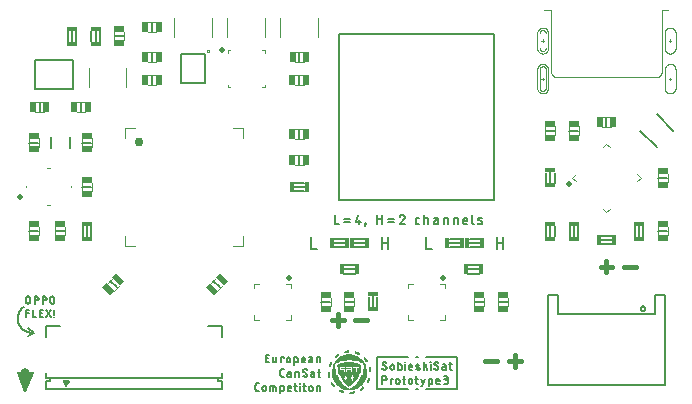
<source format=gbr>
G04 EAGLE Gerber RS-274X export*
G75*
%MOMM*%
%FSLAX34Y34*%
%LPD*%
%INSilkscreen Top*%
%IPPOS*%
%AMOC8*
5,1,8,0,0,1.08239X$1,22.5*%
G01*
%ADD10C,0.800000*%
%ADD11C,0.152400*%
%ADD12C,0.200000*%
%ADD13C,0.203200*%
%ADD14C,0.400000*%
%ADD15C,0.101600*%
%ADD16R,0.500100X0.950000*%
%ADD17C,0.177800*%
%ADD18R,0.950000X0.500100*%
%ADD19R,0.863600X0.406400*%
%ADD20C,0.120000*%
%ADD21C,0.762000*%
%ADD22C,0.127000*%
%ADD23C,0.100000*%
%ADD24C,0.500000*%
%ADD25C,0.000000*%
%ADD26C,0.050000*%
%ADD27R,0.406400X0.863600*%
%ADD28R,0.070000X0.010000*%
%ADD29R,0.190000X0.010000*%
%ADD30R,0.260000X0.010000*%
%ADD31R,0.320000X0.010000*%
%ADD32R,0.360000X0.010000*%
%ADD33R,0.370000X0.010000*%
%ADD34R,0.010000X0.010000*%
%ADD35R,0.060000X0.010000*%
%ADD36R,0.100000X0.010000*%
%ADD37R,0.130000X0.010000*%
%ADD38R,0.160000X0.010000*%
%ADD39R,0.350000X0.010000*%
%ADD40R,0.220000X0.010000*%
%ADD41R,0.270000X0.010000*%
%ADD42R,0.240000X0.010000*%
%ADD43R,0.180000X0.010000*%
%ADD44R,0.120000X0.010000*%
%ADD45R,0.290000X0.010000*%
%ADD46R,0.050000X0.010000*%
%ADD47R,0.310000X0.010000*%
%ADD48R,0.330000X0.010000*%
%ADD49R,0.340000X0.010000*%
%ADD50R,0.280000X0.010000*%
%ADD51R,0.250000X0.010000*%
%ADD52R,0.040000X0.010000*%
%ADD53R,0.140000X0.010000*%
%ADD54R,0.110000X0.010000*%
%ADD55R,0.090000X0.010000*%
%ADD56R,0.440000X0.010000*%
%ADD57R,0.170000X0.010000*%
%ADD58R,0.560000X0.010000*%
%ADD59R,0.660000X0.010000*%
%ADD60R,0.210000X0.010000*%
%ADD61R,0.740000X0.010000*%
%ADD62R,0.820000X0.010000*%
%ADD63R,0.230000X0.010000*%
%ADD64R,0.880000X0.010000*%
%ADD65R,0.940000X0.010000*%
%ADD66R,0.490000X0.010000*%
%ADD67R,0.500000X0.010000*%
%ADD68R,0.510000X0.010000*%
%ADD69R,0.520000X0.010000*%
%ADD70R,0.200000X0.010000*%
%ADD71R,0.530000X0.010000*%
%ADD72R,0.030000X0.010000*%
%ADD73R,0.020000X0.010000*%
%ADD74R,0.540000X0.010000*%
%ADD75R,0.400000X0.010000*%
%ADD76R,0.420000X0.010000*%
%ADD77R,0.460000X0.010000*%
%ADD78R,0.580000X0.010000*%
%ADD79R,0.150000X0.010000*%
%ADD80R,0.600000X0.010000*%
%ADD81R,0.640000X0.010000*%
%ADD82R,0.680000X0.010000*%
%ADD83R,0.700000X0.010000*%
%ADD84R,0.720000X0.010000*%
%ADD85R,0.760000X0.010000*%
%ADD86R,0.780000X0.010000*%
%ADD87R,0.800000X0.010000*%
%ADD88R,0.840000X0.010000*%
%ADD89R,0.860000X0.010000*%
%ADD90R,0.900000X0.010000*%
%ADD91R,0.920000X0.010000*%
%ADD92R,0.960000X0.010000*%
%ADD93R,0.570000X0.010000*%
%ADD94R,0.550000X0.010000*%
%ADD95R,0.480000X0.010000*%
%ADD96R,0.470000X0.010000*%
%ADD97R,0.430000X0.010000*%
%ADD98R,0.410000X0.010000*%
%ADD99R,0.390000X0.010000*%
%ADD100R,0.380000X0.010000*%
%ADD101R,0.450000X0.010000*%
%ADD102R,0.300000X0.010000*%
%ADD103R,1.130000X0.010000*%
%ADD104R,1.720000X0.010000*%
%ADD105R,1.740000X0.010000*%
%ADD106R,1.760000X0.010000*%
%ADD107R,1.780000X0.010000*%
%ADD108R,1.800000X0.010000*%
%ADD109R,1.820000X0.010000*%
%ADD110R,0.080000X0.010000*%
%ADD111R,2.020000X0.010000*%
%ADD112R,2.000000X0.010000*%
%ADD113R,1.980000X0.010000*%
%ADD114R,1.960000X0.010000*%
%ADD115R,1.920000X0.010000*%
%ADD116R,1.880000X0.010000*%
%ADD117R,1.840000X0.010000*%
%ADD118R,1.700000X0.010000*%
%ADD119R,1.640000X0.010000*%
%ADD120R,1.600000X0.010000*%
%ADD121R,1.560000X0.010000*%
%ADD122R,1.500000X0.010000*%
%ADD123R,1.440000X0.010000*%
%ADD124R,1.380000X0.010000*%
%ADD125R,1.320000X0.010000*%
%ADD126R,1.260000X0.010000*%
%ADD127R,1.180000X0.010000*%
%ADD128R,1.120000X0.010000*%
%ADD129R,1.020000X0.010000*%
%ADD130R,0.770000X0.010000*%
%ADD131R,0.890000X0.010000*%
%ADD132R,2.080000X0.010000*%
%ADD133R,2.060000X0.010000*%
%ADD134R,2.040000X0.010000*%
%ADD135R,1.940000X0.010000*%
%ADD136R,1.860000X0.010000*%
%ADD137R,1.680000X0.010000*%
%ADD138R,1.620000X0.010000*%
%ADD139R,1.580000X0.010000*%
%ADD140R,1.540000X0.010000*%
%ADD141R,1.520000X0.010000*%
%ADD142R,1.480000X0.010000*%
%ADD143R,1.420000X0.010000*%
%ADD144R,1.340000X0.010000*%
%ADD145R,1.300000X0.010000*%
%ADD146R,1.240000X0.010000*%
%ADD147R,1.200000X0.010000*%
%ADD148R,1.160000X0.010000*%
%ADD149R,1.100000X0.010000*%
%ADD150R,1.060000X0.010000*%
%ADD151R,1.000000X0.010000*%

G36*
X10377Y3393D02*
X10377Y3393D01*
X10474Y3401D01*
X10515Y3417D01*
X10559Y3425D01*
X10646Y3468D01*
X10737Y3502D01*
X10772Y3529D01*
X10812Y3549D01*
X10884Y3614D01*
X10961Y3673D01*
X10988Y3709D01*
X11021Y3739D01*
X11064Y3811D01*
X11129Y3900D01*
X11151Y3958D01*
X11178Y4004D01*
X17428Y19629D01*
X17454Y19738D01*
X17487Y19846D01*
X17488Y19875D01*
X17495Y19903D01*
X17490Y20015D01*
X17491Y20128D01*
X17483Y20156D01*
X17482Y20185D01*
X17446Y20291D01*
X17416Y20400D01*
X17401Y20424D01*
X17391Y20452D01*
X17327Y20544D01*
X17268Y20640D01*
X17246Y20659D01*
X17230Y20683D01*
X17142Y20753D01*
X17058Y20829D01*
X17032Y20841D01*
X17010Y20859D01*
X16906Y20903D01*
X16805Y20952D01*
X16778Y20956D01*
X16749Y20968D01*
X16587Y20986D01*
X16500Y20999D01*
X4000Y20999D01*
X3889Y20983D01*
X3776Y20974D01*
X3749Y20964D01*
X3721Y20959D01*
X3618Y20913D01*
X3513Y20873D01*
X3490Y20855D01*
X3464Y20843D01*
X3378Y20770D01*
X3289Y20702D01*
X3272Y20679D01*
X3250Y20660D01*
X3188Y20566D01*
X3121Y20475D01*
X3111Y20448D01*
X3095Y20424D01*
X3062Y20316D01*
X3023Y20211D01*
X3021Y20182D01*
X3013Y20154D01*
X3011Y20042D01*
X3003Y19929D01*
X3009Y19903D01*
X3009Y19872D01*
X3053Y19715D01*
X3072Y19629D01*
X9322Y4004D01*
X9344Y3965D01*
X9359Y3923D01*
X9414Y3844D01*
X9463Y3759D01*
X9495Y3729D01*
X9520Y3692D01*
X9596Y3631D01*
X9666Y3564D01*
X9706Y3543D01*
X9740Y3516D01*
X9830Y3478D01*
X9916Y3433D01*
X9960Y3424D01*
X10001Y3407D01*
X10097Y3397D01*
X10193Y3377D01*
X10237Y3381D01*
X10281Y3376D01*
X10377Y3393D01*
G37*
G36*
X45115Y8001D02*
X45115Y8001D01*
X45215Y8008D01*
X45255Y8023D01*
X45298Y8029D01*
X45388Y8072D01*
X45481Y8106D01*
X45516Y8132D01*
X45555Y8150D01*
X45630Y8216D01*
X45710Y8275D01*
X45733Y8306D01*
X45769Y8337D01*
X45866Y8489D01*
X45908Y8546D01*
X47908Y12546D01*
X47911Y12554D01*
X47916Y12561D01*
X47956Y12689D01*
X47998Y12816D01*
X47999Y12824D01*
X48001Y12832D01*
X48005Y12967D01*
X48010Y13100D01*
X48008Y13108D01*
X48009Y13116D01*
X47975Y13246D01*
X47943Y13376D01*
X47939Y13383D01*
X47937Y13391D01*
X47869Y13506D01*
X47802Y13623D01*
X47796Y13629D01*
X47792Y13636D01*
X47694Y13728D01*
X47598Y13821D01*
X47590Y13824D01*
X47584Y13830D01*
X47465Y13891D01*
X47347Y13954D01*
X47339Y13956D01*
X47331Y13960D01*
X47279Y13968D01*
X47069Y14013D01*
X47031Y14010D01*
X47000Y14015D01*
X43000Y14015D01*
X42992Y14014D01*
X42983Y14015D01*
X42851Y13994D01*
X42719Y13975D01*
X42711Y13972D01*
X42702Y13971D01*
X42581Y13914D01*
X42459Y13859D01*
X42453Y13854D01*
X42445Y13850D01*
X42344Y13762D01*
X42242Y13676D01*
X42237Y13668D01*
X42231Y13663D01*
X42159Y13550D01*
X42085Y13439D01*
X42082Y13431D01*
X42077Y13424D01*
X42039Y13295D01*
X41999Y13168D01*
X41999Y13159D01*
X41996Y13151D01*
X41995Y13017D01*
X41991Y12884D01*
X41994Y12875D01*
X41994Y12867D01*
X42009Y12816D01*
X42063Y12609D01*
X42083Y12576D01*
X42092Y12546D01*
X44092Y8546D01*
X44149Y8464D01*
X44198Y8377D01*
X44229Y8347D01*
X44253Y8312D01*
X44331Y8249D01*
X44402Y8180D01*
X44440Y8159D01*
X44473Y8132D01*
X44565Y8093D01*
X44653Y8046D01*
X44695Y8037D01*
X44735Y8020D01*
X44834Y8008D01*
X44931Y7987D01*
X44974Y7990D01*
X45017Y7985D01*
X45115Y8001D01*
G37*
D10*
X10500Y20000D03*
D11*
X11020Y80360D02*
X11020Y83070D01*
X11022Y83151D01*
X11028Y83231D01*
X11037Y83311D01*
X11051Y83390D01*
X11068Y83469D01*
X11089Y83547D01*
X11113Y83624D01*
X11141Y83699D01*
X11173Y83773D01*
X11208Y83846D01*
X11247Y83917D01*
X11289Y83985D01*
X11334Y84052D01*
X11382Y84117D01*
X11434Y84179D01*
X11488Y84238D01*
X11545Y84295D01*
X11604Y84349D01*
X11666Y84401D01*
X11731Y84449D01*
X11798Y84494D01*
X11866Y84536D01*
X11937Y84575D01*
X12010Y84610D01*
X12084Y84642D01*
X12159Y84670D01*
X12236Y84694D01*
X12314Y84715D01*
X12393Y84732D01*
X12472Y84746D01*
X12552Y84755D01*
X12632Y84761D01*
X12713Y84763D01*
X12794Y84761D01*
X12874Y84755D01*
X12954Y84746D01*
X13033Y84732D01*
X13112Y84715D01*
X13190Y84694D01*
X13267Y84670D01*
X13342Y84642D01*
X13416Y84610D01*
X13489Y84575D01*
X13560Y84536D01*
X13628Y84494D01*
X13695Y84449D01*
X13760Y84401D01*
X13822Y84349D01*
X13881Y84295D01*
X13938Y84238D01*
X13992Y84179D01*
X14044Y84117D01*
X14092Y84052D01*
X14137Y83985D01*
X14179Y83917D01*
X14218Y83846D01*
X14253Y83773D01*
X14285Y83699D01*
X14313Y83624D01*
X14337Y83547D01*
X14358Y83469D01*
X14375Y83390D01*
X14389Y83311D01*
X14398Y83231D01*
X14404Y83151D01*
X14406Y83070D01*
X14406Y80360D01*
X14404Y80279D01*
X14398Y80199D01*
X14389Y80119D01*
X14375Y80040D01*
X14358Y79961D01*
X14337Y79883D01*
X14313Y79806D01*
X14285Y79731D01*
X14253Y79657D01*
X14218Y79584D01*
X14179Y79514D01*
X14137Y79445D01*
X14092Y79378D01*
X14044Y79313D01*
X13992Y79251D01*
X13938Y79192D01*
X13881Y79135D01*
X13822Y79081D01*
X13760Y79029D01*
X13695Y78981D01*
X13628Y78936D01*
X13560Y78894D01*
X13489Y78855D01*
X13416Y78820D01*
X13342Y78788D01*
X13267Y78760D01*
X13190Y78736D01*
X13112Y78715D01*
X13033Y78698D01*
X12954Y78684D01*
X12874Y78675D01*
X12794Y78669D01*
X12713Y78667D01*
X12632Y78669D01*
X12552Y78675D01*
X12472Y78684D01*
X12393Y78698D01*
X12314Y78715D01*
X12236Y78736D01*
X12159Y78760D01*
X12084Y78788D01*
X12010Y78820D01*
X11937Y78855D01*
X11866Y78894D01*
X11798Y78936D01*
X11731Y78981D01*
X11666Y79029D01*
X11604Y79081D01*
X11545Y79135D01*
X11488Y79192D01*
X11434Y79251D01*
X11382Y79313D01*
X11334Y79378D01*
X11289Y79445D01*
X11247Y79514D01*
X11208Y79584D01*
X11173Y79657D01*
X11141Y79731D01*
X11113Y79806D01*
X11089Y79883D01*
X11068Y79961D01*
X11051Y80040D01*
X11037Y80119D01*
X11028Y80199D01*
X11022Y80279D01*
X11020Y80360D01*
X18284Y78667D02*
X18284Y84763D01*
X19977Y84763D01*
X20058Y84761D01*
X20138Y84755D01*
X20218Y84746D01*
X20297Y84732D01*
X20376Y84715D01*
X20454Y84694D01*
X20531Y84670D01*
X20606Y84642D01*
X20680Y84610D01*
X20753Y84575D01*
X20823Y84536D01*
X20892Y84494D01*
X20959Y84449D01*
X21024Y84401D01*
X21086Y84349D01*
X21145Y84295D01*
X21202Y84238D01*
X21256Y84179D01*
X21308Y84117D01*
X21356Y84052D01*
X21401Y83985D01*
X21443Y83917D01*
X21482Y83846D01*
X21517Y83773D01*
X21549Y83699D01*
X21577Y83624D01*
X21601Y83547D01*
X21622Y83469D01*
X21639Y83390D01*
X21653Y83311D01*
X21662Y83231D01*
X21668Y83151D01*
X21670Y83070D01*
X21668Y82989D01*
X21662Y82909D01*
X21653Y82829D01*
X21639Y82750D01*
X21622Y82671D01*
X21601Y82593D01*
X21577Y82516D01*
X21549Y82441D01*
X21517Y82367D01*
X21482Y82294D01*
X21443Y82224D01*
X21401Y82155D01*
X21356Y82088D01*
X21308Y82023D01*
X21256Y81961D01*
X21202Y81902D01*
X21145Y81845D01*
X21086Y81791D01*
X21024Y81739D01*
X20959Y81691D01*
X20892Y81646D01*
X20824Y81604D01*
X20753Y81565D01*
X20680Y81530D01*
X20606Y81498D01*
X20531Y81470D01*
X20454Y81446D01*
X20376Y81425D01*
X20297Y81408D01*
X20218Y81394D01*
X20138Y81385D01*
X20058Y81379D01*
X19977Y81377D01*
X19977Y81376D02*
X18284Y81376D01*
X25142Y78667D02*
X25142Y84763D01*
X26835Y84763D01*
X26916Y84761D01*
X26996Y84755D01*
X27076Y84746D01*
X27155Y84732D01*
X27234Y84715D01*
X27312Y84694D01*
X27389Y84670D01*
X27464Y84642D01*
X27538Y84610D01*
X27611Y84575D01*
X27681Y84536D01*
X27750Y84494D01*
X27817Y84449D01*
X27882Y84401D01*
X27944Y84349D01*
X28003Y84295D01*
X28060Y84238D01*
X28114Y84179D01*
X28166Y84117D01*
X28214Y84052D01*
X28259Y83985D01*
X28301Y83917D01*
X28340Y83846D01*
X28375Y83773D01*
X28407Y83699D01*
X28435Y83624D01*
X28459Y83547D01*
X28480Y83469D01*
X28497Y83390D01*
X28511Y83311D01*
X28520Y83231D01*
X28526Y83151D01*
X28528Y83070D01*
X28526Y82989D01*
X28520Y82909D01*
X28511Y82829D01*
X28497Y82750D01*
X28480Y82671D01*
X28459Y82593D01*
X28435Y82516D01*
X28407Y82441D01*
X28375Y82367D01*
X28340Y82294D01*
X28301Y82224D01*
X28259Y82155D01*
X28214Y82088D01*
X28166Y82023D01*
X28114Y81961D01*
X28060Y81902D01*
X28003Y81845D01*
X27944Y81791D01*
X27882Y81739D01*
X27817Y81691D01*
X27750Y81646D01*
X27682Y81604D01*
X27611Y81565D01*
X27538Y81530D01*
X27464Y81498D01*
X27389Y81470D01*
X27312Y81446D01*
X27234Y81425D01*
X27155Y81408D01*
X27076Y81394D01*
X26996Y81385D01*
X26916Y81379D01*
X26835Y81377D01*
X26835Y81376D02*
X25142Y81376D01*
X31594Y80360D02*
X31594Y83070D01*
X31596Y83151D01*
X31602Y83231D01*
X31611Y83311D01*
X31625Y83390D01*
X31642Y83469D01*
X31663Y83547D01*
X31687Y83624D01*
X31715Y83699D01*
X31747Y83773D01*
X31782Y83846D01*
X31821Y83917D01*
X31863Y83985D01*
X31908Y84052D01*
X31956Y84117D01*
X32008Y84179D01*
X32062Y84238D01*
X32119Y84295D01*
X32178Y84349D01*
X32240Y84401D01*
X32305Y84449D01*
X32372Y84494D01*
X32441Y84536D01*
X32511Y84575D01*
X32584Y84610D01*
X32658Y84642D01*
X32733Y84670D01*
X32810Y84694D01*
X32888Y84715D01*
X32967Y84732D01*
X33046Y84746D01*
X33126Y84755D01*
X33206Y84761D01*
X33287Y84763D01*
X33368Y84761D01*
X33448Y84755D01*
X33528Y84746D01*
X33607Y84732D01*
X33686Y84715D01*
X33764Y84694D01*
X33841Y84670D01*
X33916Y84642D01*
X33990Y84610D01*
X34063Y84575D01*
X34134Y84536D01*
X34202Y84494D01*
X34269Y84449D01*
X34334Y84401D01*
X34396Y84349D01*
X34455Y84295D01*
X34512Y84238D01*
X34566Y84179D01*
X34618Y84117D01*
X34666Y84052D01*
X34711Y83985D01*
X34753Y83917D01*
X34792Y83846D01*
X34827Y83773D01*
X34859Y83699D01*
X34887Y83624D01*
X34911Y83547D01*
X34932Y83469D01*
X34949Y83390D01*
X34963Y83311D01*
X34972Y83231D01*
X34978Y83151D01*
X34980Y83070D01*
X34980Y80360D01*
X34978Y80279D01*
X34972Y80199D01*
X34963Y80119D01*
X34949Y80040D01*
X34932Y79961D01*
X34911Y79883D01*
X34887Y79806D01*
X34859Y79731D01*
X34827Y79657D01*
X34792Y79584D01*
X34753Y79514D01*
X34711Y79445D01*
X34666Y79378D01*
X34618Y79313D01*
X34566Y79251D01*
X34512Y79192D01*
X34455Y79135D01*
X34396Y79081D01*
X34334Y79029D01*
X34269Y78981D01*
X34202Y78936D01*
X34134Y78894D01*
X34063Y78855D01*
X33990Y78820D01*
X33916Y78788D01*
X33841Y78760D01*
X33764Y78736D01*
X33686Y78715D01*
X33607Y78698D01*
X33528Y78684D01*
X33448Y78675D01*
X33368Y78669D01*
X33287Y78667D01*
X33206Y78669D01*
X33126Y78675D01*
X33046Y78684D01*
X32967Y78698D01*
X32888Y78715D01*
X32810Y78736D01*
X32733Y78760D01*
X32658Y78788D01*
X32584Y78820D01*
X32511Y78855D01*
X32440Y78894D01*
X32372Y78936D01*
X32305Y78981D01*
X32240Y79029D01*
X32178Y79081D01*
X32119Y79135D01*
X32062Y79192D01*
X32008Y79251D01*
X31956Y79313D01*
X31908Y79378D01*
X31863Y79445D01*
X31821Y79514D01*
X31782Y79584D01*
X31747Y79657D01*
X31715Y79731D01*
X31687Y79806D01*
X31663Y79883D01*
X31642Y79961D01*
X31625Y80040D01*
X31611Y80119D01*
X31602Y80199D01*
X31596Y80279D01*
X31594Y80360D01*
X10879Y73333D02*
X10879Y67237D01*
X10879Y73333D02*
X13589Y73333D01*
X13589Y70624D02*
X10879Y70624D01*
X16823Y73333D02*
X16823Y67237D01*
X19532Y67237D01*
X22766Y67237D02*
X25476Y67237D01*
X22766Y67237D02*
X22766Y73333D01*
X25476Y73333D01*
X24798Y70624D02*
X22766Y70624D01*
X28119Y67237D02*
X32183Y73333D01*
X28119Y73333D02*
X32183Y67237D01*
X34951Y69269D02*
X34951Y73333D01*
X34782Y67576D02*
X34782Y67237D01*
X34782Y67576D02*
X35121Y67576D01*
X35121Y67237D01*
X34782Y67237D01*
D12*
X18000Y54000D02*
X17700Y53965D01*
X17400Y53937D01*
X17100Y53917D01*
X16799Y53904D01*
X16497Y53898D01*
X16196Y53900D01*
X15895Y53909D01*
X15594Y53926D01*
X15293Y53950D01*
X14994Y53981D01*
X14695Y54020D01*
X14397Y54066D01*
X14100Y54119D01*
X13805Y54179D01*
X13511Y54247D01*
X13219Y54322D01*
X12929Y54404D01*
X12641Y54493D01*
X12356Y54589D01*
X12073Y54692D01*
X11792Y54803D01*
X11514Y54919D01*
X11239Y55043D01*
X10968Y55173D01*
X10699Y55310D01*
X10434Y55454D01*
X10173Y55604D01*
X9915Y55760D01*
X9661Y55923D01*
X9412Y56091D01*
X9166Y56266D01*
X8925Y56447D01*
X8688Y56634D01*
X8456Y56826D01*
X8229Y57024D01*
X8007Y57227D01*
X7790Y57436D01*
X7578Y57650D01*
X7371Y57870D01*
X7169Y58094D01*
X6974Y58323D01*
X6784Y58557D01*
X6599Y58796D01*
X6421Y59038D01*
X6249Y59286D01*
X6082Y59537D01*
X5922Y59792D01*
X5769Y60052D01*
X5621Y60315D01*
X5480Y60581D01*
X5346Y60851D01*
X5218Y61124D01*
X5097Y61400D01*
X4983Y61679D01*
X4876Y61960D01*
X4776Y62245D01*
X4682Y62531D01*
X4596Y62820D01*
X4517Y63111D01*
X4445Y63403D01*
X4380Y63698D01*
X4323Y63994D01*
X4272Y64291D01*
X4229Y64589D01*
X4194Y64888D01*
X4165Y65188D01*
X4144Y65489D01*
X4131Y65790D01*
X4124Y66091D01*
X4126Y66393D01*
X4134Y66694D01*
X4150Y66995D01*
X4173Y67295D01*
X4204Y67595D01*
X4242Y67894D01*
X4287Y68192D01*
X4340Y68489D01*
X4400Y68784D01*
X4467Y69078D01*
X4541Y69370D01*
X4622Y69660D01*
X4711Y69948D01*
X4806Y70234D01*
X4909Y70518D01*
X5018Y70799D01*
X5134Y71077D01*
X5257Y71352D01*
X5387Y71624D01*
X5524Y71893D01*
X5666Y72158D01*
X5816Y72420D01*
X5972Y72678D01*
X6134Y72932D01*
X6302Y73182D01*
X6476Y73428D01*
X6656Y73669D01*
X6842Y73906D01*
X7034Y74139D01*
X7232Y74366D01*
X7435Y74589D01*
X7643Y74807D01*
X7857Y75019D01*
X8076Y75227D01*
X8299Y75428D01*
X8528Y75625D01*
X8762Y75815D01*
X9000Y76000D01*
X13000Y58000D02*
X18000Y54000D01*
X13000Y51000D01*
D11*
X314921Y22762D02*
X314996Y22764D01*
X315071Y22770D01*
X315146Y22780D01*
X315220Y22793D01*
X315293Y22811D01*
X315366Y22832D01*
X315437Y22858D01*
X315506Y22886D01*
X315574Y22919D01*
X315641Y22955D01*
X315705Y22994D01*
X315767Y23037D01*
X315827Y23083D01*
X315884Y23132D01*
X315939Y23183D01*
X315990Y23238D01*
X316039Y23295D01*
X316085Y23355D01*
X316128Y23417D01*
X316167Y23482D01*
X316203Y23548D01*
X316236Y23616D01*
X316264Y23685D01*
X316290Y23756D01*
X316311Y23829D01*
X316329Y23902D01*
X316342Y23976D01*
X316352Y24051D01*
X316358Y24126D01*
X316360Y24201D01*
X314921Y22762D02*
X314812Y22764D01*
X314703Y22770D01*
X314594Y22780D01*
X314486Y22793D01*
X314378Y22811D01*
X314271Y22832D01*
X314165Y22857D01*
X314060Y22886D01*
X313956Y22919D01*
X313853Y22956D01*
X313752Y22996D01*
X313652Y23040D01*
X313554Y23087D01*
X313457Y23138D01*
X313362Y23192D01*
X313270Y23250D01*
X313179Y23311D01*
X313091Y23375D01*
X313005Y23442D01*
X312921Y23512D01*
X312841Y23585D01*
X312762Y23661D01*
X312942Y27799D02*
X312944Y27874D01*
X312950Y27949D01*
X312960Y28024D01*
X312973Y28098D01*
X312991Y28171D01*
X313012Y28244D01*
X313038Y28315D01*
X313066Y28384D01*
X313099Y28452D01*
X313135Y28519D01*
X313174Y28583D01*
X313217Y28645D01*
X313263Y28705D01*
X313312Y28762D01*
X313363Y28817D01*
X313418Y28868D01*
X313475Y28917D01*
X313535Y28963D01*
X313597Y29006D01*
X313662Y29045D01*
X313728Y29081D01*
X313796Y29114D01*
X313865Y29142D01*
X313936Y29168D01*
X314009Y29189D01*
X314082Y29207D01*
X314156Y29220D01*
X314231Y29230D01*
X314306Y29236D01*
X314381Y29238D01*
X314483Y29236D01*
X314585Y29230D01*
X314687Y29221D01*
X314788Y29207D01*
X314889Y29190D01*
X314989Y29169D01*
X315088Y29144D01*
X315186Y29115D01*
X315283Y29083D01*
X315378Y29047D01*
X315472Y29007D01*
X315565Y28964D01*
X315656Y28918D01*
X315745Y28868D01*
X315832Y28815D01*
X315917Y28758D01*
X316000Y28698D01*
X313662Y26539D02*
X313597Y26580D01*
X313535Y26623D01*
X313475Y26670D01*
X313418Y26720D01*
X313363Y26772D01*
X313311Y26828D01*
X313262Y26886D01*
X313217Y26946D01*
X313174Y27009D01*
X313135Y27074D01*
X313099Y27140D01*
X313066Y27209D01*
X313037Y27279D01*
X313012Y27351D01*
X312991Y27424D01*
X312973Y27498D01*
X312960Y27572D01*
X312950Y27647D01*
X312944Y27723D01*
X312942Y27799D01*
X315640Y25461D02*
X315705Y25420D01*
X315767Y25377D01*
X315827Y25330D01*
X315884Y25280D01*
X315939Y25228D01*
X315991Y25172D01*
X316040Y25114D01*
X316085Y25054D01*
X316128Y24991D01*
X316167Y24926D01*
X316203Y24860D01*
X316236Y24791D01*
X316265Y24721D01*
X316290Y24649D01*
X316311Y24576D01*
X316329Y24502D01*
X316342Y24428D01*
X316352Y24353D01*
X316358Y24277D01*
X316360Y24201D01*
X315640Y25460D02*
X313661Y26540D01*
X319602Y25640D02*
X319602Y24201D01*
X319602Y25640D02*
X319604Y25715D01*
X319610Y25790D01*
X319620Y25865D01*
X319633Y25939D01*
X319651Y26012D01*
X319672Y26085D01*
X319698Y26156D01*
X319726Y26225D01*
X319759Y26293D01*
X319795Y26360D01*
X319834Y26424D01*
X319877Y26486D01*
X319923Y26546D01*
X319972Y26603D01*
X320023Y26658D01*
X320078Y26709D01*
X320135Y26758D01*
X320195Y26804D01*
X320257Y26847D01*
X320322Y26886D01*
X320388Y26922D01*
X320456Y26955D01*
X320525Y26983D01*
X320596Y27009D01*
X320669Y27030D01*
X320742Y27048D01*
X320816Y27061D01*
X320891Y27071D01*
X320966Y27077D01*
X321041Y27079D01*
X321116Y27077D01*
X321191Y27071D01*
X321266Y27061D01*
X321340Y27048D01*
X321413Y27030D01*
X321486Y27009D01*
X321557Y26983D01*
X321626Y26955D01*
X321694Y26922D01*
X321761Y26886D01*
X321825Y26847D01*
X321887Y26804D01*
X321947Y26758D01*
X322004Y26709D01*
X322059Y26658D01*
X322110Y26603D01*
X322159Y26546D01*
X322205Y26486D01*
X322248Y26424D01*
X322287Y26360D01*
X322323Y26293D01*
X322356Y26225D01*
X322384Y26156D01*
X322410Y26085D01*
X322431Y26012D01*
X322449Y25939D01*
X322462Y25865D01*
X322472Y25790D01*
X322478Y25715D01*
X322480Y25640D01*
X322480Y24201D01*
X322478Y24126D01*
X322472Y24051D01*
X322462Y23976D01*
X322449Y23902D01*
X322431Y23829D01*
X322410Y23756D01*
X322384Y23685D01*
X322356Y23616D01*
X322323Y23548D01*
X322287Y23482D01*
X322248Y23417D01*
X322205Y23355D01*
X322159Y23295D01*
X322110Y23238D01*
X322059Y23183D01*
X322004Y23132D01*
X321947Y23083D01*
X321887Y23037D01*
X321825Y22994D01*
X321761Y22955D01*
X321694Y22919D01*
X321626Y22886D01*
X321557Y22858D01*
X321486Y22832D01*
X321413Y22811D01*
X321340Y22793D01*
X321266Y22780D01*
X321191Y22770D01*
X321116Y22764D01*
X321041Y22762D01*
X320966Y22764D01*
X320891Y22770D01*
X320816Y22780D01*
X320742Y22793D01*
X320669Y22811D01*
X320596Y22832D01*
X320525Y22858D01*
X320456Y22886D01*
X320388Y22919D01*
X320322Y22955D01*
X320257Y22994D01*
X320195Y23037D01*
X320135Y23083D01*
X320078Y23132D01*
X320023Y23183D01*
X319972Y23238D01*
X319923Y23295D01*
X319877Y23355D01*
X319834Y23417D01*
X319795Y23482D01*
X319759Y23548D01*
X319726Y23616D01*
X319698Y23685D01*
X319672Y23756D01*
X319651Y23829D01*
X319633Y23902D01*
X319620Y23976D01*
X319610Y24051D01*
X319604Y24126D01*
X319602Y24201D01*
X326144Y22762D02*
X326144Y29238D01*
X326144Y22762D02*
X327943Y22762D01*
X328008Y22764D01*
X328073Y22770D01*
X328137Y22780D01*
X328201Y22793D01*
X328264Y22811D01*
X328326Y22832D01*
X328386Y22857D01*
X328444Y22886D01*
X328501Y22918D01*
X328556Y22953D01*
X328608Y22992D01*
X328658Y23033D01*
X328706Y23078D01*
X328751Y23125D01*
X328792Y23176D01*
X328831Y23228D01*
X328866Y23283D01*
X328898Y23340D01*
X328927Y23398D01*
X328952Y23458D01*
X328973Y23520D01*
X328991Y23583D01*
X329004Y23646D01*
X329014Y23711D01*
X329020Y23776D01*
X329022Y23841D01*
X329023Y23841D02*
X329023Y26000D01*
X329022Y26000D02*
X329020Y26063D01*
X329015Y26125D01*
X329006Y26187D01*
X328993Y26249D01*
X328977Y26309D01*
X328957Y26369D01*
X328934Y26427D01*
X328907Y26484D01*
X328877Y26540D01*
X328844Y26593D01*
X328808Y26644D01*
X328770Y26694D01*
X328728Y26740D01*
X328683Y26785D01*
X328637Y26827D01*
X328587Y26865D01*
X328536Y26901D01*
X328483Y26934D01*
X328427Y26964D01*
X328370Y26991D01*
X328312Y27014D01*
X328252Y27034D01*
X328192Y27050D01*
X328130Y27063D01*
X328068Y27072D01*
X328006Y27077D01*
X327943Y27079D01*
X326144Y27079D01*
X332081Y27079D02*
X332081Y22762D01*
X331901Y28878D02*
X331901Y29238D01*
X332261Y29238D01*
X332261Y28878D01*
X331901Y28878D01*
X336281Y22762D02*
X338080Y22762D01*
X336281Y22762D02*
X336218Y22764D01*
X336156Y22769D01*
X336094Y22778D01*
X336032Y22791D01*
X335972Y22807D01*
X335912Y22827D01*
X335854Y22850D01*
X335797Y22877D01*
X335742Y22907D01*
X335688Y22940D01*
X335637Y22976D01*
X335587Y23014D01*
X335541Y23056D01*
X335496Y23101D01*
X335454Y23147D01*
X335416Y23197D01*
X335380Y23248D01*
X335347Y23302D01*
X335317Y23357D01*
X335290Y23414D01*
X335267Y23472D01*
X335247Y23532D01*
X335231Y23592D01*
X335218Y23654D01*
X335209Y23716D01*
X335204Y23778D01*
X335202Y23841D01*
X335202Y25640D01*
X335204Y25715D01*
X335210Y25790D01*
X335220Y25865D01*
X335233Y25939D01*
X335251Y26012D01*
X335272Y26085D01*
X335298Y26156D01*
X335326Y26225D01*
X335359Y26293D01*
X335395Y26360D01*
X335434Y26424D01*
X335477Y26486D01*
X335523Y26546D01*
X335572Y26603D01*
X335623Y26658D01*
X335678Y26709D01*
X335735Y26758D01*
X335795Y26804D01*
X335857Y26847D01*
X335922Y26886D01*
X335988Y26922D01*
X336056Y26955D01*
X336125Y26983D01*
X336196Y27009D01*
X336269Y27030D01*
X336342Y27048D01*
X336416Y27061D01*
X336491Y27071D01*
X336566Y27077D01*
X336641Y27079D01*
X336716Y27077D01*
X336791Y27071D01*
X336866Y27061D01*
X336940Y27048D01*
X337013Y27030D01*
X337086Y27009D01*
X337157Y26983D01*
X337226Y26955D01*
X337294Y26922D01*
X337361Y26886D01*
X337425Y26847D01*
X337487Y26804D01*
X337547Y26758D01*
X337604Y26709D01*
X337659Y26658D01*
X337710Y26603D01*
X337759Y26546D01*
X337805Y26486D01*
X337848Y26424D01*
X337887Y26360D01*
X337923Y26293D01*
X337956Y26225D01*
X337984Y26156D01*
X338010Y26085D01*
X338031Y26012D01*
X338049Y25939D01*
X338062Y25865D01*
X338072Y25790D01*
X338078Y25715D01*
X338080Y25640D01*
X338080Y24921D01*
X335202Y24921D01*
X341981Y25280D02*
X343780Y24561D01*
X341982Y25281D02*
X341926Y25305D01*
X341873Y25333D01*
X341821Y25364D01*
X341772Y25398D01*
X341725Y25435D01*
X341680Y25476D01*
X341638Y25519D01*
X341599Y25565D01*
X341563Y25613D01*
X341530Y25663D01*
X341501Y25716D01*
X341474Y25770D01*
X341452Y25826D01*
X341433Y25883D01*
X341418Y25941D01*
X341407Y26001D01*
X341399Y26060D01*
X341395Y26120D01*
X341396Y26181D01*
X341400Y26241D01*
X341408Y26300D01*
X341419Y26359D01*
X341435Y26418D01*
X341454Y26475D01*
X341477Y26530D01*
X341504Y26584D01*
X341534Y26637D01*
X341567Y26687D01*
X341603Y26735D01*
X341643Y26780D01*
X341685Y26823D01*
X341730Y26863D01*
X341777Y26900D01*
X341827Y26934D01*
X341879Y26965D01*
X341933Y26992D01*
X341988Y27016D01*
X342045Y27036D01*
X342103Y27052D01*
X342162Y27065D01*
X342221Y27074D01*
X342281Y27079D01*
X342341Y27080D01*
X342461Y27076D01*
X342580Y27069D01*
X342699Y27059D01*
X342817Y27045D01*
X342935Y27028D01*
X343053Y27007D01*
X343169Y26983D01*
X343285Y26955D01*
X343401Y26924D01*
X343515Y26890D01*
X343628Y26852D01*
X343740Y26811D01*
X343851Y26767D01*
X343960Y26720D01*
X343780Y24561D02*
X343836Y24537D01*
X343889Y24509D01*
X343941Y24478D01*
X343990Y24444D01*
X344037Y24407D01*
X344082Y24366D01*
X344124Y24323D01*
X344163Y24277D01*
X344199Y24229D01*
X344232Y24179D01*
X344261Y24126D01*
X344288Y24072D01*
X344310Y24016D01*
X344329Y23959D01*
X344344Y23901D01*
X344355Y23841D01*
X344363Y23782D01*
X344367Y23722D01*
X344366Y23661D01*
X344362Y23601D01*
X344354Y23542D01*
X344343Y23483D01*
X344327Y23424D01*
X344308Y23367D01*
X344285Y23312D01*
X344258Y23258D01*
X344228Y23205D01*
X344195Y23155D01*
X344159Y23107D01*
X344119Y23062D01*
X344077Y23019D01*
X344032Y22979D01*
X343985Y22942D01*
X343935Y22908D01*
X343883Y22877D01*
X343829Y22850D01*
X343774Y22826D01*
X343717Y22806D01*
X343659Y22790D01*
X343600Y22777D01*
X343541Y22768D01*
X343481Y22763D01*
X343421Y22762D01*
X343265Y22766D01*
X343110Y22774D01*
X342955Y22786D01*
X342801Y22802D01*
X342646Y22822D01*
X342493Y22846D01*
X342340Y22874D01*
X342188Y22905D01*
X342037Y22941D01*
X341886Y22980D01*
X341737Y23024D01*
X341589Y23071D01*
X341442Y23121D01*
X348066Y22762D02*
X348066Y29238D01*
X350944Y27079D02*
X348066Y24921D01*
X349325Y25820D02*
X350944Y22762D01*
X353681Y22762D02*
X353681Y27079D01*
X353501Y28878D02*
X353501Y29238D01*
X353861Y29238D01*
X353861Y28878D01*
X353501Y28878D01*
X358841Y22762D02*
X358916Y22764D01*
X358991Y22770D01*
X359066Y22780D01*
X359140Y22793D01*
X359213Y22811D01*
X359286Y22832D01*
X359357Y22858D01*
X359426Y22886D01*
X359494Y22919D01*
X359561Y22955D01*
X359625Y22994D01*
X359687Y23037D01*
X359747Y23083D01*
X359804Y23132D01*
X359859Y23183D01*
X359910Y23238D01*
X359959Y23295D01*
X360005Y23355D01*
X360048Y23417D01*
X360087Y23482D01*
X360123Y23548D01*
X360156Y23616D01*
X360184Y23685D01*
X360210Y23756D01*
X360231Y23829D01*
X360249Y23902D01*
X360262Y23976D01*
X360272Y24051D01*
X360278Y24126D01*
X360280Y24201D01*
X358840Y22762D02*
X358731Y22764D01*
X358622Y22770D01*
X358513Y22780D01*
X358405Y22793D01*
X358297Y22811D01*
X358190Y22832D01*
X358084Y22857D01*
X357979Y22886D01*
X357875Y22919D01*
X357772Y22956D01*
X357671Y22996D01*
X357571Y23040D01*
X357473Y23087D01*
X357376Y23138D01*
X357281Y23192D01*
X357189Y23250D01*
X357098Y23311D01*
X357010Y23375D01*
X356924Y23442D01*
X356840Y23512D01*
X356760Y23585D01*
X356681Y23661D01*
X356862Y27799D02*
X356864Y27874D01*
X356870Y27949D01*
X356880Y28024D01*
X356893Y28098D01*
X356911Y28171D01*
X356932Y28244D01*
X356958Y28315D01*
X356986Y28384D01*
X357019Y28452D01*
X357055Y28519D01*
X357094Y28583D01*
X357137Y28645D01*
X357183Y28705D01*
X357232Y28762D01*
X357283Y28817D01*
X357338Y28868D01*
X357395Y28917D01*
X357455Y28963D01*
X357517Y29006D01*
X357582Y29045D01*
X357648Y29081D01*
X357716Y29114D01*
X357785Y29142D01*
X357856Y29168D01*
X357929Y29189D01*
X358002Y29207D01*
X358076Y29220D01*
X358151Y29230D01*
X358226Y29236D01*
X358301Y29238D01*
X358403Y29236D01*
X358505Y29230D01*
X358607Y29221D01*
X358708Y29207D01*
X358809Y29190D01*
X358909Y29169D01*
X359008Y29144D01*
X359106Y29115D01*
X359203Y29083D01*
X359298Y29047D01*
X359392Y29007D01*
X359485Y28964D01*
X359576Y28918D01*
X359665Y28868D01*
X359752Y28815D01*
X359837Y28758D01*
X359920Y28698D01*
X357581Y26539D02*
X357516Y26580D01*
X357454Y26623D01*
X357394Y26670D01*
X357337Y26720D01*
X357282Y26772D01*
X357230Y26828D01*
X357181Y26886D01*
X357136Y26946D01*
X357093Y27009D01*
X357054Y27074D01*
X357018Y27140D01*
X356985Y27209D01*
X356956Y27279D01*
X356931Y27351D01*
X356910Y27424D01*
X356892Y27498D01*
X356879Y27572D01*
X356869Y27647D01*
X356863Y27723D01*
X356861Y27799D01*
X359560Y25461D02*
X359625Y25420D01*
X359687Y25377D01*
X359747Y25330D01*
X359804Y25280D01*
X359859Y25228D01*
X359911Y25172D01*
X359960Y25114D01*
X360005Y25054D01*
X360048Y24991D01*
X360087Y24926D01*
X360123Y24860D01*
X360156Y24791D01*
X360185Y24721D01*
X360210Y24649D01*
X360231Y24576D01*
X360249Y24502D01*
X360262Y24428D01*
X360272Y24353D01*
X360278Y24277D01*
X360280Y24201D01*
X359560Y25460D02*
X357581Y26540D01*
X364718Y25280D02*
X366337Y25280D01*
X364718Y25280D02*
X364649Y25278D01*
X364579Y25272D01*
X364511Y25263D01*
X364443Y25250D01*
X364375Y25232D01*
X364309Y25212D01*
X364244Y25187D01*
X364181Y25160D01*
X364119Y25128D01*
X364059Y25094D01*
X364001Y25056D01*
X363945Y25015D01*
X363891Y24970D01*
X363840Y24923D01*
X363792Y24874D01*
X363746Y24821D01*
X363704Y24767D01*
X363664Y24710D01*
X363628Y24651D01*
X363595Y24589D01*
X363565Y24527D01*
X363539Y24462D01*
X363516Y24397D01*
X363498Y24330D01*
X363482Y24262D01*
X363471Y24194D01*
X363463Y24125D01*
X363459Y24056D01*
X363459Y23986D01*
X363463Y23917D01*
X363471Y23848D01*
X363482Y23780D01*
X363498Y23712D01*
X363516Y23645D01*
X363539Y23580D01*
X363565Y23515D01*
X363595Y23453D01*
X363628Y23392D01*
X363664Y23332D01*
X363704Y23275D01*
X363746Y23221D01*
X363792Y23168D01*
X363840Y23119D01*
X363891Y23072D01*
X363945Y23027D01*
X364001Y22986D01*
X364059Y22948D01*
X364119Y22914D01*
X364181Y22882D01*
X364244Y22855D01*
X364309Y22830D01*
X364375Y22810D01*
X364443Y22792D01*
X364511Y22779D01*
X364579Y22770D01*
X364649Y22764D01*
X364718Y22762D01*
X366337Y22762D01*
X366337Y26000D01*
X366335Y26063D01*
X366330Y26125D01*
X366321Y26187D01*
X366308Y26249D01*
X366292Y26309D01*
X366272Y26369D01*
X366249Y26427D01*
X366222Y26484D01*
X366192Y26540D01*
X366159Y26593D01*
X366123Y26644D01*
X366085Y26694D01*
X366043Y26740D01*
X365998Y26785D01*
X365952Y26827D01*
X365902Y26865D01*
X365851Y26901D01*
X365798Y26934D01*
X365742Y26964D01*
X365685Y26991D01*
X365627Y27014D01*
X365567Y27034D01*
X365507Y27050D01*
X365445Y27063D01*
X365383Y27072D01*
X365321Y27077D01*
X365258Y27079D01*
X363819Y27079D01*
X369303Y27079D02*
X371462Y27079D01*
X370023Y29238D02*
X370023Y23841D01*
X370025Y23778D01*
X370030Y23716D01*
X370039Y23654D01*
X370052Y23592D01*
X370068Y23532D01*
X370088Y23472D01*
X370111Y23414D01*
X370138Y23357D01*
X370168Y23301D01*
X370201Y23248D01*
X370237Y23197D01*
X370275Y23147D01*
X370317Y23101D01*
X370362Y23056D01*
X370408Y23014D01*
X370458Y22975D01*
X370509Y22939D01*
X370563Y22907D01*
X370618Y22877D01*
X370675Y22850D01*
X370733Y22827D01*
X370793Y22807D01*
X370853Y22791D01*
X370915Y22778D01*
X370977Y22769D01*
X371039Y22764D01*
X371102Y22762D01*
X371462Y22762D01*
X312762Y17238D02*
X312762Y10762D01*
X312762Y17238D02*
X314561Y17238D01*
X314644Y17236D01*
X314727Y17230D01*
X314810Y17221D01*
X314892Y17207D01*
X314973Y17190D01*
X315053Y17169D01*
X315133Y17145D01*
X315211Y17117D01*
X315288Y17085D01*
X315363Y17049D01*
X315436Y17011D01*
X315508Y16969D01*
X315578Y16923D01*
X315645Y16875D01*
X315710Y16823D01*
X315773Y16768D01*
X315833Y16711D01*
X315890Y16651D01*
X315945Y16588D01*
X315997Y16523D01*
X316045Y16456D01*
X316091Y16386D01*
X316133Y16314D01*
X316171Y16241D01*
X316207Y16166D01*
X316239Y16089D01*
X316267Y16011D01*
X316291Y15931D01*
X316312Y15851D01*
X316329Y15770D01*
X316343Y15688D01*
X316352Y15605D01*
X316358Y15522D01*
X316360Y15439D01*
X316358Y15356D01*
X316352Y15273D01*
X316343Y15190D01*
X316329Y15108D01*
X316312Y15027D01*
X316291Y14947D01*
X316267Y14867D01*
X316239Y14789D01*
X316207Y14712D01*
X316171Y14637D01*
X316133Y14564D01*
X316091Y14492D01*
X316045Y14422D01*
X315997Y14355D01*
X315945Y14290D01*
X315890Y14227D01*
X315833Y14167D01*
X315773Y14110D01*
X315710Y14055D01*
X315645Y14003D01*
X315578Y13955D01*
X315508Y13909D01*
X315436Y13867D01*
X315363Y13829D01*
X315288Y13793D01*
X315211Y13761D01*
X315133Y13733D01*
X315053Y13709D01*
X314973Y13688D01*
X314892Y13671D01*
X314810Y13657D01*
X314727Y13648D01*
X314644Y13642D01*
X314561Y13640D01*
X312762Y13640D01*
X319732Y15079D02*
X319732Y10762D01*
X319732Y15079D02*
X321891Y15079D01*
X321891Y14360D01*
X324461Y13640D02*
X324461Y12201D01*
X324461Y13640D02*
X324463Y13715D01*
X324469Y13790D01*
X324479Y13865D01*
X324492Y13939D01*
X324510Y14012D01*
X324531Y14085D01*
X324557Y14156D01*
X324585Y14225D01*
X324618Y14293D01*
X324654Y14360D01*
X324693Y14424D01*
X324736Y14486D01*
X324782Y14546D01*
X324831Y14603D01*
X324882Y14658D01*
X324937Y14709D01*
X324994Y14758D01*
X325054Y14804D01*
X325116Y14847D01*
X325181Y14886D01*
X325247Y14922D01*
X325315Y14955D01*
X325384Y14983D01*
X325455Y15009D01*
X325528Y15030D01*
X325601Y15048D01*
X325675Y15061D01*
X325750Y15071D01*
X325825Y15077D01*
X325900Y15079D01*
X325975Y15077D01*
X326050Y15071D01*
X326125Y15061D01*
X326199Y15048D01*
X326272Y15030D01*
X326345Y15009D01*
X326416Y14983D01*
X326485Y14955D01*
X326553Y14922D01*
X326620Y14886D01*
X326684Y14847D01*
X326746Y14804D01*
X326806Y14758D01*
X326863Y14709D01*
X326918Y14658D01*
X326969Y14603D01*
X327018Y14546D01*
X327064Y14486D01*
X327107Y14424D01*
X327146Y14360D01*
X327182Y14293D01*
X327215Y14225D01*
X327243Y14156D01*
X327269Y14085D01*
X327290Y14012D01*
X327308Y13939D01*
X327321Y13865D01*
X327331Y13790D01*
X327337Y13715D01*
X327339Y13640D01*
X327340Y13640D02*
X327340Y12201D01*
X327339Y12201D02*
X327337Y12126D01*
X327331Y12051D01*
X327321Y11976D01*
X327308Y11902D01*
X327290Y11829D01*
X327269Y11756D01*
X327243Y11685D01*
X327215Y11616D01*
X327182Y11548D01*
X327146Y11482D01*
X327107Y11417D01*
X327064Y11355D01*
X327018Y11295D01*
X326969Y11238D01*
X326918Y11183D01*
X326863Y11132D01*
X326806Y11083D01*
X326746Y11037D01*
X326684Y10994D01*
X326620Y10955D01*
X326553Y10919D01*
X326485Y10886D01*
X326416Y10858D01*
X326345Y10832D01*
X326272Y10811D01*
X326199Y10793D01*
X326125Y10780D01*
X326050Y10770D01*
X325975Y10764D01*
X325900Y10762D01*
X325825Y10764D01*
X325750Y10770D01*
X325675Y10780D01*
X325601Y10793D01*
X325528Y10811D01*
X325455Y10832D01*
X325384Y10858D01*
X325315Y10886D01*
X325247Y10919D01*
X325181Y10955D01*
X325116Y10994D01*
X325054Y11037D01*
X324994Y11083D01*
X324937Y11132D01*
X324882Y11183D01*
X324831Y11238D01*
X324782Y11295D01*
X324736Y11355D01*
X324693Y11417D01*
X324654Y11482D01*
X324618Y11548D01*
X324585Y11616D01*
X324557Y11685D01*
X324531Y11756D01*
X324510Y11829D01*
X324492Y11902D01*
X324479Y11976D01*
X324469Y12051D01*
X324463Y12126D01*
X324461Y12201D01*
X330003Y15079D02*
X332161Y15079D01*
X330722Y17238D02*
X330722Y11841D01*
X330723Y11841D02*
X330725Y11778D01*
X330730Y11716D01*
X330739Y11654D01*
X330752Y11592D01*
X330768Y11532D01*
X330788Y11472D01*
X330811Y11414D01*
X330838Y11357D01*
X330868Y11301D01*
X330901Y11248D01*
X330937Y11197D01*
X330975Y11147D01*
X331017Y11101D01*
X331062Y11056D01*
X331108Y11014D01*
X331158Y10975D01*
X331209Y10939D01*
X331263Y10907D01*
X331318Y10877D01*
X331375Y10850D01*
X331433Y10827D01*
X331493Y10807D01*
X331553Y10791D01*
X331615Y10778D01*
X331677Y10769D01*
X331739Y10764D01*
X331802Y10762D01*
X332161Y10762D01*
X335261Y12201D02*
X335261Y13640D01*
X335263Y13715D01*
X335269Y13790D01*
X335279Y13865D01*
X335292Y13939D01*
X335310Y14012D01*
X335331Y14085D01*
X335357Y14156D01*
X335385Y14225D01*
X335418Y14293D01*
X335454Y14360D01*
X335493Y14424D01*
X335536Y14486D01*
X335582Y14546D01*
X335631Y14603D01*
X335682Y14658D01*
X335737Y14709D01*
X335794Y14758D01*
X335854Y14804D01*
X335916Y14847D01*
X335981Y14886D01*
X336047Y14922D01*
X336115Y14955D01*
X336184Y14983D01*
X336255Y15009D01*
X336328Y15030D01*
X336401Y15048D01*
X336475Y15061D01*
X336550Y15071D01*
X336625Y15077D01*
X336700Y15079D01*
X336775Y15077D01*
X336850Y15071D01*
X336925Y15061D01*
X336999Y15048D01*
X337072Y15030D01*
X337145Y15009D01*
X337216Y14983D01*
X337285Y14955D01*
X337353Y14922D01*
X337420Y14886D01*
X337484Y14847D01*
X337546Y14804D01*
X337606Y14758D01*
X337663Y14709D01*
X337718Y14658D01*
X337769Y14603D01*
X337818Y14546D01*
X337864Y14486D01*
X337907Y14424D01*
X337946Y14360D01*
X337982Y14293D01*
X338015Y14225D01*
X338043Y14156D01*
X338069Y14085D01*
X338090Y14012D01*
X338108Y13939D01*
X338121Y13865D01*
X338131Y13790D01*
X338137Y13715D01*
X338139Y13640D01*
X338140Y13640D02*
X338140Y12201D01*
X338139Y12201D02*
X338137Y12126D01*
X338131Y12051D01*
X338121Y11976D01*
X338108Y11902D01*
X338090Y11829D01*
X338069Y11756D01*
X338043Y11685D01*
X338015Y11616D01*
X337982Y11548D01*
X337946Y11482D01*
X337907Y11417D01*
X337864Y11355D01*
X337818Y11295D01*
X337769Y11238D01*
X337718Y11183D01*
X337663Y11132D01*
X337606Y11083D01*
X337546Y11037D01*
X337484Y10994D01*
X337420Y10955D01*
X337353Y10919D01*
X337285Y10886D01*
X337216Y10858D01*
X337145Y10832D01*
X337072Y10811D01*
X336999Y10793D01*
X336925Y10780D01*
X336850Y10770D01*
X336775Y10764D01*
X336700Y10762D01*
X336625Y10764D01*
X336550Y10770D01*
X336475Y10780D01*
X336401Y10793D01*
X336328Y10811D01*
X336255Y10832D01*
X336184Y10858D01*
X336115Y10886D01*
X336047Y10919D01*
X335981Y10955D01*
X335916Y10994D01*
X335854Y11037D01*
X335794Y11083D01*
X335737Y11132D01*
X335682Y11183D01*
X335631Y11238D01*
X335582Y11295D01*
X335536Y11355D01*
X335493Y11417D01*
X335454Y11482D01*
X335418Y11548D01*
X335385Y11616D01*
X335357Y11685D01*
X335331Y11756D01*
X335310Y11829D01*
X335292Y11902D01*
X335279Y11976D01*
X335269Y12051D01*
X335263Y12126D01*
X335261Y12201D01*
X340803Y15079D02*
X342961Y15079D01*
X341522Y17238D02*
X341522Y11841D01*
X341523Y11841D02*
X341525Y11778D01*
X341530Y11716D01*
X341539Y11654D01*
X341552Y11592D01*
X341568Y11532D01*
X341588Y11472D01*
X341611Y11414D01*
X341638Y11357D01*
X341668Y11301D01*
X341701Y11248D01*
X341737Y11197D01*
X341775Y11147D01*
X341817Y11101D01*
X341862Y11056D01*
X341908Y11014D01*
X341958Y10975D01*
X342009Y10939D01*
X342063Y10907D01*
X342118Y10877D01*
X342175Y10850D01*
X342233Y10827D01*
X342293Y10807D01*
X342353Y10791D01*
X342415Y10778D01*
X342477Y10769D01*
X342539Y10764D01*
X342602Y10762D01*
X342961Y10762D01*
X345821Y8603D02*
X346541Y8603D01*
X348699Y15079D01*
X345821Y15079D02*
X347260Y10762D01*
X352124Y8603D02*
X352124Y15079D01*
X353923Y15079D01*
X353988Y15077D01*
X354053Y15071D01*
X354117Y15061D01*
X354181Y15048D01*
X354244Y15030D01*
X354306Y15009D01*
X354366Y14984D01*
X354424Y14955D01*
X354481Y14923D01*
X354536Y14888D01*
X354588Y14849D01*
X354638Y14808D01*
X354686Y14763D01*
X354731Y14716D01*
X354772Y14665D01*
X354811Y14613D01*
X354846Y14558D01*
X354878Y14501D01*
X354907Y14443D01*
X354932Y14383D01*
X354953Y14321D01*
X354971Y14258D01*
X354984Y14195D01*
X354994Y14130D01*
X355000Y14065D01*
X355002Y14000D01*
X355002Y11841D01*
X355000Y11778D01*
X354995Y11716D01*
X354986Y11654D01*
X354973Y11592D01*
X354957Y11532D01*
X354937Y11472D01*
X354914Y11414D01*
X354887Y11357D01*
X354857Y11302D01*
X354824Y11248D01*
X354788Y11197D01*
X354750Y11147D01*
X354708Y11101D01*
X354663Y11056D01*
X354617Y11014D01*
X354567Y10976D01*
X354516Y10940D01*
X354463Y10907D01*
X354407Y10877D01*
X354350Y10850D01*
X354292Y10827D01*
X354232Y10807D01*
X354172Y10791D01*
X354110Y10778D01*
X354048Y10769D01*
X353986Y10764D01*
X353923Y10762D01*
X352124Y10762D01*
X359381Y10762D02*
X361179Y10762D01*
X359381Y10762D02*
X359318Y10764D01*
X359256Y10769D01*
X359194Y10778D01*
X359132Y10791D01*
X359072Y10807D01*
X359012Y10827D01*
X358954Y10850D01*
X358897Y10877D01*
X358842Y10907D01*
X358788Y10940D01*
X358737Y10976D01*
X358687Y11014D01*
X358641Y11056D01*
X358596Y11101D01*
X358554Y11147D01*
X358516Y11197D01*
X358480Y11248D01*
X358447Y11302D01*
X358417Y11357D01*
X358390Y11414D01*
X358367Y11472D01*
X358347Y11532D01*
X358331Y11592D01*
X358318Y11654D01*
X358309Y11716D01*
X358304Y11778D01*
X358302Y11841D01*
X358301Y11841D02*
X358301Y13640D01*
X358303Y13715D01*
X358309Y13790D01*
X358319Y13865D01*
X358332Y13939D01*
X358350Y14012D01*
X358371Y14085D01*
X358397Y14156D01*
X358425Y14225D01*
X358458Y14293D01*
X358494Y14360D01*
X358533Y14424D01*
X358576Y14486D01*
X358622Y14546D01*
X358671Y14603D01*
X358722Y14658D01*
X358777Y14709D01*
X358834Y14758D01*
X358894Y14804D01*
X358956Y14847D01*
X359021Y14886D01*
X359087Y14922D01*
X359155Y14955D01*
X359224Y14983D01*
X359295Y15009D01*
X359368Y15030D01*
X359441Y15048D01*
X359515Y15061D01*
X359590Y15071D01*
X359665Y15077D01*
X359740Y15079D01*
X359815Y15077D01*
X359890Y15071D01*
X359965Y15061D01*
X360039Y15048D01*
X360112Y15030D01*
X360185Y15009D01*
X360256Y14983D01*
X360325Y14955D01*
X360393Y14922D01*
X360460Y14886D01*
X360524Y14847D01*
X360586Y14804D01*
X360646Y14758D01*
X360703Y14709D01*
X360758Y14658D01*
X360809Y14603D01*
X360858Y14546D01*
X360904Y14486D01*
X360947Y14424D01*
X360986Y14360D01*
X361022Y14293D01*
X361055Y14225D01*
X361083Y14156D01*
X361109Y14085D01*
X361130Y14012D01*
X361148Y13939D01*
X361161Y13865D01*
X361171Y13790D01*
X361177Y13715D01*
X361179Y13640D01*
X361179Y12921D01*
X358301Y12921D01*
X364661Y10762D02*
X366460Y10762D01*
X366543Y10764D01*
X366626Y10770D01*
X366709Y10779D01*
X366791Y10793D01*
X366872Y10810D01*
X366952Y10831D01*
X367032Y10855D01*
X367110Y10883D01*
X367187Y10915D01*
X367262Y10951D01*
X367335Y10989D01*
X367407Y11031D01*
X367477Y11077D01*
X367544Y11125D01*
X367609Y11177D01*
X367672Y11232D01*
X367732Y11289D01*
X367789Y11349D01*
X367844Y11412D01*
X367896Y11477D01*
X367944Y11544D01*
X367990Y11614D01*
X368032Y11686D01*
X368070Y11759D01*
X368106Y11834D01*
X368138Y11911D01*
X368166Y11989D01*
X368190Y12069D01*
X368211Y12149D01*
X368228Y12230D01*
X368242Y12312D01*
X368251Y12395D01*
X368257Y12478D01*
X368259Y12561D01*
X368257Y12644D01*
X368251Y12727D01*
X368242Y12810D01*
X368228Y12892D01*
X368211Y12973D01*
X368190Y13053D01*
X368166Y13133D01*
X368138Y13211D01*
X368106Y13288D01*
X368070Y13363D01*
X368032Y13436D01*
X367990Y13508D01*
X367944Y13578D01*
X367896Y13645D01*
X367844Y13710D01*
X367789Y13773D01*
X367732Y13833D01*
X367672Y13890D01*
X367609Y13945D01*
X367544Y13997D01*
X367477Y14045D01*
X367407Y14091D01*
X367335Y14133D01*
X367262Y14171D01*
X367187Y14207D01*
X367110Y14239D01*
X367032Y14267D01*
X366952Y14291D01*
X366872Y14312D01*
X366791Y14329D01*
X366709Y14343D01*
X366626Y14352D01*
X366543Y14358D01*
X366460Y14360D01*
X366820Y17238D02*
X364661Y17238D01*
X366820Y17238D02*
X366895Y17236D01*
X366970Y17230D01*
X367045Y17220D01*
X367119Y17207D01*
X367192Y17189D01*
X367265Y17168D01*
X367336Y17142D01*
X367405Y17114D01*
X367473Y17081D01*
X367540Y17045D01*
X367604Y17006D01*
X367666Y16963D01*
X367726Y16917D01*
X367783Y16868D01*
X367838Y16817D01*
X367889Y16762D01*
X367938Y16705D01*
X367984Y16645D01*
X368027Y16583D01*
X368066Y16519D01*
X368102Y16452D01*
X368135Y16384D01*
X368163Y16315D01*
X368189Y16244D01*
X368210Y16171D01*
X368228Y16098D01*
X368241Y16024D01*
X368251Y15949D01*
X368257Y15874D01*
X368259Y15799D01*
X368257Y15724D01*
X368251Y15649D01*
X368241Y15574D01*
X368228Y15500D01*
X368210Y15427D01*
X368189Y15354D01*
X368163Y15283D01*
X368135Y15214D01*
X368102Y15146D01*
X368066Y15080D01*
X368027Y15015D01*
X367984Y14953D01*
X367938Y14893D01*
X367889Y14836D01*
X367838Y14781D01*
X367783Y14730D01*
X367726Y14681D01*
X367666Y14635D01*
X367604Y14592D01*
X367540Y14553D01*
X367473Y14517D01*
X367405Y14484D01*
X367336Y14456D01*
X367265Y14430D01*
X367192Y14409D01*
X367119Y14391D01*
X367045Y14378D01*
X366970Y14368D01*
X366895Y14362D01*
X366820Y14360D01*
X365381Y14360D01*
D12*
X308500Y6000D02*
X308500Y33500D01*
X308500Y6000D02*
X334750Y6000D01*
X341600Y6000D02*
X342900Y6000D01*
X349750Y6000D02*
X376000Y6000D01*
X376000Y33500D01*
X349750Y33500D01*
X342900Y33500D02*
X341600Y33500D01*
X334750Y33500D02*
X308500Y33500D01*
D11*
X216943Y28762D02*
X214064Y28762D01*
X214064Y35238D01*
X216943Y35238D01*
X216223Y32360D02*
X214064Y32360D01*
X220160Y33079D02*
X220160Y29841D01*
X220162Y29778D01*
X220167Y29716D01*
X220176Y29654D01*
X220189Y29592D01*
X220205Y29532D01*
X220225Y29472D01*
X220248Y29414D01*
X220275Y29357D01*
X220305Y29302D01*
X220338Y29248D01*
X220374Y29197D01*
X220412Y29147D01*
X220454Y29101D01*
X220499Y29056D01*
X220545Y29014D01*
X220595Y28976D01*
X220646Y28940D01*
X220700Y28907D01*
X220755Y28877D01*
X220812Y28850D01*
X220870Y28827D01*
X220930Y28807D01*
X220990Y28791D01*
X221052Y28778D01*
X221114Y28769D01*
X221176Y28764D01*
X221239Y28762D01*
X223038Y28762D01*
X223038Y33079D01*
X226951Y33079D02*
X226951Y28762D01*
X226951Y33079D02*
X229109Y33079D01*
X229109Y32360D01*
X231680Y31640D02*
X231680Y30201D01*
X231680Y31640D02*
X231682Y31715D01*
X231688Y31790D01*
X231698Y31865D01*
X231711Y31939D01*
X231729Y32012D01*
X231750Y32085D01*
X231776Y32156D01*
X231804Y32225D01*
X231837Y32293D01*
X231873Y32360D01*
X231912Y32424D01*
X231955Y32486D01*
X232001Y32546D01*
X232050Y32603D01*
X232101Y32658D01*
X232156Y32709D01*
X232213Y32758D01*
X232273Y32804D01*
X232335Y32847D01*
X232400Y32886D01*
X232466Y32922D01*
X232534Y32955D01*
X232603Y32983D01*
X232674Y33009D01*
X232747Y33030D01*
X232820Y33048D01*
X232894Y33061D01*
X232969Y33071D01*
X233044Y33077D01*
X233119Y33079D01*
X233194Y33077D01*
X233269Y33071D01*
X233344Y33061D01*
X233418Y33048D01*
X233491Y33030D01*
X233564Y33009D01*
X233635Y32983D01*
X233704Y32955D01*
X233772Y32922D01*
X233839Y32886D01*
X233903Y32847D01*
X233965Y32804D01*
X234025Y32758D01*
X234082Y32709D01*
X234137Y32658D01*
X234188Y32603D01*
X234237Y32546D01*
X234283Y32486D01*
X234326Y32424D01*
X234365Y32360D01*
X234401Y32293D01*
X234434Y32225D01*
X234462Y32156D01*
X234488Y32085D01*
X234509Y32012D01*
X234527Y31939D01*
X234540Y31865D01*
X234550Y31790D01*
X234556Y31715D01*
X234558Y31640D01*
X234558Y30201D01*
X234556Y30126D01*
X234550Y30051D01*
X234540Y29976D01*
X234527Y29902D01*
X234509Y29829D01*
X234488Y29756D01*
X234462Y29685D01*
X234434Y29616D01*
X234401Y29548D01*
X234365Y29482D01*
X234326Y29417D01*
X234283Y29355D01*
X234237Y29295D01*
X234188Y29238D01*
X234137Y29183D01*
X234082Y29132D01*
X234025Y29083D01*
X233965Y29037D01*
X233903Y28994D01*
X233839Y28955D01*
X233772Y28919D01*
X233704Y28886D01*
X233635Y28858D01*
X233564Y28832D01*
X233491Y28811D01*
X233418Y28793D01*
X233344Y28780D01*
X233269Y28770D01*
X233194Y28764D01*
X233119Y28762D01*
X233044Y28764D01*
X232969Y28770D01*
X232894Y28780D01*
X232820Y28793D01*
X232747Y28811D01*
X232674Y28832D01*
X232603Y28858D01*
X232534Y28886D01*
X232466Y28919D01*
X232400Y28955D01*
X232335Y28994D01*
X232273Y29037D01*
X232213Y29083D01*
X232156Y29132D01*
X232101Y29183D01*
X232050Y29238D01*
X232001Y29295D01*
X231955Y29355D01*
X231912Y29417D01*
X231873Y29482D01*
X231837Y29548D01*
X231804Y29616D01*
X231776Y29685D01*
X231750Y29756D01*
X231729Y29829D01*
X231711Y29902D01*
X231698Y29976D01*
X231688Y30051D01*
X231682Y30126D01*
X231680Y30201D01*
X238223Y33079D02*
X238223Y26603D01*
X238223Y33079D02*
X240021Y33079D01*
X240086Y33077D01*
X240151Y33071D01*
X240215Y33061D01*
X240279Y33048D01*
X240342Y33030D01*
X240404Y33009D01*
X240464Y32984D01*
X240522Y32955D01*
X240579Y32923D01*
X240634Y32888D01*
X240686Y32849D01*
X240736Y32808D01*
X240784Y32763D01*
X240829Y32716D01*
X240870Y32665D01*
X240909Y32613D01*
X240944Y32558D01*
X240976Y32501D01*
X241005Y32443D01*
X241030Y32383D01*
X241051Y32321D01*
X241069Y32258D01*
X241082Y32195D01*
X241092Y32130D01*
X241098Y32065D01*
X241100Y32000D01*
X241101Y32000D02*
X241101Y29841D01*
X241100Y29841D02*
X241098Y29778D01*
X241093Y29716D01*
X241084Y29654D01*
X241071Y29592D01*
X241055Y29532D01*
X241035Y29472D01*
X241012Y29414D01*
X240985Y29357D01*
X240955Y29302D01*
X240922Y29248D01*
X240886Y29197D01*
X240848Y29147D01*
X240806Y29101D01*
X240761Y29056D01*
X240715Y29014D01*
X240665Y28976D01*
X240614Y28940D01*
X240561Y28907D01*
X240505Y28877D01*
X240448Y28850D01*
X240390Y28827D01*
X240330Y28807D01*
X240270Y28791D01*
X240208Y28778D01*
X240146Y28769D01*
X240084Y28764D01*
X240021Y28762D01*
X238223Y28762D01*
X245479Y28762D02*
X247278Y28762D01*
X245479Y28762D02*
X245416Y28764D01*
X245354Y28769D01*
X245292Y28778D01*
X245230Y28791D01*
X245170Y28807D01*
X245110Y28827D01*
X245052Y28850D01*
X244995Y28877D01*
X244940Y28907D01*
X244886Y28940D01*
X244835Y28976D01*
X244785Y29014D01*
X244739Y29056D01*
X244694Y29101D01*
X244652Y29147D01*
X244614Y29197D01*
X244578Y29248D01*
X244545Y29302D01*
X244515Y29357D01*
X244488Y29414D01*
X244465Y29472D01*
X244445Y29532D01*
X244429Y29592D01*
X244416Y29654D01*
X244407Y29716D01*
X244402Y29778D01*
X244400Y29841D01*
X244400Y31640D01*
X244402Y31715D01*
X244408Y31790D01*
X244418Y31865D01*
X244431Y31939D01*
X244449Y32012D01*
X244470Y32085D01*
X244496Y32156D01*
X244524Y32225D01*
X244557Y32293D01*
X244593Y32360D01*
X244632Y32424D01*
X244675Y32486D01*
X244721Y32546D01*
X244770Y32603D01*
X244821Y32658D01*
X244876Y32709D01*
X244933Y32758D01*
X244993Y32804D01*
X245055Y32847D01*
X245120Y32886D01*
X245186Y32922D01*
X245254Y32955D01*
X245323Y32983D01*
X245394Y33009D01*
X245467Y33030D01*
X245540Y33048D01*
X245614Y33061D01*
X245689Y33071D01*
X245764Y33077D01*
X245839Y33079D01*
X245914Y33077D01*
X245989Y33071D01*
X246064Y33061D01*
X246138Y33048D01*
X246211Y33030D01*
X246284Y33009D01*
X246355Y32983D01*
X246424Y32955D01*
X246492Y32922D01*
X246559Y32886D01*
X246623Y32847D01*
X246685Y32804D01*
X246745Y32758D01*
X246802Y32709D01*
X246857Y32658D01*
X246908Y32603D01*
X246957Y32546D01*
X247003Y32486D01*
X247046Y32424D01*
X247085Y32360D01*
X247121Y32293D01*
X247154Y32225D01*
X247182Y32156D01*
X247208Y32085D01*
X247229Y32012D01*
X247247Y31939D01*
X247260Y31865D01*
X247270Y31790D01*
X247276Y31715D01*
X247278Y31640D01*
X247278Y30921D01*
X244400Y30921D01*
X251836Y31280D02*
X253455Y31280D01*
X251836Y31280D02*
X251767Y31278D01*
X251697Y31272D01*
X251629Y31263D01*
X251561Y31250D01*
X251493Y31232D01*
X251427Y31212D01*
X251362Y31187D01*
X251299Y31160D01*
X251237Y31128D01*
X251177Y31094D01*
X251119Y31056D01*
X251063Y31015D01*
X251009Y30970D01*
X250958Y30923D01*
X250910Y30874D01*
X250864Y30821D01*
X250822Y30767D01*
X250782Y30710D01*
X250746Y30651D01*
X250713Y30589D01*
X250683Y30527D01*
X250657Y30462D01*
X250634Y30397D01*
X250616Y30330D01*
X250600Y30262D01*
X250589Y30194D01*
X250581Y30125D01*
X250577Y30056D01*
X250577Y29986D01*
X250581Y29917D01*
X250589Y29848D01*
X250600Y29780D01*
X250616Y29712D01*
X250634Y29645D01*
X250657Y29580D01*
X250683Y29515D01*
X250713Y29453D01*
X250746Y29392D01*
X250782Y29332D01*
X250822Y29275D01*
X250864Y29221D01*
X250910Y29168D01*
X250958Y29119D01*
X251009Y29072D01*
X251063Y29027D01*
X251119Y28986D01*
X251177Y28948D01*
X251237Y28914D01*
X251299Y28882D01*
X251362Y28855D01*
X251427Y28830D01*
X251493Y28810D01*
X251561Y28792D01*
X251629Y28779D01*
X251697Y28770D01*
X251767Y28764D01*
X251836Y28762D01*
X253455Y28762D01*
X253455Y32000D01*
X253453Y32063D01*
X253448Y32125D01*
X253439Y32187D01*
X253426Y32249D01*
X253410Y32309D01*
X253390Y32369D01*
X253367Y32427D01*
X253340Y32484D01*
X253310Y32540D01*
X253277Y32593D01*
X253241Y32644D01*
X253203Y32694D01*
X253161Y32740D01*
X253116Y32785D01*
X253070Y32827D01*
X253020Y32865D01*
X252969Y32901D01*
X252916Y32934D01*
X252860Y32964D01*
X252803Y32991D01*
X252745Y33014D01*
X252685Y33034D01*
X252625Y33050D01*
X252563Y33063D01*
X252501Y33072D01*
X252439Y33077D01*
X252376Y33079D01*
X250937Y33079D01*
X257360Y33079D02*
X257360Y28762D01*
X257360Y33079D02*
X259159Y33079D01*
X259224Y33077D01*
X259289Y33071D01*
X259353Y33061D01*
X259417Y33048D01*
X259480Y33030D01*
X259542Y33009D01*
X259602Y32984D01*
X259660Y32955D01*
X259717Y32923D01*
X259772Y32888D01*
X259824Y32849D01*
X259874Y32808D01*
X259922Y32763D01*
X259967Y32716D01*
X260008Y32665D01*
X260047Y32613D01*
X260082Y32558D01*
X260114Y32501D01*
X260143Y32443D01*
X260168Y32383D01*
X260189Y32321D01*
X260207Y32258D01*
X260220Y32195D01*
X260230Y32130D01*
X260236Y32065D01*
X260238Y32000D01*
X260238Y28762D01*
X229341Y16762D02*
X227902Y16762D01*
X227827Y16764D01*
X227752Y16770D01*
X227677Y16780D01*
X227603Y16793D01*
X227530Y16811D01*
X227457Y16832D01*
X227386Y16858D01*
X227317Y16886D01*
X227249Y16919D01*
X227183Y16955D01*
X227118Y16994D01*
X227056Y17037D01*
X226996Y17083D01*
X226939Y17132D01*
X226884Y17183D01*
X226833Y17238D01*
X226784Y17295D01*
X226738Y17355D01*
X226695Y17417D01*
X226656Y17482D01*
X226620Y17548D01*
X226587Y17616D01*
X226559Y17685D01*
X226533Y17756D01*
X226512Y17829D01*
X226494Y17902D01*
X226481Y17976D01*
X226471Y18051D01*
X226465Y18126D01*
X226463Y18201D01*
X226463Y21799D01*
X226465Y21874D01*
X226471Y21949D01*
X226481Y22024D01*
X226494Y22098D01*
X226512Y22171D01*
X226533Y22244D01*
X226559Y22315D01*
X226587Y22384D01*
X226620Y22452D01*
X226656Y22518D01*
X226695Y22583D01*
X226738Y22645D01*
X226784Y22705D01*
X226833Y22762D01*
X226884Y22817D01*
X226939Y22868D01*
X226996Y22917D01*
X227056Y22963D01*
X227118Y23006D01*
X227182Y23045D01*
X227249Y23081D01*
X227317Y23114D01*
X227386Y23142D01*
X227457Y23168D01*
X227530Y23189D01*
X227603Y23207D01*
X227677Y23220D01*
X227752Y23230D01*
X227827Y23236D01*
X227902Y23238D01*
X229341Y23238D01*
X233575Y19280D02*
X235194Y19280D01*
X233575Y19280D02*
X233506Y19278D01*
X233436Y19272D01*
X233368Y19263D01*
X233300Y19250D01*
X233232Y19232D01*
X233166Y19212D01*
X233101Y19187D01*
X233038Y19160D01*
X232976Y19128D01*
X232916Y19094D01*
X232858Y19056D01*
X232802Y19015D01*
X232748Y18970D01*
X232697Y18923D01*
X232649Y18874D01*
X232603Y18821D01*
X232561Y18767D01*
X232521Y18710D01*
X232485Y18651D01*
X232452Y18589D01*
X232422Y18527D01*
X232396Y18462D01*
X232373Y18397D01*
X232355Y18330D01*
X232339Y18262D01*
X232328Y18194D01*
X232320Y18125D01*
X232316Y18056D01*
X232316Y17986D01*
X232320Y17917D01*
X232328Y17848D01*
X232339Y17780D01*
X232355Y17712D01*
X232373Y17645D01*
X232396Y17580D01*
X232422Y17515D01*
X232452Y17453D01*
X232485Y17392D01*
X232521Y17332D01*
X232561Y17275D01*
X232603Y17221D01*
X232649Y17168D01*
X232697Y17119D01*
X232748Y17072D01*
X232802Y17027D01*
X232858Y16986D01*
X232916Y16948D01*
X232976Y16914D01*
X233038Y16882D01*
X233101Y16855D01*
X233166Y16830D01*
X233232Y16810D01*
X233300Y16792D01*
X233368Y16779D01*
X233436Y16770D01*
X233506Y16764D01*
X233575Y16762D01*
X235194Y16762D01*
X235194Y20000D01*
X235193Y20000D02*
X235191Y20063D01*
X235186Y20125D01*
X235177Y20187D01*
X235164Y20249D01*
X235148Y20309D01*
X235128Y20369D01*
X235105Y20427D01*
X235078Y20484D01*
X235048Y20540D01*
X235015Y20593D01*
X234979Y20644D01*
X234941Y20694D01*
X234899Y20740D01*
X234854Y20785D01*
X234808Y20827D01*
X234758Y20865D01*
X234707Y20901D01*
X234654Y20934D01*
X234598Y20964D01*
X234541Y20991D01*
X234483Y21014D01*
X234423Y21034D01*
X234363Y21050D01*
X234301Y21063D01*
X234239Y21072D01*
X234177Y21077D01*
X234114Y21079D01*
X232675Y21079D01*
X239098Y21079D02*
X239098Y16762D01*
X239098Y21079D02*
X240897Y21079D01*
X240962Y21077D01*
X241027Y21071D01*
X241091Y21061D01*
X241155Y21048D01*
X241218Y21030D01*
X241280Y21009D01*
X241340Y20984D01*
X241398Y20955D01*
X241455Y20923D01*
X241510Y20888D01*
X241562Y20849D01*
X241612Y20808D01*
X241660Y20763D01*
X241705Y20716D01*
X241746Y20665D01*
X241785Y20613D01*
X241820Y20558D01*
X241852Y20501D01*
X241881Y20443D01*
X241906Y20383D01*
X241927Y20321D01*
X241945Y20258D01*
X241958Y20195D01*
X241968Y20130D01*
X241974Y20065D01*
X241976Y20000D01*
X241976Y16762D01*
X247617Y16762D02*
X247692Y16764D01*
X247767Y16770D01*
X247842Y16780D01*
X247916Y16793D01*
X247989Y16811D01*
X248062Y16832D01*
X248133Y16858D01*
X248202Y16886D01*
X248270Y16919D01*
X248337Y16955D01*
X248401Y16994D01*
X248463Y17037D01*
X248523Y17083D01*
X248580Y17132D01*
X248635Y17183D01*
X248686Y17238D01*
X248735Y17295D01*
X248781Y17355D01*
X248824Y17417D01*
X248863Y17482D01*
X248899Y17548D01*
X248932Y17616D01*
X248960Y17685D01*
X248986Y17756D01*
X249007Y17829D01*
X249025Y17902D01*
X249038Y17976D01*
X249048Y18051D01*
X249054Y18126D01*
X249056Y18201D01*
X247617Y16762D02*
X247508Y16764D01*
X247399Y16770D01*
X247290Y16780D01*
X247182Y16793D01*
X247074Y16811D01*
X246967Y16832D01*
X246861Y16857D01*
X246756Y16886D01*
X246652Y16919D01*
X246549Y16956D01*
X246448Y16996D01*
X246348Y17040D01*
X246250Y17087D01*
X246153Y17138D01*
X246058Y17192D01*
X245966Y17250D01*
X245875Y17311D01*
X245787Y17375D01*
X245701Y17442D01*
X245617Y17512D01*
X245537Y17585D01*
X245458Y17661D01*
X245638Y21799D02*
X245640Y21874D01*
X245646Y21949D01*
X245656Y22024D01*
X245669Y22098D01*
X245687Y22171D01*
X245708Y22244D01*
X245734Y22315D01*
X245762Y22384D01*
X245795Y22452D01*
X245831Y22519D01*
X245870Y22583D01*
X245913Y22645D01*
X245959Y22705D01*
X246008Y22762D01*
X246059Y22817D01*
X246114Y22868D01*
X246171Y22917D01*
X246231Y22963D01*
X246293Y23006D01*
X246358Y23045D01*
X246424Y23081D01*
X246492Y23114D01*
X246561Y23142D01*
X246632Y23168D01*
X246705Y23189D01*
X246778Y23207D01*
X246852Y23220D01*
X246927Y23230D01*
X247002Y23236D01*
X247077Y23238D01*
X247179Y23236D01*
X247281Y23230D01*
X247383Y23221D01*
X247484Y23207D01*
X247585Y23190D01*
X247685Y23169D01*
X247784Y23144D01*
X247882Y23115D01*
X247979Y23083D01*
X248074Y23047D01*
X248168Y23007D01*
X248261Y22964D01*
X248352Y22918D01*
X248441Y22868D01*
X248528Y22815D01*
X248613Y22758D01*
X248696Y22698D01*
X246358Y20539D02*
X246293Y20580D01*
X246231Y20623D01*
X246171Y20670D01*
X246114Y20720D01*
X246059Y20772D01*
X246007Y20828D01*
X245958Y20886D01*
X245913Y20946D01*
X245870Y21009D01*
X245831Y21074D01*
X245795Y21140D01*
X245762Y21209D01*
X245733Y21279D01*
X245708Y21351D01*
X245687Y21424D01*
X245669Y21498D01*
X245656Y21572D01*
X245646Y21647D01*
X245640Y21723D01*
X245638Y21799D01*
X248336Y19461D02*
X248401Y19420D01*
X248463Y19377D01*
X248523Y19330D01*
X248580Y19280D01*
X248635Y19228D01*
X248687Y19172D01*
X248736Y19114D01*
X248781Y19054D01*
X248824Y18991D01*
X248863Y18926D01*
X248899Y18860D01*
X248932Y18791D01*
X248961Y18721D01*
X248986Y18649D01*
X249007Y18576D01*
X249025Y18502D01*
X249038Y18428D01*
X249048Y18353D01*
X249054Y18277D01*
X249056Y18201D01*
X248336Y19460D02*
X246358Y20540D01*
X253494Y19280D02*
X255113Y19280D01*
X253494Y19280D02*
X253425Y19278D01*
X253355Y19272D01*
X253287Y19263D01*
X253219Y19250D01*
X253151Y19232D01*
X253085Y19212D01*
X253020Y19187D01*
X252957Y19160D01*
X252895Y19128D01*
X252835Y19094D01*
X252777Y19056D01*
X252721Y19015D01*
X252667Y18970D01*
X252616Y18923D01*
X252568Y18874D01*
X252522Y18821D01*
X252480Y18767D01*
X252440Y18710D01*
X252404Y18651D01*
X252371Y18589D01*
X252341Y18527D01*
X252315Y18462D01*
X252292Y18397D01*
X252274Y18330D01*
X252258Y18262D01*
X252247Y18194D01*
X252239Y18125D01*
X252235Y18056D01*
X252235Y17986D01*
X252239Y17917D01*
X252247Y17848D01*
X252258Y17780D01*
X252274Y17712D01*
X252292Y17645D01*
X252315Y17580D01*
X252341Y17515D01*
X252371Y17453D01*
X252404Y17392D01*
X252440Y17332D01*
X252480Y17275D01*
X252522Y17221D01*
X252568Y17168D01*
X252616Y17119D01*
X252667Y17072D01*
X252721Y17027D01*
X252777Y16986D01*
X252835Y16948D01*
X252895Y16914D01*
X252957Y16882D01*
X253020Y16855D01*
X253085Y16830D01*
X253151Y16810D01*
X253219Y16792D01*
X253287Y16779D01*
X253355Y16770D01*
X253425Y16764D01*
X253494Y16762D01*
X255113Y16762D01*
X255113Y20000D01*
X255111Y20063D01*
X255106Y20125D01*
X255097Y20187D01*
X255084Y20249D01*
X255068Y20309D01*
X255048Y20369D01*
X255025Y20427D01*
X254998Y20484D01*
X254968Y20540D01*
X254935Y20593D01*
X254899Y20644D01*
X254861Y20694D01*
X254819Y20740D01*
X254774Y20785D01*
X254728Y20827D01*
X254678Y20865D01*
X254627Y20901D01*
X254574Y20934D01*
X254518Y20964D01*
X254461Y20991D01*
X254403Y21014D01*
X254343Y21034D01*
X254283Y21050D01*
X254221Y21063D01*
X254159Y21072D01*
X254097Y21077D01*
X254034Y21079D01*
X252595Y21079D01*
X258079Y21079D02*
X260238Y21079D01*
X258799Y23238D02*
X258799Y17841D01*
X258801Y17778D01*
X258806Y17716D01*
X258815Y17654D01*
X258828Y17592D01*
X258844Y17532D01*
X258864Y17472D01*
X258887Y17414D01*
X258914Y17357D01*
X258944Y17301D01*
X258977Y17248D01*
X259013Y17197D01*
X259051Y17147D01*
X259093Y17101D01*
X259138Y17056D01*
X259184Y17014D01*
X259234Y16975D01*
X259285Y16939D01*
X259339Y16907D01*
X259394Y16877D01*
X259451Y16850D01*
X259509Y16827D01*
X259569Y16807D01*
X259629Y16791D01*
X259691Y16778D01*
X259753Y16769D01*
X259815Y16764D01*
X259878Y16762D01*
X260238Y16762D01*
X208243Y4762D02*
X206804Y4762D01*
X206729Y4764D01*
X206654Y4770D01*
X206579Y4780D01*
X206505Y4793D01*
X206432Y4811D01*
X206359Y4832D01*
X206288Y4858D01*
X206219Y4886D01*
X206151Y4919D01*
X206085Y4955D01*
X206020Y4994D01*
X205958Y5037D01*
X205898Y5083D01*
X205841Y5132D01*
X205786Y5183D01*
X205735Y5238D01*
X205686Y5295D01*
X205640Y5355D01*
X205597Y5417D01*
X205558Y5482D01*
X205522Y5548D01*
X205489Y5616D01*
X205461Y5685D01*
X205435Y5756D01*
X205414Y5829D01*
X205396Y5902D01*
X205383Y5976D01*
X205373Y6051D01*
X205367Y6126D01*
X205365Y6201D01*
X205365Y9799D01*
X205367Y9874D01*
X205373Y9949D01*
X205383Y10024D01*
X205396Y10098D01*
X205414Y10171D01*
X205435Y10244D01*
X205461Y10315D01*
X205489Y10384D01*
X205522Y10452D01*
X205558Y10518D01*
X205597Y10583D01*
X205640Y10645D01*
X205686Y10705D01*
X205735Y10762D01*
X205786Y10817D01*
X205841Y10868D01*
X205898Y10917D01*
X205958Y10963D01*
X206020Y11006D01*
X206084Y11045D01*
X206151Y11081D01*
X206219Y11114D01*
X206288Y11142D01*
X206359Y11168D01*
X206432Y11189D01*
X206505Y11207D01*
X206579Y11220D01*
X206654Y11230D01*
X206729Y11236D01*
X206804Y11238D01*
X208243Y11238D01*
X211280Y7640D02*
X211280Y6201D01*
X211280Y7640D02*
X211282Y7715D01*
X211288Y7790D01*
X211298Y7865D01*
X211311Y7939D01*
X211329Y8012D01*
X211350Y8085D01*
X211376Y8156D01*
X211404Y8225D01*
X211437Y8293D01*
X211473Y8360D01*
X211512Y8424D01*
X211555Y8486D01*
X211601Y8546D01*
X211650Y8603D01*
X211701Y8658D01*
X211756Y8709D01*
X211813Y8758D01*
X211873Y8804D01*
X211935Y8847D01*
X212000Y8886D01*
X212066Y8922D01*
X212134Y8955D01*
X212203Y8983D01*
X212274Y9009D01*
X212347Y9030D01*
X212420Y9048D01*
X212494Y9061D01*
X212569Y9071D01*
X212644Y9077D01*
X212719Y9079D01*
X212794Y9077D01*
X212869Y9071D01*
X212944Y9061D01*
X213018Y9048D01*
X213091Y9030D01*
X213164Y9009D01*
X213235Y8983D01*
X213304Y8955D01*
X213372Y8922D01*
X213439Y8886D01*
X213503Y8847D01*
X213565Y8804D01*
X213625Y8758D01*
X213682Y8709D01*
X213737Y8658D01*
X213788Y8603D01*
X213837Y8546D01*
X213883Y8486D01*
X213926Y8424D01*
X213965Y8360D01*
X214001Y8293D01*
X214034Y8225D01*
X214062Y8156D01*
X214088Y8085D01*
X214109Y8012D01*
X214127Y7939D01*
X214140Y7865D01*
X214150Y7790D01*
X214156Y7715D01*
X214158Y7640D01*
X214158Y6201D01*
X214156Y6126D01*
X214150Y6051D01*
X214140Y5976D01*
X214127Y5902D01*
X214109Y5829D01*
X214088Y5756D01*
X214062Y5685D01*
X214034Y5616D01*
X214001Y5548D01*
X213965Y5482D01*
X213926Y5417D01*
X213883Y5355D01*
X213837Y5295D01*
X213788Y5238D01*
X213737Y5183D01*
X213682Y5132D01*
X213625Y5083D01*
X213565Y5037D01*
X213503Y4994D01*
X213439Y4955D01*
X213372Y4919D01*
X213304Y4886D01*
X213235Y4858D01*
X213164Y4832D01*
X213091Y4811D01*
X213018Y4793D01*
X212944Y4780D01*
X212869Y4770D01*
X212794Y4764D01*
X212719Y4762D01*
X212644Y4764D01*
X212569Y4770D01*
X212494Y4780D01*
X212420Y4793D01*
X212347Y4811D01*
X212274Y4832D01*
X212203Y4858D01*
X212134Y4886D01*
X212066Y4919D01*
X212000Y4955D01*
X211935Y4994D01*
X211873Y5037D01*
X211813Y5083D01*
X211756Y5132D01*
X211701Y5183D01*
X211650Y5238D01*
X211601Y5295D01*
X211555Y5355D01*
X211512Y5417D01*
X211473Y5482D01*
X211437Y5548D01*
X211404Y5616D01*
X211376Y5685D01*
X211350Y5756D01*
X211329Y5829D01*
X211311Y5902D01*
X211298Y5976D01*
X211288Y6051D01*
X211282Y6126D01*
X211280Y6201D01*
X218000Y4762D02*
X218000Y9079D01*
X221238Y9079D01*
X221301Y9077D01*
X221363Y9072D01*
X221425Y9063D01*
X221487Y9050D01*
X221547Y9034D01*
X221607Y9014D01*
X221665Y8991D01*
X221722Y8964D01*
X221778Y8934D01*
X221831Y8901D01*
X221882Y8865D01*
X221932Y8827D01*
X221978Y8785D01*
X222023Y8740D01*
X222065Y8694D01*
X222103Y8644D01*
X222139Y8593D01*
X222172Y8540D01*
X222202Y8484D01*
X222229Y8427D01*
X222252Y8369D01*
X222272Y8309D01*
X222288Y8249D01*
X222301Y8187D01*
X222310Y8125D01*
X222315Y8063D01*
X222317Y8000D01*
X222318Y8000D02*
X222318Y4762D01*
X220159Y4762D02*
X220159Y9079D01*
X226463Y9079D02*
X226463Y2603D01*
X226463Y9079D02*
X228262Y9079D01*
X228327Y9077D01*
X228392Y9071D01*
X228456Y9061D01*
X228520Y9048D01*
X228583Y9030D01*
X228645Y9009D01*
X228705Y8984D01*
X228763Y8955D01*
X228820Y8923D01*
X228875Y8888D01*
X228927Y8849D01*
X228977Y8808D01*
X229025Y8763D01*
X229070Y8716D01*
X229111Y8665D01*
X229150Y8613D01*
X229185Y8558D01*
X229217Y8501D01*
X229246Y8443D01*
X229271Y8383D01*
X229292Y8321D01*
X229310Y8258D01*
X229323Y8195D01*
X229333Y8130D01*
X229339Y8065D01*
X229341Y8000D01*
X229341Y5841D01*
X229339Y5778D01*
X229334Y5716D01*
X229325Y5654D01*
X229312Y5592D01*
X229296Y5532D01*
X229276Y5472D01*
X229253Y5414D01*
X229226Y5357D01*
X229196Y5302D01*
X229163Y5248D01*
X229127Y5197D01*
X229089Y5147D01*
X229047Y5101D01*
X229002Y5056D01*
X228956Y5014D01*
X228906Y4976D01*
X228855Y4940D01*
X228802Y4907D01*
X228746Y4877D01*
X228689Y4850D01*
X228631Y4827D01*
X228571Y4807D01*
X228511Y4791D01*
X228449Y4778D01*
X228387Y4769D01*
X228325Y4764D01*
X228262Y4762D01*
X226463Y4762D01*
X233719Y4762D02*
X235518Y4762D01*
X233719Y4762D02*
X233656Y4764D01*
X233594Y4769D01*
X233532Y4778D01*
X233470Y4791D01*
X233410Y4807D01*
X233350Y4827D01*
X233292Y4850D01*
X233235Y4877D01*
X233180Y4907D01*
X233126Y4940D01*
X233075Y4976D01*
X233025Y5014D01*
X232979Y5056D01*
X232934Y5101D01*
X232892Y5147D01*
X232854Y5197D01*
X232818Y5248D01*
X232785Y5302D01*
X232755Y5357D01*
X232728Y5414D01*
X232705Y5472D01*
X232685Y5532D01*
X232669Y5592D01*
X232656Y5654D01*
X232647Y5716D01*
X232642Y5778D01*
X232640Y5841D01*
X232640Y7640D01*
X232642Y7715D01*
X232648Y7790D01*
X232658Y7865D01*
X232671Y7939D01*
X232689Y8012D01*
X232710Y8085D01*
X232736Y8156D01*
X232764Y8225D01*
X232797Y8293D01*
X232833Y8360D01*
X232872Y8424D01*
X232915Y8486D01*
X232961Y8546D01*
X233010Y8603D01*
X233061Y8658D01*
X233116Y8709D01*
X233173Y8758D01*
X233233Y8804D01*
X233295Y8847D01*
X233360Y8886D01*
X233426Y8922D01*
X233494Y8955D01*
X233563Y8983D01*
X233634Y9009D01*
X233707Y9030D01*
X233780Y9048D01*
X233854Y9061D01*
X233929Y9071D01*
X234004Y9077D01*
X234079Y9079D01*
X234154Y9077D01*
X234229Y9071D01*
X234304Y9061D01*
X234378Y9048D01*
X234451Y9030D01*
X234524Y9009D01*
X234595Y8983D01*
X234664Y8955D01*
X234732Y8922D01*
X234799Y8886D01*
X234863Y8847D01*
X234925Y8804D01*
X234985Y8758D01*
X235042Y8709D01*
X235097Y8658D01*
X235148Y8603D01*
X235197Y8546D01*
X235243Y8486D01*
X235286Y8424D01*
X235325Y8360D01*
X235361Y8293D01*
X235394Y8225D01*
X235422Y8156D01*
X235448Y8085D01*
X235469Y8012D01*
X235487Y7939D01*
X235500Y7865D01*
X235510Y7790D01*
X235516Y7715D01*
X235518Y7640D01*
X235518Y6921D01*
X232640Y6921D01*
X238181Y9079D02*
X240340Y9079D01*
X238901Y11238D02*
X238901Y5841D01*
X238903Y5778D01*
X238908Y5716D01*
X238917Y5654D01*
X238930Y5592D01*
X238946Y5532D01*
X238966Y5472D01*
X238989Y5414D01*
X239016Y5357D01*
X239046Y5301D01*
X239079Y5248D01*
X239115Y5197D01*
X239153Y5147D01*
X239195Y5101D01*
X239240Y5056D01*
X239286Y5014D01*
X239336Y4975D01*
X239387Y4939D01*
X239441Y4907D01*
X239496Y4877D01*
X239553Y4850D01*
X239611Y4827D01*
X239671Y4807D01*
X239731Y4791D01*
X239793Y4778D01*
X239855Y4769D01*
X239917Y4764D01*
X239980Y4762D01*
X240340Y4762D01*
X243199Y4762D02*
X243199Y9079D01*
X243019Y10878D02*
X243019Y11238D01*
X243379Y11238D01*
X243379Y10878D01*
X243019Y10878D01*
X245621Y9079D02*
X247780Y9079D01*
X246341Y11238D02*
X246341Y5841D01*
X246343Y5778D01*
X246348Y5716D01*
X246357Y5654D01*
X246370Y5592D01*
X246386Y5532D01*
X246406Y5472D01*
X246429Y5414D01*
X246456Y5357D01*
X246486Y5301D01*
X246519Y5248D01*
X246555Y5197D01*
X246593Y5147D01*
X246635Y5101D01*
X246680Y5056D01*
X246726Y5014D01*
X246776Y4975D01*
X246827Y4939D01*
X246881Y4907D01*
X246936Y4877D01*
X246993Y4850D01*
X247051Y4827D01*
X247111Y4807D01*
X247171Y4791D01*
X247233Y4778D01*
X247295Y4769D01*
X247357Y4764D01*
X247420Y4762D01*
X247780Y4762D01*
X250880Y6201D02*
X250880Y7640D01*
X250882Y7715D01*
X250888Y7790D01*
X250898Y7865D01*
X250911Y7939D01*
X250929Y8012D01*
X250950Y8085D01*
X250976Y8156D01*
X251004Y8225D01*
X251037Y8293D01*
X251073Y8360D01*
X251112Y8424D01*
X251155Y8486D01*
X251201Y8546D01*
X251250Y8603D01*
X251301Y8658D01*
X251356Y8709D01*
X251413Y8758D01*
X251473Y8804D01*
X251535Y8847D01*
X251600Y8886D01*
X251666Y8922D01*
X251734Y8955D01*
X251803Y8983D01*
X251874Y9009D01*
X251947Y9030D01*
X252020Y9048D01*
X252094Y9061D01*
X252169Y9071D01*
X252244Y9077D01*
X252319Y9079D01*
X252394Y9077D01*
X252469Y9071D01*
X252544Y9061D01*
X252618Y9048D01*
X252691Y9030D01*
X252764Y9009D01*
X252835Y8983D01*
X252904Y8955D01*
X252972Y8922D01*
X253039Y8886D01*
X253103Y8847D01*
X253165Y8804D01*
X253225Y8758D01*
X253282Y8709D01*
X253337Y8658D01*
X253388Y8603D01*
X253437Y8546D01*
X253483Y8486D01*
X253526Y8424D01*
X253565Y8360D01*
X253601Y8293D01*
X253634Y8225D01*
X253662Y8156D01*
X253688Y8085D01*
X253709Y8012D01*
X253727Y7939D01*
X253740Y7865D01*
X253750Y7790D01*
X253756Y7715D01*
X253758Y7640D01*
X253758Y6201D01*
X253756Y6126D01*
X253750Y6051D01*
X253740Y5976D01*
X253727Y5902D01*
X253709Y5829D01*
X253688Y5756D01*
X253662Y5685D01*
X253634Y5616D01*
X253601Y5548D01*
X253565Y5482D01*
X253526Y5417D01*
X253483Y5355D01*
X253437Y5295D01*
X253388Y5238D01*
X253337Y5183D01*
X253282Y5132D01*
X253225Y5083D01*
X253165Y5037D01*
X253103Y4994D01*
X253039Y4955D01*
X252972Y4919D01*
X252904Y4886D01*
X252835Y4858D01*
X252764Y4832D01*
X252691Y4811D01*
X252618Y4793D01*
X252544Y4780D01*
X252469Y4770D01*
X252394Y4764D01*
X252319Y4762D01*
X252244Y4764D01*
X252169Y4770D01*
X252094Y4780D01*
X252020Y4793D01*
X251947Y4811D01*
X251874Y4832D01*
X251803Y4858D01*
X251734Y4886D01*
X251666Y4919D01*
X251600Y4955D01*
X251535Y4994D01*
X251473Y5037D01*
X251413Y5083D01*
X251356Y5132D01*
X251301Y5183D01*
X251250Y5238D01*
X251201Y5295D01*
X251155Y5355D01*
X251112Y5417D01*
X251073Y5482D01*
X251037Y5548D01*
X251004Y5616D01*
X250976Y5685D01*
X250950Y5756D01*
X250929Y5829D01*
X250911Y5902D01*
X250898Y5976D01*
X250888Y6051D01*
X250882Y6126D01*
X250880Y6201D01*
X257360Y4762D02*
X257360Y9079D01*
X259159Y9079D01*
X259224Y9077D01*
X259289Y9071D01*
X259353Y9061D01*
X259417Y9048D01*
X259480Y9030D01*
X259542Y9009D01*
X259602Y8984D01*
X259660Y8955D01*
X259717Y8923D01*
X259772Y8888D01*
X259824Y8849D01*
X259874Y8808D01*
X259922Y8763D01*
X259967Y8716D01*
X260008Y8665D01*
X260047Y8613D01*
X260082Y8558D01*
X260114Y8501D01*
X260143Y8443D01*
X260168Y8383D01*
X260189Y8321D01*
X260207Y8258D01*
X260220Y8195D01*
X260230Y8130D01*
X260236Y8065D01*
X260238Y8000D01*
X260238Y4762D01*
D12*
X312500Y130000D02*
X312500Y135000D01*
X312500Y130000D02*
X312500Y125000D01*
X312500Y130000D02*
X317500Y130000D01*
X317500Y135000D02*
X317500Y125000D01*
X252500Y125000D02*
X252500Y135000D01*
X252500Y125000D02*
X257500Y125000D01*
X350000Y125000D02*
X350000Y135000D01*
X350000Y125000D02*
X355000Y125000D01*
X410000Y130000D02*
X410000Y135000D01*
X410000Y130000D02*
X410000Y125000D01*
X410000Y130000D02*
X415000Y130000D01*
X415000Y135000D02*
X415000Y125000D01*
D13*
X272463Y146016D02*
X272463Y153984D01*
X272463Y146016D02*
X276005Y146016D01*
X280089Y147787D02*
X285401Y147787D01*
X285401Y150443D02*
X280089Y150443D01*
X290132Y147787D02*
X291902Y153984D01*
X290132Y147787D02*
X294558Y147787D01*
X293230Y149557D02*
X293230Y146016D01*
X298363Y146016D02*
X298806Y146016D01*
X298363Y146016D02*
X298363Y146459D01*
X298806Y146459D01*
X298806Y146016D01*
X298142Y144245D01*
X307832Y146016D02*
X307832Y153984D01*
X307832Y150443D02*
X312258Y150443D01*
X312258Y153984D02*
X312258Y146016D01*
X317289Y147787D02*
X322601Y147787D01*
X322601Y150443D02*
X317289Y150443D01*
X329766Y153984D02*
X329853Y153982D01*
X329940Y153976D01*
X330026Y153967D01*
X330112Y153954D01*
X330197Y153937D01*
X330282Y153916D01*
X330365Y153892D01*
X330447Y153864D01*
X330528Y153832D01*
X330608Y153797D01*
X330686Y153759D01*
X330762Y153717D01*
X330836Y153672D01*
X330909Y153624D01*
X330979Y153572D01*
X331046Y153518D01*
X331112Y153461D01*
X331175Y153401D01*
X331235Y153338D01*
X331292Y153272D01*
X331346Y153205D01*
X331398Y153135D01*
X331446Y153062D01*
X331491Y152988D01*
X331533Y152912D01*
X331571Y152834D01*
X331606Y152754D01*
X331638Y152673D01*
X331666Y152591D01*
X331690Y152508D01*
X331711Y152423D01*
X331728Y152338D01*
X331741Y152252D01*
X331750Y152166D01*
X331756Y152079D01*
X331758Y151992D01*
X329766Y153984D02*
X329665Y153982D01*
X329565Y153976D01*
X329465Y153966D01*
X329365Y153952D01*
X329266Y153935D01*
X329168Y153913D01*
X329071Y153888D01*
X328975Y153859D01*
X328880Y153826D01*
X328786Y153789D01*
X328694Y153749D01*
X328603Y153705D01*
X328515Y153657D01*
X328428Y153606D01*
X328343Y153552D01*
X328261Y153495D01*
X328181Y153434D01*
X328103Y153370D01*
X328028Y153303D01*
X327955Y153233D01*
X327886Y153161D01*
X327819Y153086D01*
X327755Y153008D01*
X327695Y152928D01*
X327637Y152845D01*
X327583Y152760D01*
X327532Y152674D01*
X327485Y152585D01*
X327441Y152494D01*
X327401Y152402D01*
X327364Y152308D01*
X327331Y152213D01*
X331095Y150442D02*
X331160Y150507D01*
X331221Y150574D01*
X331280Y150643D01*
X331336Y150715D01*
X331389Y150790D01*
X331439Y150866D01*
X331485Y150945D01*
X331528Y151025D01*
X331568Y151107D01*
X331603Y151191D01*
X331636Y151276D01*
X331664Y151363D01*
X331689Y151451D01*
X331711Y151539D01*
X331728Y151629D01*
X331742Y151719D01*
X331751Y151810D01*
X331757Y151901D01*
X331759Y151992D01*
X331094Y150443D02*
X327332Y146016D01*
X331758Y146016D01*
X342321Y146016D02*
X344091Y146016D01*
X342321Y146016D02*
X342249Y146018D01*
X342177Y146024D01*
X342106Y146033D01*
X342036Y146047D01*
X341966Y146064D01*
X341897Y146086D01*
X341829Y146110D01*
X341763Y146139D01*
X341699Y146171D01*
X341636Y146206D01*
X341576Y146245D01*
X341517Y146287D01*
X341461Y146332D01*
X341408Y146380D01*
X341357Y146431D01*
X341309Y146484D01*
X341264Y146540D01*
X341222Y146599D01*
X341183Y146659D01*
X341148Y146722D01*
X341116Y146786D01*
X341087Y146852D01*
X341063Y146920D01*
X341041Y146989D01*
X341024Y147059D01*
X341010Y147129D01*
X341001Y147200D01*
X340995Y147272D01*
X340993Y147344D01*
X340993Y150000D01*
X340995Y150072D01*
X341001Y150144D01*
X341010Y150215D01*
X341024Y150285D01*
X341041Y150355D01*
X341063Y150424D01*
X341087Y150492D01*
X341116Y150558D01*
X341148Y150622D01*
X341183Y150685D01*
X341222Y150745D01*
X341264Y150804D01*
X341309Y150860D01*
X341357Y150913D01*
X341408Y150964D01*
X341461Y151012D01*
X341517Y151057D01*
X341576Y151099D01*
X341636Y151138D01*
X341699Y151173D01*
X341763Y151205D01*
X341829Y151234D01*
X341897Y151258D01*
X341966Y151280D01*
X342036Y151297D01*
X342106Y151311D01*
X342177Y151320D01*
X342249Y151326D01*
X342321Y151328D01*
X344091Y151328D01*
X348174Y153984D02*
X348174Y146016D01*
X348174Y151328D02*
X350388Y151328D01*
X350460Y151326D01*
X350532Y151320D01*
X350603Y151311D01*
X350673Y151297D01*
X350743Y151280D01*
X350812Y151258D01*
X350880Y151234D01*
X350946Y151205D01*
X351010Y151173D01*
X351073Y151138D01*
X351133Y151099D01*
X351192Y151057D01*
X351248Y151012D01*
X351301Y150964D01*
X351352Y150913D01*
X351400Y150860D01*
X351445Y150804D01*
X351487Y150745D01*
X351526Y150685D01*
X351561Y150622D01*
X351593Y150558D01*
X351622Y150492D01*
X351646Y150424D01*
X351668Y150355D01*
X351685Y150285D01*
X351699Y150215D01*
X351708Y150144D01*
X351714Y150072D01*
X351716Y150000D01*
X351716Y146016D01*
X357741Y149115D02*
X359733Y149115D01*
X357741Y149114D02*
X357664Y149112D01*
X357587Y149106D01*
X357510Y149097D01*
X357434Y149083D01*
X357359Y149066D01*
X357284Y149045D01*
X357211Y149021D01*
X357139Y148992D01*
X357069Y148961D01*
X357000Y148925D01*
X356933Y148887D01*
X356868Y148845D01*
X356806Y148800D01*
X356745Y148752D01*
X356687Y148700D01*
X356632Y148647D01*
X356580Y148590D01*
X356530Y148531D01*
X356483Y148469D01*
X356440Y148405D01*
X356400Y148340D01*
X356363Y148272D01*
X356329Y148202D01*
X356299Y148131D01*
X356273Y148058D01*
X356250Y147985D01*
X356231Y147910D01*
X356216Y147834D01*
X356204Y147758D01*
X356196Y147681D01*
X356192Y147604D01*
X356192Y147526D01*
X356196Y147449D01*
X356204Y147372D01*
X356216Y147296D01*
X356231Y147220D01*
X356250Y147145D01*
X356273Y147072D01*
X356299Y146999D01*
X356329Y146928D01*
X356363Y146858D01*
X356400Y146791D01*
X356440Y146725D01*
X356483Y146661D01*
X356530Y146599D01*
X356580Y146540D01*
X356632Y146483D01*
X356687Y146430D01*
X356745Y146378D01*
X356806Y146330D01*
X356868Y146285D01*
X356933Y146243D01*
X357000Y146205D01*
X357069Y146169D01*
X357139Y146138D01*
X357211Y146109D01*
X357284Y146085D01*
X357359Y146064D01*
X357434Y146047D01*
X357510Y146033D01*
X357587Y146024D01*
X357664Y146018D01*
X357741Y146016D01*
X359733Y146016D01*
X359733Y150000D01*
X359731Y150072D01*
X359725Y150144D01*
X359716Y150215D01*
X359702Y150285D01*
X359685Y150355D01*
X359663Y150424D01*
X359639Y150492D01*
X359610Y150558D01*
X359578Y150622D01*
X359543Y150685D01*
X359504Y150745D01*
X359462Y150804D01*
X359417Y150860D01*
X359369Y150913D01*
X359318Y150964D01*
X359265Y151012D01*
X359209Y151057D01*
X359150Y151099D01*
X359090Y151138D01*
X359027Y151173D01*
X358963Y151205D01*
X358897Y151234D01*
X358829Y151258D01*
X358760Y151280D01*
X358690Y151297D01*
X358620Y151311D01*
X358549Y151320D01*
X358477Y151326D01*
X358405Y151328D01*
X356635Y151328D01*
X364674Y151328D02*
X364674Y146016D01*
X364674Y151328D02*
X366888Y151328D01*
X366960Y151326D01*
X367032Y151320D01*
X367103Y151311D01*
X367173Y151297D01*
X367243Y151280D01*
X367312Y151258D01*
X367380Y151234D01*
X367446Y151205D01*
X367510Y151173D01*
X367573Y151138D01*
X367633Y151099D01*
X367692Y151057D01*
X367748Y151012D01*
X367801Y150964D01*
X367852Y150913D01*
X367900Y150860D01*
X367945Y150804D01*
X367987Y150745D01*
X368026Y150685D01*
X368061Y150622D01*
X368093Y150558D01*
X368122Y150492D01*
X368146Y150424D01*
X368168Y150355D01*
X368185Y150285D01*
X368199Y150215D01*
X368208Y150144D01*
X368214Y150072D01*
X368216Y150000D01*
X368216Y146016D01*
X373074Y146016D02*
X373074Y151328D01*
X375288Y151328D01*
X375360Y151326D01*
X375432Y151320D01*
X375503Y151311D01*
X375573Y151297D01*
X375643Y151280D01*
X375712Y151258D01*
X375780Y151234D01*
X375846Y151205D01*
X375910Y151173D01*
X375973Y151138D01*
X376033Y151099D01*
X376092Y151057D01*
X376148Y151012D01*
X376201Y150964D01*
X376252Y150913D01*
X376300Y150860D01*
X376345Y150804D01*
X376387Y150745D01*
X376426Y150685D01*
X376461Y150622D01*
X376493Y150558D01*
X376522Y150492D01*
X376546Y150424D01*
X376568Y150355D01*
X376585Y150285D01*
X376599Y150215D01*
X376608Y150144D01*
X376614Y150072D01*
X376616Y150000D01*
X376616Y146016D01*
X382502Y146016D02*
X384716Y146016D01*
X382502Y146016D02*
X382430Y146018D01*
X382358Y146024D01*
X382287Y146033D01*
X382217Y146047D01*
X382147Y146064D01*
X382078Y146086D01*
X382010Y146110D01*
X381944Y146139D01*
X381880Y146171D01*
X381817Y146206D01*
X381757Y146245D01*
X381698Y146287D01*
X381642Y146332D01*
X381589Y146380D01*
X381538Y146431D01*
X381490Y146484D01*
X381445Y146540D01*
X381403Y146599D01*
X381364Y146659D01*
X381329Y146722D01*
X381297Y146786D01*
X381268Y146852D01*
X381244Y146920D01*
X381222Y146989D01*
X381205Y147059D01*
X381191Y147129D01*
X381182Y147200D01*
X381176Y147272D01*
X381174Y147344D01*
X381174Y149557D01*
X381176Y149640D01*
X381182Y149723D01*
X381191Y149805D01*
X381205Y149887D01*
X381222Y149968D01*
X381244Y150049D01*
X381269Y150128D01*
X381297Y150206D01*
X381329Y150282D01*
X381365Y150357D01*
X381404Y150430D01*
X381447Y150502D01*
X381493Y150571D01*
X381542Y150638D01*
X381594Y150702D01*
X381649Y150764D01*
X381707Y150824D01*
X381768Y150880D01*
X381832Y150934D01*
X381897Y150985D01*
X381965Y151032D01*
X382036Y151077D01*
X382108Y151118D01*
X382182Y151155D01*
X382258Y151189D01*
X382335Y151220D01*
X382414Y151246D01*
X382493Y151269D01*
X382574Y151289D01*
X382656Y151304D01*
X382738Y151316D01*
X382821Y151324D01*
X382903Y151328D01*
X382987Y151328D01*
X383069Y151324D01*
X383152Y151316D01*
X383234Y151304D01*
X383316Y151289D01*
X383397Y151269D01*
X383476Y151246D01*
X383555Y151220D01*
X383632Y151189D01*
X383708Y151155D01*
X383782Y151118D01*
X383854Y151077D01*
X383925Y151032D01*
X383993Y150985D01*
X384058Y150934D01*
X384122Y150880D01*
X384183Y150824D01*
X384241Y150764D01*
X384296Y150702D01*
X384348Y150638D01*
X384397Y150571D01*
X384443Y150502D01*
X384486Y150430D01*
X384525Y150357D01*
X384561Y150282D01*
X384593Y150206D01*
X384621Y150128D01*
X384646Y150049D01*
X384668Y149968D01*
X384685Y149887D01*
X384699Y149805D01*
X384708Y149723D01*
X384714Y149640D01*
X384716Y149557D01*
X384716Y148672D01*
X381174Y148672D01*
X388952Y147344D02*
X388952Y153984D01*
X388952Y147344D02*
X388954Y147272D01*
X388960Y147200D01*
X388969Y147129D01*
X388983Y147059D01*
X389000Y146989D01*
X389022Y146920D01*
X389046Y146852D01*
X389075Y146786D01*
X389107Y146722D01*
X389142Y146659D01*
X389181Y146599D01*
X389223Y146540D01*
X389268Y146484D01*
X389316Y146431D01*
X389367Y146380D01*
X389420Y146332D01*
X389476Y146287D01*
X389535Y146245D01*
X389595Y146206D01*
X389658Y146171D01*
X389722Y146139D01*
X389788Y146110D01*
X389856Y146086D01*
X389925Y146064D01*
X389995Y146047D01*
X390065Y146033D01*
X390136Y146024D01*
X390208Y146018D01*
X390280Y146016D01*
X394438Y149115D02*
X396651Y148229D01*
X394438Y149114D02*
X394377Y149141D01*
X394317Y149170D01*
X394260Y149204D01*
X394205Y149240D01*
X394151Y149280D01*
X394101Y149323D01*
X394052Y149368D01*
X394007Y149416D01*
X393964Y149467D01*
X393924Y149520D01*
X393888Y149576D01*
X393855Y149633D01*
X393825Y149692D01*
X393798Y149753D01*
X393775Y149816D01*
X393756Y149879D01*
X393741Y149944D01*
X393729Y150009D01*
X393721Y150075D01*
X393717Y150141D01*
X393716Y150207D01*
X393720Y150274D01*
X393727Y150340D01*
X393738Y150405D01*
X393753Y150470D01*
X393772Y150534D01*
X393794Y150596D01*
X393820Y150657D01*
X393849Y150717D01*
X393882Y150774D01*
X393918Y150830D01*
X393957Y150884D01*
X393999Y150935D01*
X394044Y150984D01*
X394092Y151030D01*
X394143Y151073D01*
X394195Y151113D01*
X394250Y151150D01*
X394307Y151184D01*
X394366Y151215D01*
X394427Y151242D01*
X394489Y151265D01*
X394552Y151285D01*
X394617Y151301D01*
X394682Y151313D01*
X394748Y151322D01*
X394814Y151327D01*
X394880Y151328D01*
X394881Y151328D02*
X395018Y151325D01*
X395155Y151317D01*
X395291Y151306D01*
X395427Y151291D01*
X395563Y151272D01*
X395698Y151250D01*
X395833Y151224D01*
X395966Y151194D01*
X396099Y151161D01*
X396231Y151124D01*
X396362Y151083D01*
X396492Y151039D01*
X396620Y150991D01*
X396747Y150940D01*
X396873Y150886D01*
X396651Y148230D02*
X396712Y148203D01*
X396772Y148174D01*
X396829Y148140D01*
X396884Y148104D01*
X396938Y148064D01*
X396988Y148021D01*
X397037Y147976D01*
X397082Y147928D01*
X397125Y147877D01*
X397165Y147824D01*
X397201Y147768D01*
X397234Y147711D01*
X397264Y147652D01*
X397291Y147591D01*
X397314Y147528D01*
X397333Y147465D01*
X397348Y147400D01*
X397360Y147335D01*
X397368Y147269D01*
X397372Y147203D01*
X397373Y147137D01*
X397369Y147070D01*
X397362Y147004D01*
X397351Y146939D01*
X397336Y146874D01*
X397317Y146810D01*
X397295Y146748D01*
X397269Y146687D01*
X397240Y146627D01*
X397207Y146570D01*
X397171Y146514D01*
X397132Y146460D01*
X397090Y146409D01*
X397045Y146360D01*
X396997Y146314D01*
X396946Y146271D01*
X396894Y146231D01*
X396839Y146194D01*
X396782Y146160D01*
X396723Y146129D01*
X396662Y146102D01*
X396600Y146079D01*
X396537Y146059D01*
X396472Y146043D01*
X396407Y146031D01*
X396341Y146022D01*
X396275Y146017D01*
X396209Y146016D01*
X396031Y146020D01*
X395854Y146029D01*
X395677Y146042D01*
X395500Y146059D01*
X395324Y146081D01*
X395148Y146106D01*
X394973Y146136D01*
X394799Y146170D01*
X394625Y146208D01*
X394453Y146250D01*
X394281Y146296D01*
X394111Y146346D01*
X393942Y146400D01*
X393774Y146458D01*
D14*
X420000Y30000D02*
X430000Y30000D01*
X425000Y35000D02*
X425000Y25000D01*
X497500Y110000D02*
X507500Y110000D01*
X502500Y115000D02*
X502500Y105000D01*
X517500Y110000D02*
X527500Y110000D01*
X410000Y30000D02*
X400000Y30000D01*
X280000Y65000D02*
X270000Y65000D01*
X275000Y70000D02*
X275000Y60000D01*
X290000Y65000D02*
X300000Y65000D01*
D15*
X90572Y94463D02*
X85537Y89428D01*
X79520Y95445D02*
X84555Y100480D01*
D16*
G36*
X84069Y100713D02*
X87605Y104249D01*
X94321Y97533D01*
X90785Y93997D01*
X84069Y100713D01*
G37*
G36*
X75807Y92451D02*
X79343Y95987D01*
X86059Y89271D01*
X82523Y85735D01*
X75807Y92451D01*
G37*
D17*
X82306Y97694D02*
X87694Y92306D01*
D15*
X238940Y204320D02*
X246060Y204320D01*
X246060Y195810D02*
X238940Y195810D01*
D16*
X236619Y200051D03*
X248303Y200051D03*
D17*
X242500Y203810D02*
X242500Y196190D01*
D15*
X238940Y226820D02*
X246060Y226820D01*
X246060Y218310D02*
X238940Y218310D01*
D16*
X236619Y222551D03*
X248303Y222551D03*
D17*
X242500Y226310D02*
X242500Y218690D01*
D15*
X121060Y271820D02*
X113940Y271820D01*
X113940Y263310D02*
X121060Y263310D01*
D16*
X111619Y267551D03*
X123303Y267551D03*
D17*
X117500Y271310D02*
X117500Y263690D01*
D15*
X44320Y143560D02*
X44320Y136440D01*
X35810Y136440D02*
X35810Y143560D01*
D18*
X40051Y145882D03*
X40051Y134198D03*
D17*
X43810Y140000D02*
X36190Y140000D01*
D15*
X21820Y143560D02*
X21820Y136440D01*
X13310Y136440D02*
X13310Y143560D01*
D18*
X17551Y145882D03*
X17551Y134198D03*
D17*
X21310Y140000D02*
X13690Y140000D01*
D15*
X53940Y240680D02*
X61060Y240680D01*
X61060Y249190D02*
X53940Y249190D01*
D16*
X63382Y244949D03*
X51698Y244949D03*
D17*
X57500Y241190D02*
X57500Y248810D01*
D15*
X178072Y94463D02*
X173037Y89428D01*
X167020Y95445D02*
X172055Y100480D01*
D16*
G36*
X171569Y100713D02*
X175105Y104249D01*
X181821Y97533D01*
X178285Y93997D01*
X171569Y100713D01*
G37*
G36*
X163307Y92451D02*
X166843Y95987D01*
X173559Y89271D01*
X170023Y85735D01*
X163307Y92451D01*
G37*
D17*
X169806Y97694D02*
X175194Y92306D01*
D11*
X66060Y135680D02*
X66060Y144320D01*
X58940Y144320D02*
X58940Y135680D01*
D19*
X62500Y146350D03*
X62500Y133650D03*
D17*
X62500Y134920D02*
X62500Y145080D01*
D20*
X95000Y218940D02*
X95000Y227500D01*
X103560Y227500D01*
X195000Y227500D02*
X195000Y218940D01*
X195000Y227500D02*
X186440Y227500D01*
X195000Y136060D02*
X195000Y127500D01*
X186440Y127500D01*
X95000Y127500D02*
X95000Y136060D01*
X95000Y127500D02*
X103560Y127500D01*
D21*
X106900Y215600D03*
D22*
X276100Y307200D02*
X407100Y307200D01*
X407100Y166700D01*
X276100Y166700D02*
X276100Y307200D01*
X276100Y166700D02*
X407100Y166700D01*
D15*
X121060Y316820D02*
X113940Y316820D01*
X113940Y308310D02*
X121060Y308310D01*
D16*
X111619Y312551D03*
X123303Y312551D03*
D17*
X117500Y316310D02*
X117500Y308690D01*
D15*
X66820Y181060D02*
X66820Y173940D01*
X58310Y173940D02*
X58310Y181060D01*
D18*
X62551Y183382D03*
X62551Y171698D03*
D17*
X66310Y177500D02*
X58690Y177500D01*
D15*
X13180Y211440D02*
X13180Y218560D01*
X21690Y218560D02*
X21690Y211440D01*
D18*
X17449Y209119D03*
X17449Y220803D03*
D17*
X13690Y215000D02*
X21310Y215000D01*
D15*
X18940Y240680D02*
X26060Y240680D01*
X26060Y249190D02*
X18940Y249190D01*
D16*
X28382Y244949D03*
X16698Y244949D03*
D17*
X22500Y241190D02*
X22500Y248810D01*
D15*
X58180Y218560D02*
X58180Y211440D01*
X66690Y211440D02*
X66690Y218560D01*
D18*
X62449Y209119D03*
X62449Y220803D03*
D17*
X58690Y215000D02*
X66310Y215000D01*
D15*
X85680Y301440D02*
X85680Y308560D01*
X94190Y308560D02*
X94190Y301440D01*
D18*
X89949Y299119D03*
X89949Y310803D03*
D17*
X86190Y305000D02*
X93810Y305000D01*
D22*
X142500Y290000D02*
X162500Y290000D01*
X162500Y265000D01*
X142500Y265000D01*
X142500Y290000D01*
D23*
X164000Y292500D02*
X164002Y292563D01*
X164008Y292625D01*
X164018Y292687D01*
X164031Y292749D01*
X164049Y292809D01*
X164070Y292868D01*
X164095Y292926D01*
X164124Y292982D01*
X164156Y293036D01*
X164191Y293088D01*
X164229Y293137D01*
X164271Y293185D01*
X164315Y293229D01*
X164363Y293271D01*
X164412Y293309D01*
X164464Y293344D01*
X164518Y293376D01*
X164574Y293405D01*
X164632Y293430D01*
X164691Y293451D01*
X164751Y293469D01*
X164813Y293482D01*
X164875Y293492D01*
X164937Y293498D01*
X165000Y293500D01*
X165063Y293498D01*
X165125Y293492D01*
X165187Y293482D01*
X165249Y293469D01*
X165309Y293451D01*
X165368Y293430D01*
X165426Y293405D01*
X165482Y293376D01*
X165536Y293344D01*
X165588Y293309D01*
X165637Y293271D01*
X165685Y293229D01*
X165729Y293185D01*
X165771Y293137D01*
X165809Y293088D01*
X165844Y293036D01*
X165876Y292982D01*
X165905Y292926D01*
X165930Y292868D01*
X165951Y292809D01*
X165969Y292749D01*
X165982Y292687D01*
X165992Y292625D01*
X165998Y292563D01*
X166000Y292500D01*
X165998Y292437D01*
X165992Y292375D01*
X165982Y292313D01*
X165969Y292251D01*
X165951Y292191D01*
X165930Y292132D01*
X165905Y292074D01*
X165876Y292018D01*
X165844Y291964D01*
X165809Y291912D01*
X165771Y291863D01*
X165729Y291815D01*
X165685Y291771D01*
X165637Y291729D01*
X165588Y291691D01*
X165536Y291656D01*
X165482Y291624D01*
X165426Y291595D01*
X165368Y291570D01*
X165309Y291549D01*
X165249Y291531D01*
X165187Y291518D01*
X165125Y291508D01*
X165063Y291502D01*
X165000Y291500D01*
X164937Y291502D01*
X164875Y291508D01*
X164813Y291518D01*
X164751Y291531D01*
X164691Y291549D01*
X164632Y291570D01*
X164574Y291595D01*
X164518Y291624D01*
X164464Y291656D01*
X164412Y291691D01*
X164363Y291729D01*
X164315Y291771D01*
X164271Y291815D01*
X164229Y291863D01*
X164191Y291912D01*
X164156Y291964D01*
X164124Y292018D01*
X164095Y292074D01*
X164070Y292132D01*
X164049Y292191D01*
X164031Y292251D01*
X164018Y292313D01*
X164008Y292375D01*
X164002Y292437D01*
X164000Y292500D01*
D15*
X121060Y291820D02*
X113940Y291820D01*
X113940Y283310D02*
X121060Y283310D01*
D16*
X111619Y287551D03*
X123303Y287551D03*
D17*
X117500Y291310D02*
X117500Y283690D01*
D24*
X176960Y293640D03*
D20*
X182000Y293000D02*
X182000Y291140D01*
X182000Y293000D02*
X183860Y293000D01*
X213000Y293000D02*
X213000Y291140D01*
X213000Y293000D02*
X211140Y293000D01*
X213000Y263860D02*
X213000Y262000D01*
X211140Y262000D01*
X182000Y262000D02*
X182000Y263860D01*
X182000Y262000D02*
X183860Y262000D01*
D15*
X238940Y283180D02*
X246060Y283180D01*
X246060Y291690D02*
X238940Y291690D01*
D16*
X248382Y287449D03*
X236698Y287449D03*
D17*
X242500Y283690D02*
X242500Y291310D01*
D15*
X238940Y271820D02*
X246060Y271820D01*
X246060Y263310D02*
X238940Y263310D01*
D16*
X236619Y267551D03*
X248303Y267551D03*
D17*
X242500Y271310D02*
X242500Y263690D01*
D22*
X48000Y220000D02*
X48000Y210000D01*
X32000Y210000D02*
X32000Y220000D01*
D24*
X6401Y168500D03*
D20*
X10841Y177099D02*
X10841Y177901D01*
X49159Y177901D02*
X49159Y177099D01*
X31401Y193159D02*
X28599Y193159D01*
X28599Y161841D02*
X31401Y161841D01*
D25*
X460250Y270300D02*
X544750Y270300D01*
X455750Y274800D02*
X455750Y327500D01*
X549250Y327500D02*
X549250Y274800D01*
X552000Y261000D02*
X552002Y260867D01*
X552008Y260733D01*
X552018Y260600D01*
X552032Y260468D01*
X552049Y260336D01*
X552071Y260204D01*
X552096Y260073D01*
X552126Y259943D01*
X552159Y259814D01*
X552196Y259686D01*
X552237Y259559D01*
X552282Y259433D01*
X552330Y259309D01*
X552382Y259186D01*
X552437Y259065D01*
X552497Y258945D01*
X552559Y258827D01*
X552625Y258712D01*
X552695Y258598D01*
X552768Y258486D01*
X552844Y258377D01*
X552923Y258269D01*
X553006Y258165D01*
X553091Y258062D01*
X553180Y257963D01*
X553271Y257866D01*
X553366Y257771D01*
X553463Y257680D01*
X553562Y257591D01*
X553665Y257506D01*
X553769Y257423D01*
X553877Y257344D01*
X553986Y257268D01*
X554098Y257195D01*
X554212Y257125D01*
X554327Y257059D01*
X554445Y256997D01*
X554565Y256937D01*
X554686Y256882D01*
X554809Y256830D01*
X554933Y256782D01*
X555059Y256737D01*
X555186Y256696D01*
X555314Y256659D01*
X555443Y256626D01*
X555573Y256596D01*
X555704Y256571D01*
X555836Y256549D01*
X555968Y256532D01*
X556100Y256518D01*
X556233Y256508D01*
X556367Y256502D01*
X556500Y256500D01*
X556633Y256502D01*
X556767Y256508D01*
X556900Y256518D01*
X557032Y256532D01*
X557164Y256549D01*
X557296Y256571D01*
X557427Y256596D01*
X557557Y256626D01*
X557686Y256659D01*
X557814Y256696D01*
X557941Y256737D01*
X558067Y256782D01*
X558191Y256830D01*
X558314Y256882D01*
X558435Y256937D01*
X558555Y256997D01*
X558673Y257059D01*
X558788Y257125D01*
X558902Y257195D01*
X559014Y257268D01*
X559123Y257344D01*
X559231Y257423D01*
X559335Y257506D01*
X559438Y257591D01*
X559537Y257680D01*
X559634Y257771D01*
X559729Y257866D01*
X559820Y257963D01*
X559909Y258062D01*
X559994Y258165D01*
X560077Y258269D01*
X560156Y258377D01*
X560232Y258486D01*
X560305Y258598D01*
X560375Y258712D01*
X560441Y258827D01*
X560503Y258945D01*
X560563Y259065D01*
X560618Y259186D01*
X560670Y259309D01*
X560718Y259433D01*
X560763Y259559D01*
X560804Y259686D01*
X560841Y259814D01*
X560874Y259943D01*
X560904Y260073D01*
X560929Y260204D01*
X560951Y260336D01*
X560968Y260468D01*
X560982Y260600D01*
X560992Y260733D01*
X560998Y260867D01*
X561000Y261000D01*
X561000Y277000D02*
X560998Y277133D01*
X560992Y277267D01*
X560982Y277400D01*
X560968Y277532D01*
X560951Y277664D01*
X560929Y277796D01*
X560904Y277927D01*
X560874Y278057D01*
X560841Y278186D01*
X560804Y278314D01*
X560763Y278441D01*
X560718Y278567D01*
X560670Y278691D01*
X560618Y278814D01*
X560563Y278935D01*
X560503Y279055D01*
X560441Y279173D01*
X560375Y279288D01*
X560305Y279402D01*
X560232Y279514D01*
X560156Y279623D01*
X560077Y279731D01*
X559994Y279835D01*
X559909Y279938D01*
X559820Y280037D01*
X559729Y280134D01*
X559634Y280229D01*
X559537Y280320D01*
X559438Y280409D01*
X559335Y280494D01*
X559231Y280577D01*
X559123Y280656D01*
X559014Y280732D01*
X558902Y280805D01*
X558788Y280875D01*
X558673Y280941D01*
X558555Y281003D01*
X558435Y281063D01*
X558314Y281118D01*
X558191Y281170D01*
X558067Y281218D01*
X557941Y281263D01*
X557814Y281304D01*
X557686Y281341D01*
X557557Y281374D01*
X557427Y281404D01*
X557296Y281429D01*
X557164Y281451D01*
X557032Y281468D01*
X556900Y281482D01*
X556767Y281492D01*
X556633Y281498D01*
X556500Y281500D01*
X556367Y281498D01*
X556233Y281492D01*
X556100Y281482D01*
X555968Y281468D01*
X555836Y281451D01*
X555704Y281429D01*
X555573Y281404D01*
X555443Y281374D01*
X555314Y281341D01*
X555186Y281304D01*
X555059Y281263D01*
X554933Y281218D01*
X554809Y281170D01*
X554686Y281118D01*
X554565Y281063D01*
X554445Y281003D01*
X554327Y280941D01*
X554212Y280875D01*
X554098Y280805D01*
X553986Y280732D01*
X553877Y280656D01*
X553769Y280577D01*
X553665Y280494D01*
X553562Y280409D01*
X553463Y280320D01*
X553366Y280229D01*
X553271Y280134D01*
X553180Y280037D01*
X553091Y279938D01*
X553006Y279835D01*
X552923Y279731D01*
X552844Y279623D01*
X552768Y279514D01*
X552695Y279402D01*
X552625Y279288D01*
X552559Y279173D01*
X552497Y279055D01*
X552437Y278935D01*
X552382Y278814D01*
X552330Y278691D01*
X552282Y278567D01*
X552237Y278441D01*
X552196Y278314D01*
X552159Y278186D01*
X552126Y278057D01*
X552096Y277927D01*
X552071Y277796D01*
X552049Y277664D01*
X552032Y277532D01*
X552018Y277400D01*
X552008Y277267D01*
X552002Y277133D01*
X552000Y277000D01*
X561000Y277000D02*
X561000Y261000D01*
X552000Y261000D02*
X552000Y277000D01*
X451000Y307800D02*
X450998Y307898D01*
X450992Y307996D01*
X450983Y308094D01*
X450969Y308191D01*
X450952Y308288D01*
X450931Y308384D01*
X450906Y308479D01*
X450878Y308573D01*
X450845Y308665D01*
X450810Y308757D01*
X450770Y308847D01*
X450728Y308935D01*
X450681Y309022D01*
X450632Y309106D01*
X450579Y309189D01*
X450523Y309269D01*
X450463Y309348D01*
X450401Y309424D01*
X450336Y309497D01*
X450268Y309568D01*
X450197Y309636D01*
X450124Y309701D01*
X450048Y309763D01*
X449969Y309823D01*
X449889Y309879D01*
X449806Y309932D01*
X449722Y309981D01*
X449635Y310028D01*
X449547Y310070D01*
X449457Y310110D01*
X449365Y310145D01*
X449273Y310178D01*
X449179Y310206D01*
X449084Y310231D01*
X448988Y310252D01*
X448891Y310269D01*
X448794Y310283D01*
X448696Y310292D01*
X448598Y310298D01*
X448500Y310300D01*
X448402Y310298D01*
X448304Y310292D01*
X448206Y310283D01*
X448109Y310269D01*
X448012Y310252D01*
X447916Y310231D01*
X447821Y310206D01*
X447727Y310178D01*
X447635Y310145D01*
X447543Y310110D01*
X447453Y310070D01*
X447365Y310028D01*
X447278Y309981D01*
X447194Y309932D01*
X447111Y309879D01*
X447031Y309823D01*
X446952Y309763D01*
X446876Y309701D01*
X446803Y309636D01*
X446732Y309568D01*
X446664Y309497D01*
X446599Y309424D01*
X446537Y309348D01*
X446477Y309269D01*
X446421Y309189D01*
X446368Y309106D01*
X446319Y309022D01*
X446272Y308935D01*
X446230Y308847D01*
X446190Y308757D01*
X446155Y308665D01*
X446122Y308573D01*
X446094Y308479D01*
X446069Y308384D01*
X446048Y308288D01*
X446031Y308191D01*
X446017Y308094D01*
X446008Y307996D01*
X446002Y307898D01*
X446000Y307800D01*
X446000Y294800D02*
X446002Y294702D01*
X446008Y294604D01*
X446017Y294506D01*
X446031Y294409D01*
X446048Y294312D01*
X446069Y294216D01*
X446094Y294121D01*
X446122Y294027D01*
X446155Y293935D01*
X446190Y293843D01*
X446230Y293753D01*
X446272Y293665D01*
X446319Y293578D01*
X446368Y293494D01*
X446421Y293411D01*
X446477Y293331D01*
X446537Y293252D01*
X446599Y293176D01*
X446664Y293103D01*
X446732Y293032D01*
X446803Y292964D01*
X446876Y292899D01*
X446952Y292837D01*
X447031Y292777D01*
X447111Y292721D01*
X447194Y292668D01*
X447278Y292619D01*
X447365Y292572D01*
X447453Y292530D01*
X447543Y292490D01*
X447635Y292455D01*
X447727Y292422D01*
X447821Y292394D01*
X447916Y292369D01*
X448012Y292348D01*
X448109Y292331D01*
X448206Y292317D01*
X448304Y292308D01*
X448402Y292302D01*
X448500Y292300D01*
X448598Y292302D01*
X448696Y292308D01*
X448794Y292317D01*
X448891Y292331D01*
X448988Y292348D01*
X449084Y292369D01*
X449179Y292394D01*
X449273Y292422D01*
X449365Y292455D01*
X449457Y292490D01*
X449547Y292530D01*
X449635Y292572D01*
X449722Y292619D01*
X449806Y292668D01*
X449889Y292721D01*
X449969Y292777D01*
X450048Y292837D01*
X450124Y292899D01*
X450197Y292964D01*
X450268Y293032D01*
X450336Y293103D01*
X450401Y293176D01*
X450463Y293252D01*
X450523Y293331D01*
X450579Y293411D01*
X450632Y293494D01*
X450681Y293578D01*
X450728Y293665D01*
X450770Y293753D01*
X450810Y293843D01*
X450845Y293935D01*
X450878Y294027D01*
X450906Y294121D01*
X450931Y294216D01*
X450952Y294312D01*
X450969Y294409D01*
X450983Y294506D01*
X450992Y294604D01*
X450998Y294702D01*
X451000Y294800D01*
X453000Y294800D02*
X452998Y294667D01*
X452992Y294533D01*
X452982Y294400D01*
X452968Y294268D01*
X452951Y294136D01*
X452929Y294004D01*
X452904Y293873D01*
X452874Y293743D01*
X452841Y293614D01*
X452804Y293486D01*
X452763Y293359D01*
X452718Y293233D01*
X452670Y293109D01*
X452618Y292986D01*
X452563Y292865D01*
X452503Y292745D01*
X452441Y292627D01*
X452375Y292512D01*
X452305Y292398D01*
X452232Y292286D01*
X452156Y292177D01*
X452077Y292069D01*
X451994Y291965D01*
X451909Y291862D01*
X451820Y291763D01*
X451729Y291666D01*
X451634Y291571D01*
X451537Y291480D01*
X451438Y291391D01*
X451335Y291306D01*
X451231Y291223D01*
X451123Y291144D01*
X451014Y291068D01*
X450902Y290995D01*
X450788Y290925D01*
X450673Y290859D01*
X450555Y290797D01*
X450435Y290737D01*
X450314Y290682D01*
X450191Y290630D01*
X450067Y290582D01*
X449941Y290537D01*
X449814Y290496D01*
X449686Y290459D01*
X449557Y290426D01*
X449427Y290396D01*
X449296Y290371D01*
X449164Y290349D01*
X449032Y290332D01*
X448900Y290318D01*
X448767Y290308D01*
X448633Y290302D01*
X448500Y290300D01*
X448367Y290302D01*
X448233Y290308D01*
X448100Y290318D01*
X447968Y290332D01*
X447836Y290349D01*
X447704Y290371D01*
X447573Y290396D01*
X447443Y290426D01*
X447314Y290459D01*
X447186Y290496D01*
X447059Y290537D01*
X446933Y290582D01*
X446809Y290630D01*
X446686Y290682D01*
X446565Y290737D01*
X446445Y290797D01*
X446327Y290859D01*
X446212Y290925D01*
X446098Y290995D01*
X445986Y291068D01*
X445877Y291144D01*
X445769Y291223D01*
X445665Y291306D01*
X445562Y291391D01*
X445463Y291480D01*
X445366Y291571D01*
X445271Y291666D01*
X445180Y291763D01*
X445091Y291862D01*
X445006Y291965D01*
X444923Y292069D01*
X444844Y292177D01*
X444768Y292286D01*
X444695Y292398D01*
X444625Y292512D01*
X444559Y292627D01*
X444497Y292745D01*
X444437Y292865D01*
X444382Y292986D01*
X444330Y293109D01*
X444282Y293233D01*
X444237Y293359D01*
X444196Y293486D01*
X444159Y293614D01*
X444126Y293743D01*
X444096Y293873D01*
X444071Y294004D01*
X444049Y294136D01*
X444032Y294268D01*
X444018Y294400D01*
X444008Y294533D01*
X444002Y294667D01*
X444000Y294800D01*
X444000Y307800D02*
X444002Y307933D01*
X444008Y308067D01*
X444018Y308200D01*
X444032Y308332D01*
X444049Y308464D01*
X444071Y308596D01*
X444096Y308727D01*
X444126Y308857D01*
X444159Y308986D01*
X444196Y309114D01*
X444237Y309241D01*
X444282Y309367D01*
X444330Y309491D01*
X444382Y309614D01*
X444437Y309735D01*
X444497Y309855D01*
X444559Y309973D01*
X444625Y310088D01*
X444695Y310202D01*
X444768Y310314D01*
X444844Y310423D01*
X444923Y310531D01*
X445006Y310635D01*
X445091Y310738D01*
X445180Y310837D01*
X445271Y310934D01*
X445366Y311029D01*
X445463Y311120D01*
X445562Y311209D01*
X445665Y311294D01*
X445769Y311377D01*
X445877Y311456D01*
X445986Y311532D01*
X446098Y311605D01*
X446212Y311675D01*
X446327Y311741D01*
X446445Y311803D01*
X446565Y311863D01*
X446686Y311918D01*
X446809Y311970D01*
X446933Y312018D01*
X447059Y312063D01*
X447186Y312104D01*
X447314Y312141D01*
X447443Y312174D01*
X447573Y312204D01*
X447704Y312229D01*
X447836Y312251D01*
X447968Y312268D01*
X448100Y312282D01*
X448233Y312292D01*
X448367Y312298D01*
X448500Y312300D01*
X448633Y312298D01*
X448767Y312292D01*
X448900Y312282D01*
X449032Y312268D01*
X449164Y312251D01*
X449296Y312229D01*
X449427Y312204D01*
X449557Y312174D01*
X449686Y312141D01*
X449814Y312104D01*
X449941Y312063D01*
X450067Y312018D01*
X450191Y311970D01*
X450314Y311918D01*
X450435Y311863D01*
X450555Y311803D01*
X450673Y311741D01*
X450788Y311675D01*
X450902Y311605D01*
X451014Y311532D01*
X451123Y311456D01*
X451231Y311377D01*
X451335Y311294D01*
X451438Y311209D01*
X451537Y311120D01*
X451634Y311029D01*
X451729Y310934D01*
X451820Y310837D01*
X451909Y310738D01*
X451994Y310635D01*
X452077Y310531D01*
X452156Y310423D01*
X452232Y310314D01*
X452305Y310202D01*
X452375Y310088D01*
X452441Y309973D01*
X452503Y309855D01*
X452563Y309735D01*
X452618Y309614D01*
X452670Y309491D01*
X452718Y309367D01*
X452763Y309241D01*
X452804Y309114D01*
X452841Y308986D01*
X452874Y308857D01*
X452904Y308727D01*
X452929Y308596D01*
X452951Y308464D01*
X452968Y308332D01*
X452982Y308200D01*
X452992Y308067D01*
X452998Y307933D01*
X453000Y307800D01*
X552000Y294800D02*
X552002Y294667D01*
X552008Y294533D01*
X552018Y294400D01*
X552032Y294268D01*
X552049Y294136D01*
X552071Y294004D01*
X552096Y293873D01*
X552126Y293743D01*
X552159Y293614D01*
X552196Y293486D01*
X552237Y293359D01*
X552282Y293233D01*
X552330Y293109D01*
X552382Y292986D01*
X552437Y292865D01*
X552497Y292745D01*
X552559Y292627D01*
X552625Y292512D01*
X552695Y292398D01*
X552768Y292286D01*
X552844Y292177D01*
X552923Y292069D01*
X553006Y291965D01*
X553091Y291862D01*
X553180Y291763D01*
X553271Y291666D01*
X553366Y291571D01*
X553463Y291480D01*
X553562Y291391D01*
X553665Y291306D01*
X553769Y291223D01*
X553877Y291144D01*
X553986Y291068D01*
X554098Y290995D01*
X554212Y290925D01*
X554327Y290859D01*
X554445Y290797D01*
X554565Y290737D01*
X554686Y290682D01*
X554809Y290630D01*
X554933Y290582D01*
X555059Y290537D01*
X555186Y290496D01*
X555314Y290459D01*
X555443Y290426D01*
X555573Y290396D01*
X555704Y290371D01*
X555836Y290349D01*
X555968Y290332D01*
X556100Y290318D01*
X556233Y290308D01*
X556367Y290302D01*
X556500Y290300D01*
X556633Y290302D01*
X556767Y290308D01*
X556900Y290318D01*
X557032Y290332D01*
X557164Y290349D01*
X557296Y290371D01*
X557427Y290396D01*
X557557Y290426D01*
X557686Y290459D01*
X557814Y290496D01*
X557941Y290537D01*
X558067Y290582D01*
X558191Y290630D01*
X558314Y290682D01*
X558435Y290737D01*
X558555Y290797D01*
X558673Y290859D01*
X558788Y290925D01*
X558902Y290995D01*
X559014Y291068D01*
X559123Y291144D01*
X559231Y291223D01*
X559335Y291306D01*
X559438Y291391D01*
X559537Y291480D01*
X559634Y291571D01*
X559729Y291666D01*
X559820Y291763D01*
X559909Y291862D01*
X559994Y291965D01*
X560077Y292069D01*
X560156Y292177D01*
X560232Y292286D01*
X560305Y292398D01*
X560375Y292512D01*
X560441Y292627D01*
X560503Y292745D01*
X560563Y292865D01*
X560618Y292986D01*
X560670Y293109D01*
X560718Y293233D01*
X560763Y293359D01*
X560804Y293486D01*
X560841Y293614D01*
X560874Y293743D01*
X560904Y293873D01*
X560929Y294004D01*
X560951Y294136D01*
X560968Y294268D01*
X560982Y294400D01*
X560992Y294533D01*
X560998Y294667D01*
X561000Y294800D01*
X561000Y307800D02*
X560998Y307933D01*
X560992Y308067D01*
X560982Y308200D01*
X560968Y308332D01*
X560951Y308464D01*
X560929Y308596D01*
X560904Y308727D01*
X560874Y308857D01*
X560841Y308986D01*
X560804Y309114D01*
X560763Y309241D01*
X560718Y309367D01*
X560670Y309491D01*
X560618Y309614D01*
X560563Y309735D01*
X560503Y309855D01*
X560441Y309973D01*
X560375Y310088D01*
X560305Y310202D01*
X560232Y310314D01*
X560156Y310423D01*
X560077Y310531D01*
X559994Y310635D01*
X559909Y310738D01*
X559820Y310837D01*
X559729Y310934D01*
X559634Y311029D01*
X559537Y311120D01*
X559438Y311209D01*
X559335Y311294D01*
X559231Y311377D01*
X559123Y311456D01*
X559014Y311532D01*
X558902Y311605D01*
X558788Y311675D01*
X558673Y311741D01*
X558555Y311803D01*
X558435Y311863D01*
X558314Y311918D01*
X558191Y311970D01*
X558067Y312018D01*
X557941Y312063D01*
X557814Y312104D01*
X557686Y312141D01*
X557557Y312174D01*
X557427Y312204D01*
X557296Y312229D01*
X557164Y312251D01*
X557032Y312268D01*
X556900Y312282D01*
X556767Y312292D01*
X556633Y312298D01*
X556500Y312300D01*
X556367Y312298D01*
X556233Y312292D01*
X556100Y312282D01*
X555968Y312268D01*
X555836Y312251D01*
X555704Y312229D01*
X555573Y312204D01*
X555443Y312174D01*
X555314Y312141D01*
X555186Y312104D01*
X555059Y312063D01*
X554933Y312018D01*
X554809Y311970D01*
X554686Y311918D01*
X554565Y311863D01*
X554445Y311803D01*
X554327Y311741D01*
X554212Y311675D01*
X554098Y311605D01*
X553986Y311532D01*
X553877Y311456D01*
X553769Y311377D01*
X553665Y311294D01*
X553562Y311209D01*
X553463Y311120D01*
X553366Y311029D01*
X553271Y310934D01*
X553180Y310837D01*
X553091Y310738D01*
X553006Y310635D01*
X552923Y310531D01*
X552844Y310423D01*
X552768Y310314D01*
X552695Y310202D01*
X552625Y310088D01*
X552559Y309973D01*
X552497Y309855D01*
X552437Y309735D01*
X552382Y309614D01*
X552330Y309491D01*
X552282Y309367D01*
X552237Y309241D01*
X552196Y309114D01*
X552159Y308986D01*
X552126Y308857D01*
X552096Y308727D01*
X552071Y308596D01*
X552049Y308464D01*
X552032Y308332D01*
X552018Y308200D01*
X552008Y308067D01*
X552002Y307933D01*
X552000Y307800D01*
X561000Y307800D02*
X561000Y294800D01*
X552000Y294800D02*
X552000Y307800D01*
X451000Y277000D02*
X450998Y277098D01*
X450992Y277196D01*
X450983Y277294D01*
X450969Y277391D01*
X450952Y277488D01*
X450931Y277584D01*
X450906Y277679D01*
X450878Y277773D01*
X450845Y277865D01*
X450810Y277957D01*
X450770Y278047D01*
X450728Y278135D01*
X450681Y278222D01*
X450632Y278306D01*
X450579Y278389D01*
X450523Y278469D01*
X450463Y278548D01*
X450401Y278624D01*
X450336Y278697D01*
X450268Y278768D01*
X450197Y278836D01*
X450124Y278901D01*
X450048Y278963D01*
X449969Y279023D01*
X449889Y279079D01*
X449806Y279132D01*
X449722Y279181D01*
X449635Y279228D01*
X449547Y279270D01*
X449457Y279310D01*
X449365Y279345D01*
X449273Y279378D01*
X449179Y279406D01*
X449084Y279431D01*
X448988Y279452D01*
X448891Y279469D01*
X448794Y279483D01*
X448696Y279492D01*
X448598Y279498D01*
X448500Y279500D01*
X448402Y279498D01*
X448304Y279492D01*
X448206Y279483D01*
X448109Y279469D01*
X448012Y279452D01*
X447916Y279431D01*
X447821Y279406D01*
X447727Y279378D01*
X447635Y279345D01*
X447543Y279310D01*
X447453Y279270D01*
X447365Y279228D01*
X447278Y279181D01*
X447194Y279132D01*
X447111Y279079D01*
X447031Y279023D01*
X446952Y278963D01*
X446876Y278901D01*
X446803Y278836D01*
X446732Y278768D01*
X446664Y278697D01*
X446599Y278624D01*
X446537Y278548D01*
X446477Y278469D01*
X446421Y278389D01*
X446368Y278306D01*
X446319Y278222D01*
X446272Y278135D01*
X446230Y278047D01*
X446190Y277957D01*
X446155Y277865D01*
X446122Y277773D01*
X446094Y277679D01*
X446069Y277584D01*
X446048Y277488D01*
X446031Y277391D01*
X446017Y277294D01*
X446008Y277196D01*
X446002Y277098D01*
X446000Y277000D01*
X446000Y261000D02*
X446002Y260902D01*
X446008Y260804D01*
X446017Y260706D01*
X446031Y260609D01*
X446048Y260512D01*
X446069Y260416D01*
X446094Y260321D01*
X446122Y260227D01*
X446155Y260135D01*
X446190Y260043D01*
X446230Y259953D01*
X446272Y259865D01*
X446319Y259778D01*
X446368Y259694D01*
X446421Y259611D01*
X446477Y259531D01*
X446537Y259452D01*
X446599Y259376D01*
X446664Y259303D01*
X446732Y259232D01*
X446803Y259164D01*
X446876Y259099D01*
X446952Y259037D01*
X447031Y258977D01*
X447111Y258921D01*
X447194Y258868D01*
X447278Y258819D01*
X447365Y258772D01*
X447453Y258730D01*
X447543Y258690D01*
X447635Y258655D01*
X447727Y258622D01*
X447821Y258594D01*
X447916Y258569D01*
X448012Y258548D01*
X448109Y258531D01*
X448206Y258517D01*
X448304Y258508D01*
X448402Y258502D01*
X448500Y258500D01*
X448598Y258502D01*
X448696Y258508D01*
X448794Y258517D01*
X448891Y258531D01*
X448988Y258548D01*
X449084Y258569D01*
X449179Y258594D01*
X449273Y258622D01*
X449365Y258655D01*
X449457Y258690D01*
X449547Y258730D01*
X449635Y258772D01*
X449722Y258819D01*
X449806Y258868D01*
X449889Y258921D01*
X449969Y258977D01*
X450048Y259037D01*
X450124Y259099D01*
X450197Y259164D01*
X450268Y259232D01*
X450336Y259303D01*
X450401Y259376D01*
X450463Y259452D01*
X450523Y259531D01*
X450579Y259611D01*
X450632Y259694D01*
X450681Y259778D01*
X450728Y259865D01*
X450770Y259953D01*
X450810Y260043D01*
X450845Y260135D01*
X450878Y260227D01*
X450906Y260321D01*
X450931Y260416D01*
X450952Y260512D01*
X450969Y260609D01*
X450983Y260706D01*
X450992Y260804D01*
X450998Y260902D01*
X451000Y261000D01*
X451000Y277000D01*
X446000Y277000D02*
X446000Y261000D01*
X444000Y261000D02*
X444002Y260867D01*
X444008Y260733D01*
X444018Y260600D01*
X444032Y260468D01*
X444049Y260336D01*
X444071Y260204D01*
X444096Y260073D01*
X444126Y259943D01*
X444159Y259814D01*
X444196Y259686D01*
X444237Y259559D01*
X444282Y259433D01*
X444330Y259309D01*
X444382Y259186D01*
X444437Y259065D01*
X444497Y258945D01*
X444559Y258827D01*
X444625Y258712D01*
X444695Y258598D01*
X444768Y258486D01*
X444844Y258377D01*
X444923Y258269D01*
X445006Y258165D01*
X445091Y258062D01*
X445180Y257963D01*
X445271Y257866D01*
X445366Y257771D01*
X445463Y257680D01*
X445562Y257591D01*
X445665Y257506D01*
X445769Y257423D01*
X445877Y257344D01*
X445986Y257268D01*
X446098Y257195D01*
X446212Y257125D01*
X446327Y257059D01*
X446445Y256997D01*
X446565Y256937D01*
X446686Y256882D01*
X446809Y256830D01*
X446933Y256782D01*
X447059Y256737D01*
X447186Y256696D01*
X447314Y256659D01*
X447443Y256626D01*
X447573Y256596D01*
X447704Y256571D01*
X447836Y256549D01*
X447968Y256532D01*
X448100Y256518D01*
X448233Y256508D01*
X448367Y256502D01*
X448500Y256500D01*
X448633Y256502D01*
X448767Y256508D01*
X448900Y256518D01*
X449032Y256532D01*
X449164Y256549D01*
X449296Y256571D01*
X449427Y256596D01*
X449557Y256626D01*
X449686Y256659D01*
X449814Y256696D01*
X449941Y256737D01*
X450067Y256782D01*
X450191Y256830D01*
X450314Y256882D01*
X450435Y256937D01*
X450555Y256997D01*
X450673Y257059D01*
X450788Y257125D01*
X450902Y257195D01*
X451014Y257268D01*
X451123Y257344D01*
X451231Y257423D01*
X451335Y257506D01*
X451438Y257591D01*
X451537Y257680D01*
X451634Y257771D01*
X451729Y257866D01*
X451820Y257963D01*
X451909Y258062D01*
X451994Y258165D01*
X452077Y258269D01*
X452156Y258377D01*
X452232Y258486D01*
X452305Y258598D01*
X452375Y258712D01*
X452441Y258827D01*
X452503Y258945D01*
X452563Y259065D01*
X452618Y259186D01*
X452670Y259309D01*
X452718Y259433D01*
X452763Y259559D01*
X452804Y259686D01*
X452841Y259814D01*
X452874Y259943D01*
X452904Y260073D01*
X452929Y260204D01*
X452951Y260336D01*
X452968Y260468D01*
X452982Y260600D01*
X452992Y260733D01*
X452998Y260867D01*
X453000Y261000D01*
X453000Y277000D02*
X452998Y277133D01*
X452992Y277267D01*
X452982Y277400D01*
X452968Y277532D01*
X452951Y277664D01*
X452929Y277796D01*
X452904Y277927D01*
X452874Y278057D01*
X452841Y278186D01*
X452804Y278314D01*
X452763Y278441D01*
X452718Y278567D01*
X452670Y278691D01*
X452618Y278814D01*
X452563Y278935D01*
X452503Y279055D01*
X452441Y279173D01*
X452375Y279288D01*
X452305Y279402D01*
X452232Y279514D01*
X452156Y279623D01*
X452077Y279731D01*
X451994Y279835D01*
X451909Y279938D01*
X451820Y280037D01*
X451729Y280134D01*
X451634Y280229D01*
X451537Y280320D01*
X451438Y280409D01*
X451335Y280494D01*
X451231Y280577D01*
X451123Y280656D01*
X451014Y280732D01*
X450902Y280805D01*
X450788Y280875D01*
X450673Y280941D01*
X450555Y281003D01*
X450435Y281063D01*
X450314Y281118D01*
X450191Y281170D01*
X450067Y281218D01*
X449941Y281263D01*
X449814Y281304D01*
X449686Y281341D01*
X449557Y281374D01*
X449427Y281404D01*
X449296Y281429D01*
X449164Y281451D01*
X449032Y281468D01*
X448900Y281482D01*
X448767Y281492D01*
X448633Y281498D01*
X448500Y281500D01*
X448367Y281498D01*
X448233Y281492D01*
X448100Y281482D01*
X447968Y281468D01*
X447836Y281451D01*
X447704Y281429D01*
X447573Y281404D01*
X447443Y281374D01*
X447314Y281341D01*
X447186Y281304D01*
X447059Y281263D01*
X446933Y281218D01*
X446809Y281170D01*
X446686Y281118D01*
X446565Y281063D01*
X446445Y281003D01*
X446327Y280941D01*
X446212Y280875D01*
X446098Y280805D01*
X445986Y280732D01*
X445877Y280656D01*
X445769Y280577D01*
X445665Y280494D01*
X445562Y280409D01*
X445463Y280320D01*
X445366Y280229D01*
X445271Y280134D01*
X445180Y280037D01*
X445091Y279938D01*
X445006Y279835D01*
X444923Y279731D01*
X444844Y279623D01*
X444768Y279514D01*
X444695Y279402D01*
X444625Y279288D01*
X444559Y279173D01*
X444497Y279055D01*
X444437Y278935D01*
X444382Y278814D01*
X444330Y278691D01*
X444282Y278567D01*
X444237Y278441D01*
X444196Y278314D01*
X444159Y278186D01*
X444126Y278057D01*
X444096Y277927D01*
X444071Y277796D01*
X444049Y277664D01*
X444032Y277532D01*
X444018Y277400D01*
X444008Y277267D01*
X444002Y277133D01*
X444000Y277000D01*
X453000Y277000D02*
X453000Y261000D01*
X444000Y261000D02*
X444000Y277000D01*
X544750Y270300D02*
X544883Y270302D01*
X545017Y270308D01*
X545150Y270318D01*
X545282Y270332D01*
X545414Y270349D01*
X545546Y270371D01*
X545677Y270396D01*
X545807Y270426D01*
X545936Y270459D01*
X546064Y270496D01*
X546191Y270537D01*
X546317Y270582D01*
X546441Y270630D01*
X546564Y270682D01*
X546685Y270737D01*
X546805Y270797D01*
X546923Y270859D01*
X547038Y270925D01*
X547152Y270995D01*
X547264Y271068D01*
X547373Y271144D01*
X547481Y271223D01*
X547585Y271306D01*
X547688Y271391D01*
X547787Y271480D01*
X547884Y271571D01*
X547979Y271666D01*
X548070Y271763D01*
X548159Y271862D01*
X548244Y271965D01*
X548327Y272069D01*
X548406Y272177D01*
X548482Y272286D01*
X548555Y272398D01*
X548625Y272512D01*
X548691Y272627D01*
X548753Y272745D01*
X548813Y272865D01*
X548868Y272986D01*
X548920Y273109D01*
X548968Y273233D01*
X549013Y273359D01*
X549054Y273486D01*
X549091Y273614D01*
X549124Y273743D01*
X549154Y273873D01*
X549179Y274004D01*
X549201Y274136D01*
X549218Y274268D01*
X549232Y274400D01*
X549242Y274533D01*
X549248Y274667D01*
X549250Y274800D01*
X460250Y270300D02*
X460117Y270302D01*
X459983Y270308D01*
X459850Y270318D01*
X459718Y270332D01*
X459586Y270349D01*
X459454Y270371D01*
X459323Y270396D01*
X459193Y270426D01*
X459064Y270459D01*
X458936Y270496D01*
X458809Y270537D01*
X458683Y270582D01*
X458559Y270630D01*
X458436Y270682D01*
X458315Y270737D01*
X458195Y270797D01*
X458077Y270859D01*
X457962Y270925D01*
X457848Y270995D01*
X457736Y271068D01*
X457627Y271144D01*
X457519Y271223D01*
X457415Y271306D01*
X457312Y271391D01*
X457213Y271480D01*
X457116Y271571D01*
X457021Y271666D01*
X456930Y271763D01*
X456841Y271862D01*
X456756Y271965D01*
X456673Y272069D01*
X456594Y272177D01*
X456518Y272286D01*
X456445Y272398D01*
X456375Y272512D01*
X456309Y272627D01*
X456247Y272745D01*
X456187Y272865D01*
X456132Y272986D01*
X456080Y273109D01*
X456032Y273233D01*
X455987Y273359D01*
X455946Y273486D01*
X455909Y273614D01*
X455876Y273743D01*
X455846Y273873D01*
X455821Y274004D01*
X455799Y274136D01*
X455782Y274268D01*
X455768Y274400D01*
X455758Y274533D01*
X455752Y274667D01*
X455750Y274800D01*
X549250Y327500D02*
X555000Y327500D01*
X455750Y327500D02*
X450000Y327500D01*
D26*
X555500Y301300D02*
X557500Y301300D01*
X556500Y300300D02*
X556500Y302300D01*
D25*
X453000Y294800D02*
X452998Y294667D01*
X452992Y294533D01*
X452982Y294400D01*
X452968Y294268D01*
X452951Y294136D01*
X452929Y294004D01*
X452904Y293873D01*
X452874Y293743D01*
X452841Y293614D01*
X452804Y293486D01*
X452763Y293359D01*
X452718Y293233D01*
X452670Y293109D01*
X452618Y292986D01*
X452563Y292865D01*
X452503Y292745D01*
X452441Y292627D01*
X452375Y292512D01*
X452305Y292398D01*
X452232Y292286D01*
X452156Y292177D01*
X452077Y292069D01*
X451994Y291965D01*
X451909Y291862D01*
X451820Y291763D01*
X451729Y291666D01*
X451634Y291571D01*
X451537Y291480D01*
X451438Y291391D01*
X451335Y291306D01*
X451231Y291223D01*
X451123Y291144D01*
X451014Y291068D01*
X450902Y290995D01*
X450788Y290925D01*
X450673Y290859D01*
X450555Y290797D01*
X450435Y290737D01*
X450314Y290682D01*
X450191Y290630D01*
X450067Y290582D01*
X449941Y290537D01*
X449814Y290496D01*
X449686Y290459D01*
X449557Y290426D01*
X449427Y290396D01*
X449296Y290371D01*
X449164Y290349D01*
X449032Y290332D01*
X448900Y290318D01*
X448767Y290308D01*
X448633Y290302D01*
X448500Y290300D01*
X448367Y290302D01*
X448233Y290308D01*
X448100Y290318D01*
X447968Y290332D01*
X447836Y290349D01*
X447704Y290371D01*
X447573Y290396D01*
X447443Y290426D01*
X447314Y290459D01*
X447186Y290496D01*
X447059Y290537D01*
X446933Y290582D01*
X446809Y290630D01*
X446686Y290682D01*
X446565Y290737D01*
X446445Y290797D01*
X446327Y290859D01*
X446212Y290925D01*
X446098Y290995D01*
X445986Y291068D01*
X445877Y291144D01*
X445769Y291223D01*
X445665Y291306D01*
X445562Y291391D01*
X445463Y291480D01*
X445366Y291571D01*
X445271Y291666D01*
X445180Y291763D01*
X445091Y291862D01*
X445006Y291965D01*
X444923Y292069D01*
X444844Y292177D01*
X444768Y292286D01*
X444695Y292398D01*
X444625Y292512D01*
X444559Y292627D01*
X444497Y292745D01*
X444437Y292865D01*
X444382Y292986D01*
X444330Y293109D01*
X444282Y293233D01*
X444237Y293359D01*
X444196Y293486D01*
X444159Y293614D01*
X444126Y293743D01*
X444096Y293873D01*
X444071Y294004D01*
X444049Y294136D01*
X444032Y294268D01*
X444018Y294400D01*
X444008Y294533D01*
X444002Y294667D01*
X444000Y294800D01*
X444000Y307800D02*
X444002Y307933D01*
X444008Y308067D01*
X444018Y308200D01*
X444032Y308332D01*
X444049Y308464D01*
X444071Y308596D01*
X444096Y308727D01*
X444126Y308857D01*
X444159Y308986D01*
X444196Y309114D01*
X444237Y309241D01*
X444282Y309367D01*
X444330Y309491D01*
X444382Y309614D01*
X444437Y309735D01*
X444497Y309855D01*
X444559Y309973D01*
X444625Y310088D01*
X444695Y310202D01*
X444768Y310314D01*
X444844Y310423D01*
X444923Y310531D01*
X445006Y310635D01*
X445091Y310738D01*
X445180Y310837D01*
X445271Y310934D01*
X445366Y311029D01*
X445463Y311120D01*
X445562Y311209D01*
X445665Y311294D01*
X445769Y311377D01*
X445877Y311456D01*
X445986Y311532D01*
X446098Y311605D01*
X446212Y311675D01*
X446327Y311741D01*
X446445Y311803D01*
X446565Y311863D01*
X446686Y311918D01*
X446809Y311970D01*
X446933Y312018D01*
X447059Y312063D01*
X447186Y312104D01*
X447314Y312141D01*
X447443Y312174D01*
X447573Y312204D01*
X447704Y312229D01*
X447836Y312251D01*
X447968Y312268D01*
X448100Y312282D01*
X448233Y312292D01*
X448367Y312298D01*
X448500Y312300D01*
X448633Y312298D01*
X448767Y312292D01*
X448900Y312282D01*
X449032Y312268D01*
X449164Y312251D01*
X449296Y312229D01*
X449427Y312204D01*
X449557Y312174D01*
X449686Y312141D01*
X449814Y312104D01*
X449941Y312063D01*
X450067Y312018D01*
X450191Y311970D01*
X450314Y311918D01*
X450435Y311863D01*
X450555Y311803D01*
X450673Y311741D01*
X450788Y311675D01*
X450902Y311605D01*
X451014Y311532D01*
X451123Y311456D01*
X451231Y311377D01*
X451335Y311294D01*
X451438Y311209D01*
X451537Y311120D01*
X451634Y311029D01*
X451729Y310934D01*
X451820Y310837D01*
X451909Y310738D01*
X451994Y310635D01*
X452077Y310531D01*
X452156Y310423D01*
X452232Y310314D01*
X452305Y310202D01*
X452375Y310088D01*
X452441Y309973D01*
X452503Y309855D01*
X452563Y309735D01*
X452618Y309614D01*
X452670Y309491D01*
X452718Y309367D01*
X452763Y309241D01*
X452804Y309114D01*
X452841Y308986D01*
X452874Y308857D01*
X452904Y308727D01*
X452929Y308596D01*
X452951Y308464D01*
X452968Y308332D01*
X452982Y308200D01*
X452992Y308067D01*
X452998Y307933D01*
X453000Y307800D01*
X453000Y294800D01*
X444000Y294800D02*
X444000Y307800D01*
D26*
X447500Y301300D02*
X449500Y301300D01*
X448500Y300300D02*
X448500Y302300D01*
X555500Y269000D02*
X557500Y269000D01*
X556500Y268000D02*
X556500Y270000D01*
D25*
X453000Y261000D02*
X452998Y260867D01*
X452992Y260733D01*
X452982Y260600D01*
X452968Y260468D01*
X452951Y260336D01*
X452929Y260204D01*
X452904Y260073D01*
X452874Y259943D01*
X452841Y259814D01*
X452804Y259686D01*
X452763Y259559D01*
X452718Y259433D01*
X452670Y259309D01*
X452618Y259186D01*
X452563Y259065D01*
X452503Y258945D01*
X452441Y258827D01*
X452375Y258712D01*
X452305Y258598D01*
X452232Y258486D01*
X452156Y258377D01*
X452077Y258269D01*
X451994Y258165D01*
X451909Y258062D01*
X451820Y257963D01*
X451729Y257866D01*
X451634Y257771D01*
X451537Y257680D01*
X451438Y257591D01*
X451335Y257506D01*
X451231Y257423D01*
X451123Y257344D01*
X451014Y257268D01*
X450902Y257195D01*
X450788Y257125D01*
X450673Y257059D01*
X450555Y256997D01*
X450435Y256937D01*
X450314Y256882D01*
X450191Y256830D01*
X450067Y256782D01*
X449941Y256737D01*
X449814Y256696D01*
X449686Y256659D01*
X449557Y256626D01*
X449427Y256596D01*
X449296Y256571D01*
X449164Y256549D01*
X449032Y256532D01*
X448900Y256518D01*
X448767Y256508D01*
X448633Y256502D01*
X448500Y256500D01*
X448367Y256502D01*
X448233Y256508D01*
X448100Y256518D01*
X447968Y256532D01*
X447836Y256549D01*
X447704Y256571D01*
X447573Y256596D01*
X447443Y256626D01*
X447314Y256659D01*
X447186Y256696D01*
X447059Y256737D01*
X446933Y256782D01*
X446809Y256830D01*
X446686Y256882D01*
X446565Y256937D01*
X446445Y256997D01*
X446327Y257059D01*
X446212Y257125D01*
X446098Y257195D01*
X445986Y257268D01*
X445877Y257344D01*
X445769Y257423D01*
X445665Y257506D01*
X445562Y257591D01*
X445463Y257680D01*
X445366Y257771D01*
X445271Y257866D01*
X445180Y257963D01*
X445091Y258062D01*
X445006Y258165D01*
X444923Y258269D01*
X444844Y258377D01*
X444768Y258486D01*
X444695Y258598D01*
X444625Y258712D01*
X444559Y258827D01*
X444497Y258945D01*
X444437Y259065D01*
X444382Y259186D01*
X444330Y259309D01*
X444282Y259433D01*
X444237Y259559D01*
X444196Y259686D01*
X444159Y259814D01*
X444126Y259943D01*
X444096Y260073D01*
X444071Y260204D01*
X444049Y260336D01*
X444032Y260468D01*
X444018Y260600D01*
X444008Y260733D01*
X444002Y260867D01*
X444000Y261000D01*
X444000Y277000D02*
X444002Y277133D01*
X444008Y277267D01*
X444018Y277400D01*
X444032Y277532D01*
X444049Y277664D01*
X444071Y277796D01*
X444096Y277927D01*
X444126Y278057D01*
X444159Y278186D01*
X444196Y278314D01*
X444237Y278441D01*
X444282Y278567D01*
X444330Y278691D01*
X444382Y278814D01*
X444437Y278935D01*
X444497Y279055D01*
X444559Y279173D01*
X444625Y279288D01*
X444695Y279402D01*
X444768Y279514D01*
X444844Y279623D01*
X444923Y279731D01*
X445006Y279835D01*
X445091Y279938D01*
X445180Y280037D01*
X445271Y280134D01*
X445366Y280229D01*
X445463Y280320D01*
X445562Y280409D01*
X445665Y280494D01*
X445769Y280577D01*
X445877Y280656D01*
X445986Y280732D01*
X446098Y280805D01*
X446212Y280875D01*
X446327Y280941D01*
X446445Y281003D01*
X446565Y281063D01*
X446686Y281118D01*
X446809Y281170D01*
X446933Y281218D01*
X447059Y281263D01*
X447186Y281304D01*
X447314Y281341D01*
X447443Y281374D01*
X447573Y281404D01*
X447704Y281429D01*
X447836Y281451D01*
X447968Y281468D01*
X448100Y281482D01*
X448233Y281492D01*
X448367Y281498D01*
X448500Y281500D01*
X448633Y281498D01*
X448767Y281492D01*
X448900Y281482D01*
X449032Y281468D01*
X449164Y281451D01*
X449296Y281429D01*
X449427Y281404D01*
X449557Y281374D01*
X449686Y281341D01*
X449814Y281304D01*
X449941Y281263D01*
X450067Y281218D01*
X450191Y281170D01*
X450314Y281118D01*
X450435Y281063D01*
X450555Y281003D01*
X450673Y280941D01*
X450788Y280875D01*
X450902Y280805D01*
X451014Y280732D01*
X451123Y280656D01*
X451231Y280577D01*
X451335Y280494D01*
X451438Y280409D01*
X451537Y280320D01*
X451634Y280229D01*
X451729Y280134D01*
X451820Y280037D01*
X451909Y279938D01*
X451994Y279835D01*
X452077Y279731D01*
X452156Y279623D01*
X452232Y279514D01*
X452305Y279402D01*
X452375Y279288D01*
X452441Y279173D01*
X452503Y279055D01*
X452563Y278935D01*
X452618Y278814D01*
X452670Y278691D01*
X452718Y278567D01*
X452763Y278441D01*
X452804Y278314D01*
X452841Y278186D01*
X452874Y278057D01*
X452904Y277927D01*
X452929Y277796D01*
X452951Y277664D01*
X452968Y277532D01*
X452982Y277400D01*
X452992Y277267D01*
X452998Y277133D01*
X453000Y277000D01*
X453000Y261000D01*
X444000Y261000D02*
X444000Y277000D01*
D26*
X447500Y269000D02*
X449500Y269000D01*
X448500Y268000D02*
X448500Y270000D01*
D24*
X471104Y180277D03*
D20*
X473509Y185000D02*
X476436Y182073D01*
X473509Y185000D02*
X476436Y187927D01*
X502500Y213991D02*
X505427Y211064D01*
X502500Y213991D02*
X499573Y211064D01*
X528564Y187927D02*
X531491Y185000D01*
X528564Y182073D01*
X502500Y156009D02*
X499573Y158936D01*
X502500Y156009D02*
X505427Y158936D01*
D11*
X451440Y180680D02*
X451440Y189320D01*
X458560Y189320D02*
X458560Y180680D01*
D19*
X455000Y178650D03*
X455000Y191350D03*
D17*
X455000Y190080D02*
X455000Y179920D01*
D11*
X533560Y144320D02*
X533560Y135680D01*
X526440Y135680D02*
X526440Y144320D01*
D19*
X530000Y146350D03*
X530000Y133650D03*
D17*
X530000Y134920D02*
X530000Y145080D01*
D11*
X458560Y144320D02*
X458560Y135680D01*
X451440Y135680D02*
X451440Y144320D01*
D19*
X455000Y146350D03*
X455000Y133650D03*
D17*
X455000Y134920D02*
X455000Y145080D01*
D11*
X471440Y144320D02*
X471440Y135680D01*
X478560Y135680D02*
X478560Y144320D01*
D19*
X475000Y133650D03*
X475000Y146350D03*
D17*
X475000Y145080D02*
X475000Y134920D01*
D15*
X498940Y228180D02*
X506060Y228180D01*
X506060Y236690D02*
X498940Y236690D01*
D16*
X508382Y232449D03*
X496698Y232449D03*
D17*
X502500Y228690D02*
X502500Y236310D01*
D15*
X554320Y188560D02*
X554320Y181440D01*
X545810Y181440D02*
X545810Y188560D01*
D18*
X550051Y190882D03*
X550051Y179198D03*
D17*
X553810Y185000D02*
X546190Y185000D01*
D15*
X470680Y221440D02*
X470680Y228560D01*
X479190Y228560D02*
X479190Y221440D01*
D18*
X474949Y219119D03*
X474949Y230803D03*
D17*
X471190Y225000D02*
X478810Y225000D01*
D15*
X459320Y228560D02*
X459320Y221440D01*
X450810Y221440D02*
X450810Y228560D01*
D18*
X455051Y230882D03*
X455051Y219198D03*
D17*
X458810Y225000D02*
X451190Y225000D01*
D15*
X554320Y143560D02*
X554320Y136440D01*
X545810Y136440D02*
X545810Y143560D01*
D18*
X550051Y145882D03*
X550051Y134198D03*
D17*
X553810Y140000D02*
X546190Y140000D01*
D11*
X246820Y181060D02*
X238180Y181060D01*
X238180Y173940D02*
X246820Y173940D01*
D27*
X236150Y177500D03*
X248850Y177500D03*
D17*
X247580Y177500D02*
X237420Y177500D01*
D11*
X308560Y84320D02*
X308560Y75680D01*
X301440Y75680D02*
X301440Y84320D01*
D19*
X305000Y86350D03*
X305000Y73650D03*
D17*
X305000Y74920D02*
X305000Y85080D01*
D22*
X51000Y260000D02*
X19000Y260000D01*
X19000Y285000D02*
X51000Y285000D01*
X19000Y285000D02*
X19000Y260000D01*
X51000Y260000D02*
X51000Y285000D01*
D11*
X53560Y300680D02*
X53560Y309320D01*
X46440Y309320D02*
X46440Y300680D01*
D19*
X50000Y311350D03*
X50000Y298650D03*
D17*
X50000Y299920D02*
X50000Y310080D01*
D11*
X73560Y309320D02*
X73560Y300680D01*
X66440Y300680D02*
X66440Y309320D01*
D19*
X70000Y311350D03*
X70000Y298650D03*
D17*
X70000Y299920D02*
X70000Y310080D01*
D12*
X545000Y239142D02*
X559142Y225000D01*
X545000Y210858D02*
X530858Y225000D01*
D11*
X506820Y128940D02*
X498180Y128940D01*
X498180Y136060D02*
X506820Y136060D01*
D27*
X508850Y132500D03*
X496150Y132500D03*
D17*
X497420Y132500D02*
X507580Y132500D01*
D24*
X233890Y100540D03*
D20*
X235500Y95500D02*
X231390Y95500D01*
X235500Y95500D02*
X235500Y91390D01*
X235500Y64500D02*
X231390Y64500D01*
X235500Y64500D02*
X235500Y68610D01*
X208610Y64500D02*
X204500Y64500D01*
X204500Y68610D01*
X204500Y95500D02*
X208610Y95500D01*
X204500Y95500D02*
X204500Y91390D01*
D23*
X181500Y304500D02*
X181500Y320500D01*
X213500Y320500D02*
X213500Y304500D01*
X64000Y278000D02*
X64000Y262000D01*
X96000Y262000D02*
X96000Y278000D01*
D22*
X453000Y85500D02*
X453000Y9500D01*
X552000Y9500D01*
X461500Y85500D02*
X453000Y85500D01*
X543500Y85500D02*
X552000Y85500D01*
X552000Y9500D01*
X543500Y69500D02*
X461500Y69500D01*
X543500Y69500D02*
X543500Y85500D01*
X461500Y85500D02*
X461500Y69500D01*
X531500Y74500D02*
X531502Y74589D01*
X531508Y74678D01*
X531518Y74767D01*
X531532Y74855D01*
X531549Y74942D01*
X531571Y75028D01*
X531597Y75114D01*
X531626Y75198D01*
X531659Y75281D01*
X531695Y75362D01*
X531736Y75442D01*
X531779Y75519D01*
X531826Y75595D01*
X531877Y75668D01*
X531930Y75739D01*
X531987Y75808D01*
X532047Y75874D01*
X532110Y75938D01*
X532175Y75998D01*
X532243Y76056D01*
X532314Y76110D01*
X532387Y76161D01*
X532462Y76209D01*
X532539Y76254D01*
X532618Y76295D01*
X532699Y76332D01*
X532781Y76366D01*
X532865Y76397D01*
X532950Y76423D01*
X533036Y76446D01*
X533123Y76464D01*
X533211Y76479D01*
X533300Y76490D01*
X533389Y76497D01*
X533478Y76500D01*
X533567Y76499D01*
X533656Y76494D01*
X533744Y76485D01*
X533833Y76472D01*
X533920Y76455D01*
X534007Y76435D01*
X534093Y76410D01*
X534177Y76382D01*
X534260Y76350D01*
X534342Y76314D01*
X534422Y76275D01*
X534500Y76232D01*
X534576Y76186D01*
X534650Y76136D01*
X534722Y76083D01*
X534791Y76027D01*
X534858Y75968D01*
X534922Y75906D01*
X534983Y75842D01*
X535042Y75774D01*
X535097Y75704D01*
X535149Y75632D01*
X535198Y75557D01*
X535243Y75481D01*
X535285Y75402D01*
X535323Y75322D01*
X535358Y75240D01*
X535389Y75156D01*
X535417Y75071D01*
X535440Y74985D01*
X535460Y74898D01*
X535476Y74811D01*
X535488Y74722D01*
X535496Y74634D01*
X535500Y74545D01*
X535500Y74455D01*
X535496Y74366D01*
X535488Y74278D01*
X535476Y74189D01*
X535460Y74102D01*
X535440Y74015D01*
X535417Y73929D01*
X535389Y73844D01*
X535358Y73760D01*
X535323Y73678D01*
X535285Y73598D01*
X535243Y73519D01*
X535198Y73443D01*
X535149Y73368D01*
X535097Y73296D01*
X535042Y73226D01*
X534983Y73158D01*
X534922Y73094D01*
X534858Y73032D01*
X534791Y72973D01*
X534722Y72917D01*
X534650Y72864D01*
X534576Y72814D01*
X534500Y72768D01*
X534422Y72725D01*
X534342Y72686D01*
X534260Y72650D01*
X534177Y72618D01*
X534093Y72590D01*
X534007Y72565D01*
X533920Y72545D01*
X533833Y72528D01*
X533744Y72515D01*
X533656Y72506D01*
X533567Y72501D01*
X533478Y72500D01*
X533389Y72503D01*
X533300Y72510D01*
X533211Y72521D01*
X533123Y72536D01*
X533036Y72554D01*
X532950Y72577D01*
X532865Y72603D01*
X532781Y72634D01*
X532699Y72668D01*
X532618Y72705D01*
X532539Y72746D01*
X532462Y72791D01*
X532387Y72839D01*
X532314Y72890D01*
X532243Y72944D01*
X532175Y73002D01*
X532110Y73062D01*
X532047Y73126D01*
X531987Y73192D01*
X531930Y73261D01*
X531877Y73332D01*
X531826Y73405D01*
X531779Y73481D01*
X531736Y73558D01*
X531695Y73638D01*
X531659Y73719D01*
X531626Y73802D01*
X531597Y73886D01*
X531571Y73972D01*
X531549Y74058D01*
X531532Y74145D01*
X531518Y74233D01*
X531508Y74322D01*
X531502Y74411D01*
X531500Y74500D01*
D13*
X31000Y16000D02*
X28000Y16000D01*
X31000Y16000D02*
X31000Y13000D01*
X28000Y13000D01*
X28000Y6000D01*
X177000Y6000D02*
X177000Y13000D01*
X174000Y13000D01*
X174000Y16000D01*
X177000Y16000D01*
X174000Y16000D02*
X31000Y16000D01*
X28000Y6000D02*
X177000Y6000D01*
X28000Y50000D02*
X28000Y60000D01*
X40000Y60000D01*
X177000Y60000D02*
X177000Y50000D01*
X177000Y60000D02*
X165000Y60000D01*
X28000Y20000D02*
X28000Y16000D01*
X177000Y16000D02*
X177000Y20000D01*
D23*
X136500Y304500D02*
X136500Y320500D01*
X168500Y320500D02*
X168500Y304500D01*
X226500Y304500D02*
X226500Y320500D01*
X258500Y320500D02*
X258500Y304500D01*
D24*
X363890Y100540D03*
D20*
X365500Y95500D02*
X361390Y95500D01*
X365500Y95500D02*
X365500Y91390D01*
X365500Y64500D02*
X361390Y64500D01*
X365500Y64500D02*
X365500Y68610D01*
X338610Y64500D02*
X334500Y64500D01*
X334500Y68610D01*
X334500Y95500D02*
X338610Y95500D01*
X334500Y95500D02*
X334500Y91390D01*
D11*
X297820Y126440D02*
X289180Y126440D01*
X289180Y133560D02*
X297820Y133560D01*
D27*
X299850Y130000D03*
X287150Y130000D03*
D17*
X288420Y130000D02*
X298580Y130000D01*
D11*
X280820Y126440D02*
X272180Y126440D01*
X272180Y133560D02*
X280820Y133560D01*
D27*
X282850Y130000D03*
X270150Y130000D03*
D17*
X271420Y130000D02*
X281580Y130000D01*
D11*
X386680Y126440D02*
X395320Y126440D01*
X395320Y133560D02*
X386680Y133560D01*
D27*
X397350Y130000D03*
X384650Y130000D03*
D17*
X385920Y130000D02*
X396080Y130000D01*
D11*
X378320Y126440D02*
X369680Y126440D01*
X369680Y133560D02*
X378320Y133560D01*
D27*
X380350Y130000D03*
X367650Y130000D03*
D17*
X368920Y130000D02*
X379080Y130000D01*
D11*
X289320Y111060D02*
X280680Y111060D01*
X280680Y103940D02*
X289320Y103940D01*
D27*
X278650Y107500D03*
X291350Y107500D03*
D17*
X290080Y107500D02*
X279920Y107500D01*
D11*
X385680Y111060D02*
X394320Y111060D01*
X394320Y103940D02*
X385680Y103940D01*
D27*
X383650Y107500D03*
X396350Y107500D03*
D17*
X395080Y107500D02*
X384920Y107500D01*
D15*
X280680Y83560D02*
X280680Y76440D01*
X289190Y76440D02*
X289190Y83560D01*
D18*
X284949Y74119D03*
X284949Y85803D03*
D17*
X281190Y80000D02*
X288810Y80000D01*
D15*
X410680Y76440D02*
X410680Y83560D01*
X419190Y83560D02*
X419190Y76440D01*
D18*
X414949Y74119D03*
X414949Y85803D03*
D17*
X411190Y80000D02*
X418810Y80000D01*
D15*
X390680Y76440D02*
X390680Y83560D01*
X399190Y83560D02*
X399190Y76440D01*
D18*
X394949Y74119D03*
X394949Y85803D03*
D17*
X391190Y80000D02*
X398810Y80000D01*
D15*
X260680Y76440D02*
X260680Y83560D01*
X269190Y83560D02*
X269190Y76440D01*
D18*
X264949Y74119D03*
X264949Y85803D03*
D17*
X261190Y80000D02*
X268810Y80000D01*
D28*
X285900Y1800D03*
D29*
X286400Y1900D03*
D30*
X286650Y2000D03*
D31*
X286950Y2100D03*
D32*
X287150Y2200D03*
D33*
X287200Y2300D03*
X287200Y2400D03*
X287200Y2500D03*
D34*
X279500Y2600D03*
D33*
X287200Y2600D03*
D35*
X279450Y2700D03*
D33*
X287200Y2700D03*
D36*
X279350Y2800D03*
D33*
X287200Y2800D03*
D37*
X279200Y2900D03*
D33*
X287200Y2900D03*
D38*
X279050Y3000D03*
D33*
X287200Y3000D03*
D29*
X279000Y3100D03*
D39*
X287200Y3100D03*
D40*
X278850Y3200D03*
D41*
X287600Y3200D03*
D42*
X278750Y3300D03*
D43*
X288050Y3300D03*
D41*
X278700Y3400D03*
D44*
X288350Y3400D03*
D45*
X278600Y3500D03*
D46*
X288600Y3500D03*
D47*
X278500Y3600D03*
D48*
X278400Y3700D03*
D39*
X278300Y3800D03*
D32*
X278150Y3900D03*
D49*
X278050Y4000D03*
D47*
X277900Y4100D03*
D50*
X277750Y4200D03*
D51*
X277600Y4300D03*
D40*
X277550Y4400D03*
D29*
X277400Y4500D03*
D38*
X277350Y4600D03*
D52*
X294550Y4600D03*
D53*
X277250Y4700D03*
D28*
X294600Y4700D03*
D54*
X277200Y4800D03*
D55*
X294600Y4800D03*
X277100Y4900D03*
D54*
X294700Y4900D03*
D35*
X277050Y5000D03*
D37*
X294700Y5000D03*
D50*
X284950Y5100D03*
D38*
X294750Y5100D03*
D56*
X284950Y5200D03*
D57*
X294800Y5200D03*
D58*
X284950Y5300D03*
D29*
X294800Y5300D03*
D59*
X284950Y5400D03*
D60*
X294900Y5400D03*
D61*
X284950Y5500D03*
D40*
X294950Y5500D03*
D62*
X284950Y5600D03*
D63*
X295000Y5600D03*
D64*
X284950Y5700D03*
D51*
X295100Y5700D03*
D65*
X284950Y5800D03*
D51*
X295200Y5800D03*
D66*
X282400Y5900D03*
X287500Y5900D03*
D42*
X295350Y5900D03*
D66*
X282100Y6000D03*
X287800Y6000D03*
D42*
X295450Y6000D03*
D66*
X281900Y6100D03*
X288000Y6100D03*
D63*
X295600Y6100D03*
D67*
X281650Y6200D03*
X288250Y6200D03*
D42*
X295750Y6200D03*
D67*
X281450Y6300D03*
X288450Y6300D03*
D63*
X295900Y6300D03*
D67*
X281250Y6400D03*
X288650Y6400D03*
D63*
X296000Y6400D03*
D68*
X281000Y6500D03*
X288900Y6500D03*
D63*
X296100Y6500D03*
D68*
X280800Y6600D03*
X289100Y6600D03*
D40*
X296250Y6600D03*
D69*
X280650Y6700D03*
X289250Y6700D03*
D60*
X296300Y6700D03*
D69*
X280450Y6800D03*
X289450Y6800D03*
D70*
X296350Y6800D03*
D68*
X280300Y6900D03*
X289600Y6900D03*
D43*
X296450Y6900D03*
D69*
X280150Y7000D03*
X289750Y7000D03*
D38*
X296450Y7000D03*
D69*
X279950Y7100D03*
X289950Y7100D03*
D53*
X296450Y7100D03*
D69*
X279850Y7200D03*
X290050Y7200D03*
D44*
X296450Y7200D03*
D69*
X279650Y7300D03*
X290250Y7300D03*
D36*
X296450Y7300D03*
D71*
X279500Y7400D03*
X290400Y7400D03*
D28*
X296500Y7400D03*
D69*
X279350Y7500D03*
X290550Y7500D03*
D46*
X296500Y7500D03*
D71*
X279200Y7600D03*
X290700Y7600D03*
D72*
X296500Y7600D03*
D46*
X271700Y7700D03*
D69*
X279050Y7700D03*
X290850Y7700D03*
D28*
X271700Y7800D03*
D71*
X278900Y7800D03*
X291000Y7800D03*
D55*
X271700Y7900D03*
D71*
X278800Y7900D03*
X291100Y7900D03*
D54*
X271700Y8000D03*
D71*
X278700Y8000D03*
X291200Y8000D03*
D44*
X271750Y8100D03*
D71*
X278500Y8100D03*
X291400Y8100D03*
D53*
X271750Y8200D03*
D71*
X278400Y8200D03*
X291500Y8200D03*
D38*
X271750Y8300D03*
D71*
X278300Y8300D03*
X291600Y8300D03*
D57*
X271700Y8400D03*
D71*
X278200Y8400D03*
D73*
X284950Y8400D03*
D71*
X291700Y8400D03*
D43*
X271650Y8500D03*
D74*
X278050Y8500D03*
D35*
X284950Y8500D03*
D74*
X291850Y8500D03*
D29*
X271600Y8600D03*
D71*
X277900Y8600D03*
D36*
X284950Y8600D03*
D71*
X292000Y8600D03*
D43*
X271550Y8700D03*
D71*
X277800Y8700D03*
D44*
X284950Y8700D03*
D71*
X292100Y8700D03*
D43*
X271450Y8800D03*
D71*
X277700Y8800D03*
D38*
X284950Y8800D03*
D71*
X292200Y8800D03*
D43*
X271350Y8900D03*
D71*
X277600Y8900D03*
D70*
X284950Y8900D03*
D71*
X292300Y8900D03*
D29*
X271300Y9000D03*
D71*
X277500Y9000D03*
D40*
X284950Y9000D03*
D71*
X292400Y9000D03*
D43*
X271250Y9100D03*
D71*
X277400Y9100D03*
D30*
X284950Y9100D03*
D71*
X292500Y9100D03*
D43*
X271150Y9200D03*
D71*
X277300Y9200D03*
D50*
X284950Y9200D03*
D71*
X292600Y9200D03*
D43*
X271050Y9300D03*
D71*
X277200Y9300D03*
D31*
X284950Y9300D03*
D71*
X292700Y9300D03*
D43*
X270950Y9400D03*
D71*
X277100Y9400D03*
D49*
X284950Y9400D03*
D71*
X292800Y9400D03*
D43*
X270950Y9500D03*
D71*
X277000Y9500D03*
D32*
X284950Y9500D03*
D71*
X292900Y9500D03*
D43*
X270850Y9600D03*
D71*
X276900Y9600D03*
D75*
X284950Y9600D03*
D71*
X293000Y9600D03*
D43*
X270750Y9700D03*
D71*
X276800Y9700D03*
D76*
X284950Y9700D03*
D71*
X293100Y9700D03*
D57*
X270700Y9800D03*
D71*
X276700Y9800D03*
D56*
X284950Y9800D03*
D71*
X293200Y9800D03*
D57*
X270600Y9900D03*
D71*
X276600Y9900D03*
D77*
X284950Y9900D03*
D71*
X293300Y9900D03*
D43*
X270550Y10000D03*
D71*
X276500Y10000D03*
D67*
X284950Y10000D03*
D71*
X293400Y10000D03*
D57*
X270500Y10100D03*
D71*
X276400Y10100D03*
D69*
X284950Y10100D03*
D71*
X293500Y10100D03*
D57*
X270400Y10200D03*
D71*
X276300Y10200D03*
D74*
X284950Y10200D03*
D71*
X293600Y10200D03*
D57*
X270400Y10300D03*
D71*
X276200Y10300D03*
D58*
X284950Y10300D03*
D71*
X293700Y10300D03*
D38*
X270350Y10400D03*
D71*
X276100Y10400D03*
D78*
X284950Y10400D03*
D71*
X293800Y10400D03*
D79*
X270300Y10500D03*
D71*
X276100Y10500D03*
D80*
X284950Y10500D03*
D71*
X293800Y10500D03*
D79*
X270300Y10600D03*
D71*
X276000Y10600D03*
D81*
X284950Y10600D03*
D71*
X293900Y10600D03*
D37*
X270300Y10700D03*
D71*
X275900Y10700D03*
D59*
X284950Y10700D03*
D71*
X294000Y10700D03*
D36*
X270350Y10800D03*
D71*
X275800Y10800D03*
D82*
X284950Y10800D03*
D71*
X294100Y10800D03*
D55*
X270400Y10900D03*
D71*
X275700Y10900D03*
D83*
X284950Y10900D03*
D71*
X294200Y10900D03*
D35*
X270450Y11000D03*
D69*
X275650Y11000D03*
D84*
X284950Y11000D03*
D69*
X294250Y11000D03*
D52*
X270450Y11100D03*
D71*
X275600Y11100D03*
D61*
X284950Y11100D03*
D71*
X294300Y11100D03*
X275500Y11200D03*
D85*
X284950Y11200D03*
D71*
X294400Y11200D03*
X275400Y11300D03*
D86*
X284950Y11300D03*
D71*
X294500Y11300D03*
D69*
X275350Y11400D03*
D87*
X284950Y11400D03*
D69*
X294550Y11400D03*
D72*
X300800Y11400D03*
D69*
X275250Y11500D03*
D62*
X284950Y11500D03*
D69*
X294650Y11500D03*
D35*
X300750Y11500D03*
D71*
X275200Y11600D03*
D88*
X284950Y11600D03*
D71*
X294700Y11600D03*
D55*
X300700Y11600D03*
D69*
X275150Y11700D03*
D88*
X284950Y11700D03*
D69*
X294750Y11700D03*
D54*
X300600Y11700D03*
D69*
X275050Y11800D03*
D89*
X284950Y11800D03*
D69*
X294850Y11800D03*
D37*
X300600Y11800D03*
D69*
X274950Y11900D03*
D64*
X284950Y11900D03*
D69*
X294950Y11900D03*
D53*
X300550Y11900D03*
D69*
X274950Y12000D03*
D90*
X284950Y12000D03*
D69*
X294950Y12000D03*
D79*
X300600Y12000D03*
D69*
X274850Y12100D03*
D91*
X284950Y12100D03*
D69*
X295050Y12100D03*
D79*
X300600Y12100D03*
D68*
X274800Y12200D03*
D65*
X284950Y12200D03*
D68*
X295100Y12200D03*
D38*
X300650Y12200D03*
D68*
X274700Y12300D03*
D92*
X284950Y12300D03*
D68*
X295200Y12300D03*
D38*
X300650Y12300D03*
D69*
X274650Y12400D03*
D85*
X283950Y12400D03*
D29*
X288800Y12400D03*
D69*
X295250Y12400D03*
D38*
X300750Y12400D03*
D68*
X274600Y12500D03*
D43*
X280950Y12500D03*
D78*
X284850Y12500D03*
D70*
X288850Y12500D03*
D68*
X295300Y12500D03*
D38*
X300750Y12500D03*
D68*
X274500Y12600D03*
D29*
X280900Y12600D03*
D78*
X284850Y12600D03*
D60*
X288900Y12600D03*
D68*
X295400Y12600D03*
D38*
X300850Y12600D03*
D68*
X274500Y12700D03*
D29*
X280800Y12700D03*
D78*
X284850Y12700D03*
D40*
X288950Y12700D03*
D68*
X295400Y12700D03*
D38*
X300850Y12700D03*
D68*
X274400Y12800D03*
D70*
X280750Y12800D03*
D93*
X284800Y12800D03*
D63*
X289000Y12800D03*
D68*
X295500Y12800D03*
D38*
X300950Y12800D03*
D68*
X274300Y12900D03*
D70*
X280750Y12900D03*
D93*
X284800Y12900D03*
D63*
X289000Y12900D03*
D68*
X295600Y12900D03*
D38*
X300950Y12900D03*
D68*
X274300Y13000D03*
D60*
X280700Y13000D03*
D58*
X284850Y13000D03*
D63*
X289100Y13000D03*
D68*
X295600Y13000D03*
D79*
X301000Y13000D03*
D68*
X274200Y13100D03*
D60*
X280600Y13100D03*
D58*
X284850Y13100D03*
D42*
X289150Y13100D03*
D68*
X295700Y13100D03*
D38*
X301050Y13100D03*
D67*
X274150Y13200D03*
D40*
X280550Y13200D03*
D94*
X284800Y13200D03*
D51*
X289200Y13200D03*
D67*
X295750Y13200D03*
D79*
X301100Y13200D03*
D68*
X274100Y13300D03*
D40*
X280550Y13300D03*
D74*
X284850Y13300D03*
D42*
X289250Y13300D03*
D68*
X295800Y13300D03*
D38*
X301150Y13300D03*
D67*
X274050Y13400D03*
D40*
X280450Y13400D03*
D71*
X284800Y13400D03*
D51*
X289300Y13400D03*
D67*
X295850Y13400D03*
D79*
X301200Y13400D03*
D67*
X273950Y13500D03*
D63*
X280400Y13500D03*
D71*
X284800Y13500D03*
D51*
X289400Y13500D03*
D67*
X295950Y13500D03*
D79*
X301200Y13500D03*
D67*
X273950Y13600D03*
D63*
X280300Y13600D03*
D69*
X284850Y13600D03*
D30*
X289450Y13600D03*
D67*
X295950Y13600D03*
D38*
X301250Y13600D03*
D66*
X273900Y13700D03*
D63*
X280300Y13700D03*
D68*
X284800Y13700D03*
D51*
X289500Y13700D03*
D66*
X296000Y13700D03*
D79*
X301300Y13700D03*
D66*
X273800Y13800D03*
D63*
X280200Y13800D03*
D66*
X284800Y13800D03*
D30*
X289550Y13800D03*
D66*
X296100Y13800D03*
D79*
X301300Y13800D03*
D66*
X273800Y13900D03*
D42*
X280150Y13900D03*
D95*
X284850Y13900D03*
D30*
X289650Y13900D03*
D66*
X296100Y13900D03*
D79*
X301400Y13900D03*
D66*
X273700Y14000D03*
D42*
X280050Y14000D03*
D96*
X284800Y14000D03*
D41*
X289700Y14000D03*
D66*
X296200Y14000D03*
D79*
X301400Y14000D03*
D66*
X273700Y14100D03*
D63*
X280000Y14100D03*
D77*
X284850Y14100D03*
D30*
X289750Y14100D03*
D66*
X296200Y14100D03*
D38*
X301450Y14100D03*
D66*
X273600Y14200D03*
D42*
X279950Y14200D03*
D56*
X284850Y14200D03*
D30*
X289850Y14200D03*
D66*
X296300Y14200D03*
D79*
X301500Y14200D03*
D95*
X273550Y14300D03*
D42*
X279850Y14300D03*
D97*
X284800Y14300D03*
D30*
X289950Y14300D03*
D95*
X296350Y14300D03*
D79*
X301500Y14300D03*
D95*
X273550Y14400D03*
D63*
X279800Y14400D03*
D98*
X284800Y14400D03*
D30*
X289950Y14400D03*
D95*
X296350Y14400D03*
D38*
X301550Y14400D03*
D95*
X273450Y14500D03*
D63*
X279700Y14500D03*
D99*
X284800Y14500D03*
D30*
X290050Y14500D03*
D95*
X296450Y14500D03*
D79*
X301600Y14500D03*
D95*
X273450Y14600D03*
D63*
X279600Y14600D03*
D100*
X284850Y14600D03*
D30*
X290150Y14600D03*
D95*
X296450Y14600D03*
D79*
X301600Y14600D03*
D95*
X273350Y14700D03*
D40*
X279550Y14700D03*
D32*
X284850Y14700D03*
D51*
X290200Y14700D03*
D95*
X296550Y14700D03*
D79*
X301600Y14700D03*
D95*
X273350Y14800D03*
D40*
X279450Y14800D03*
D49*
X284850Y14800D03*
D51*
X290300Y14800D03*
D95*
X296550Y14800D03*
D37*
X301600Y14800D03*
D96*
X273300Y14900D03*
D40*
X279350Y14900D03*
D47*
X284800Y14900D03*
D51*
X290400Y14900D03*
D96*
X296600Y14900D03*
D54*
X301500Y14900D03*
D96*
X273200Y15000D03*
D60*
X279300Y15000D03*
D45*
X284800Y15000D03*
D63*
X290500Y15000D03*
D96*
X296700Y15000D03*
D28*
X301400Y15000D03*
D96*
X273200Y15100D03*
D60*
X279200Y15100D03*
D30*
X284850Y15100D03*
D63*
X290600Y15100D03*
D96*
X296700Y15100D03*
D72*
X301300Y15100D03*
D77*
X273150Y15200D03*
D29*
X279100Y15200D03*
D63*
X284800Y15200D03*
D60*
X290700Y15200D03*
D77*
X296750Y15200D03*
D96*
X273100Y15300D03*
D43*
X278950Y15300D03*
X284850Y15300D03*
D70*
X290850Y15300D03*
D96*
X296800Y15300D03*
D77*
X273050Y15400D03*
D79*
X278800Y15400D03*
D53*
X284850Y15400D03*
D43*
X290950Y15400D03*
D77*
X296850Y15400D03*
X273050Y15500D03*
D29*
X278900Y15500D03*
X284800Y15500D03*
D60*
X290900Y15500D03*
D77*
X296850Y15500D03*
X272950Y15600D03*
D40*
X278950Y15600D03*
D63*
X284800Y15600D03*
D42*
X290850Y15600D03*
D77*
X296950Y15600D03*
D101*
X272900Y15700D03*
D42*
X279050Y15700D03*
D30*
X284850Y15700D03*
X290750Y15700D03*
D101*
X297000Y15700D03*
X272900Y15800D03*
D30*
X279050Y15800D03*
D45*
X284800Y15800D03*
X290700Y15800D03*
D101*
X297000Y15800D03*
D52*
X267550Y15900D03*
D101*
X272800Y15900D03*
D41*
X279100Y15900D03*
D47*
X284800Y15900D03*
D102*
X290650Y15900D03*
D101*
X297100Y15900D03*
D36*
X267650Y16000D03*
D101*
X272800Y16000D03*
D45*
X279100Y16000D03*
D49*
X284850Y16000D03*
D31*
X290650Y16000D03*
D101*
X297100Y16000D03*
D37*
X267800Y16100D03*
D56*
X272750Y16100D03*
D102*
X279150Y16100D03*
D32*
X284850Y16100D03*
D48*
X290600Y16100D03*
D56*
X297150Y16100D03*
D53*
X267850Y16200D03*
D56*
X272750Y16200D03*
D31*
X279150Y16200D03*
D100*
X284850Y16200D03*
D39*
X290600Y16200D03*
D56*
X297150Y16200D03*
D53*
X267850Y16300D03*
D56*
X272650Y16300D03*
D49*
X279150Y16300D03*
D99*
X284800Y16300D03*
D33*
X290600Y16300D03*
D56*
X297250Y16300D03*
D79*
X267800Y16400D03*
D56*
X272650Y16400D03*
D39*
X279200Y16400D03*
D98*
X284800Y16400D03*
D100*
X290550Y16400D03*
D56*
X297250Y16400D03*
D79*
X267800Y16500D03*
D97*
X272600Y16500D03*
D33*
X279200Y16500D03*
D97*
X284800Y16500D03*
D99*
X290600Y16500D03*
D97*
X297300Y16500D03*
D53*
X267750Y16600D03*
D97*
X272600Y16600D03*
D100*
X279250Y16600D03*
D56*
X284850Y16600D03*
D75*
X290550Y16600D03*
D97*
X297300Y16600D03*
D53*
X267750Y16700D03*
D97*
X272500Y16700D03*
D99*
X279200Y16700D03*
D77*
X284850Y16700D03*
D76*
X290550Y16700D03*
D97*
X297400Y16700D03*
D53*
X267750Y16800D03*
D97*
X272500Y16800D03*
D75*
X279250Y16800D03*
D96*
X284800Y16800D03*
D97*
X290500Y16800D03*
X297400Y16800D03*
D79*
X267700Y16900D03*
D97*
X272500Y16900D03*
D76*
X279250Y16900D03*
D95*
X284850Y16900D03*
D56*
X290550Y16900D03*
D97*
X297400Y16900D03*
D79*
X267700Y17000D03*
D76*
X272450Y17000D03*
X279250Y17000D03*
D66*
X284800Y17000D03*
D101*
X290500Y17000D03*
D76*
X297450Y17000D03*
D79*
X267700Y17100D03*
D76*
X272450Y17100D03*
D56*
X279250Y17100D03*
D68*
X284800Y17100D03*
D77*
X290550Y17100D03*
D76*
X297450Y17100D03*
D53*
X267650Y17200D03*
D76*
X272350Y17200D03*
D56*
X279250Y17200D03*
D69*
X284850Y17200D03*
D96*
X290500Y17200D03*
D76*
X297550Y17200D03*
D53*
X267650Y17300D03*
D76*
X272350Y17300D03*
D77*
X279250Y17300D03*
D71*
X284800Y17300D03*
D95*
X290550Y17300D03*
D76*
X297550Y17300D03*
D53*
X267650Y17400D03*
D98*
X272300Y17400D03*
D77*
X279250Y17400D03*
D74*
X284850Y17400D03*
D66*
X290500Y17400D03*
D98*
X297600Y17400D03*
D53*
X267650Y17500D03*
D98*
X272300Y17500D03*
D95*
X279250Y17500D03*
D74*
X284850Y17500D03*
D67*
X290550Y17500D03*
D98*
X297600Y17500D03*
D79*
X267600Y17600D03*
D75*
X272250Y17600D03*
D95*
X279250Y17600D03*
D94*
X284800Y17600D03*
D68*
X290500Y17600D03*
D75*
X297650Y17600D03*
D79*
X267600Y17700D03*
D75*
X272250Y17700D03*
D66*
X279200Y17700D03*
D58*
X284850Y17700D03*
D69*
X290550Y17700D03*
D75*
X297650Y17700D03*
D53*
X267550Y17800D03*
D98*
X272200Y17800D03*
D67*
X279250Y17800D03*
D58*
X284850Y17800D03*
D69*
X290550Y17800D03*
D98*
X297700Y17800D03*
D53*
X267550Y17900D03*
D75*
X272150Y17900D03*
D68*
X279200Y17900D03*
D93*
X284800Y17900D03*
D74*
X290550Y17900D03*
D75*
X297750Y17900D03*
D53*
X267550Y18000D03*
D75*
X272150Y18000D03*
D68*
X279200Y18000D03*
D93*
X284800Y18000D03*
D74*
X290550Y18000D03*
D75*
X297750Y18000D03*
D53*
X267550Y18100D03*
D99*
X272100Y18100D03*
D69*
X279150Y18100D03*
D78*
X284850Y18100D03*
D94*
X290600Y18100D03*
D99*
X297800Y18100D03*
D53*
X267550Y18200D03*
D99*
X272100Y18200D03*
D71*
X279200Y18200D03*
D78*
X284850Y18200D03*
D94*
X290600Y18200D03*
D99*
X297800Y18200D03*
D53*
X267550Y18300D03*
D99*
X272100Y18300D03*
D74*
X279150Y18300D03*
D78*
X284850Y18300D03*
D58*
X290650Y18300D03*
D99*
X297800Y18300D03*
D53*
X267550Y18400D03*
D100*
X272050Y18400D03*
D103*
X282100Y18400D03*
D58*
X290650Y18400D03*
D100*
X297850Y18400D03*
D53*
X267550Y18500D03*
D100*
X272050Y18500D03*
D104*
X284950Y18500D03*
D100*
X297850Y18500D03*
D53*
X267550Y18600D03*
D100*
X271950Y18600D03*
D104*
X284950Y18600D03*
D100*
X297950Y18600D03*
D53*
X267450Y18700D03*
D100*
X271950Y18700D03*
D104*
X284950Y18700D03*
D100*
X297950Y18700D03*
D53*
X267450Y18800D03*
D100*
X271950Y18800D03*
D105*
X284950Y18800D03*
D100*
X297950Y18800D03*
D53*
X267450Y18900D03*
D33*
X271900Y18900D03*
D105*
X284950Y18900D03*
D33*
X298000Y18900D03*
D53*
X267450Y19000D03*
D33*
X271900Y19000D03*
D106*
X284950Y19000D03*
D33*
X298000Y19000D03*
D53*
X267450Y19100D03*
D33*
X271900Y19100D03*
D106*
X284950Y19100D03*
D33*
X298000Y19100D03*
D53*
X267450Y19200D03*
D32*
X271850Y19200D03*
D106*
X284950Y19200D03*
D32*
X298050Y19200D03*
D53*
X267450Y19300D03*
D32*
X271850Y19300D03*
D107*
X284950Y19300D03*
D32*
X298050Y19300D03*
D53*
X267450Y19400D03*
D32*
X271850Y19400D03*
D107*
X284950Y19400D03*
D32*
X298050Y19400D03*
D37*
X267500Y19500D03*
D39*
X271800Y19500D03*
D108*
X284950Y19500D03*
D39*
X298100Y19500D03*
D55*
X267600Y19600D03*
D39*
X271800Y19600D03*
D108*
X284950Y19600D03*
D39*
X298100Y19600D03*
X271800Y19700D03*
D108*
X284950Y19700D03*
D39*
X298100Y19700D03*
D49*
X271750Y19800D03*
D109*
X284950Y19800D03*
D49*
X298150Y19800D03*
X271750Y19900D03*
D109*
X284950Y19900D03*
D49*
X298150Y19900D03*
X271750Y20000D03*
D54*
X276400Y20000D03*
D110*
X282150Y20000D03*
D30*
X284950Y20000D03*
D41*
X288700Y20000D03*
D102*
X292550Y20000D03*
D49*
X298150Y20000D03*
D48*
X271700Y20100D03*
D44*
X276350Y20100D03*
D110*
X282150Y20100D03*
D30*
X284950Y20100D03*
D41*
X288700Y20100D03*
D47*
X292600Y20100D03*
D48*
X298200Y20100D03*
X271700Y20200D03*
D44*
X276350Y20200D03*
D110*
X282150Y20200D03*
D30*
X284950Y20200D03*
D41*
X288700Y20200D03*
D47*
X292600Y20200D03*
D48*
X298200Y20200D03*
X271700Y20300D03*
D44*
X276350Y20300D03*
D110*
X282150Y20300D03*
D30*
X284950Y20300D03*
D41*
X288700Y20300D03*
D47*
X292600Y20300D03*
D48*
X298200Y20300D03*
D31*
X271650Y20400D03*
D37*
X276300Y20400D03*
D110*
X282150Y20400D03*
D30*
X284950Y20400D03*
D41*
X288700Y20400D03*
D31*
X292650Y20400D03*
X298250Y20400D03*
X271650Y20500D03*
D37*
X276300Y20500D03*
D110*
X282150Y20500D03*
D30*
X284950Y20500D03*
D41*
X288700Y20500D03*
D31*
X292650Y20500D03*
X298250Y20500D03*
D44*
X302450Y20500D03*
D31*
X271650Y20600D03*
D37*
X276300Y20600D03*
D110*
X282150Y20600D03*
D30*
X284950Y20600D03*
D41*
X288700Y20600D03*
D31*
X292650Y20600D03*
X298250Y20600D03*
D53*
X302450Y20600D03*
D31*
X271650Y20700D03*
D53*
X276250Y20700D03*
D110*
X282150Y20700D03*
D30*
X284950Y20700D03*
D41*
X288700Y20700D03*
D48*
X292700Y20700D03*
D31*
X298250Y20700D03*
D53*
X302450Y20700D03*
D47*
X271600Y20800D03*
D53*
X276250Y20800D03*
D110*
X282150Y20800D03*
D30*
X284950Y20800D03*
D41*
X288700Y20800D03*
D48*
X292700Y20800D03*
D47*
X298300Y20800D03*
D53*
X302450Y20800D03*
D47*
X271600Y20900D03*
D53*
X276250Y20900D03*
D110*
X282150Y20900D03*
D30*
X284950Y20900D03*
D41*
X288700Y20900D03*
D48*
X292700Y20900D03*
D47*
X298300Y20900D03*
D53*
X302450Y20900D03*
D47*
X271600Y21000D03*
D68*
X278100Y21000D03*
D110*
X282150Y21000D03*
D30*
X284950Y21000D03*
D41*
X288700Y21000D03*
D48*
X292700Y21000D03*
D47*
X298300Y21000D03*
D53*
X302450Y21000D03*
D47*
X271600Y21100D03*
D69*
X278050Y21100D03*
D110*
X282150Y21100D03*
D30*
X284950Y21100D03*
D41*
X288700Y21100D03*
D49*
X292750Y21100D03*
D47*
X298300Y21100D03*
D53*
X302450Y21100D03*
D102*
X271550Y21200D03*
D69*
X278050Y21200D03*
D110*
X282150Y21200D03*
D30*
X284950Y21200D03*
D41*
X288700Y21200D03*
D49*
X292750Y21200D03*
D102*
X298350Y21200D03*
D53*
X302450Y21200D03*
D102*
X271550Y21300D03*
D69*
X278050Y21300D03*
D110*
X282150Y21300D03*
D30*
X284950Y21300D03*
D41*
X288700Y21300D03*
D49*
X292750Y21300D03*
D102*
X298350Y21300D03*
D53*
X302350Y21300D03*
D45*
X271600Y21400D03*
D71*
X278000Y21400D03*
D110*
X282150Y21400D03*
D30*
X284950Y21400D03*
D41*
X288700Y21400D03*
D39*
X292800Y21400D03*
D45*
X298300Y21400D03*
D53*
X302350Y21400D03*
D45*
X271600Y21500D03*
D71*
X278000Y21500D03*
D110*
X282150Y21500D03*
D30*
X284950Y21500D03*
D41*
X288700Y21500D03*
D39*
X292800Y21500D03*
D45*
X298300Y21500D03*
D53*
X302350Y21500D03*
D50*
X271550Y21600D03*
D71*
X278000Y21600D03*
D110*
X282150Y21600D03*
D30*
X284950Y21600D03*
D41*
X288700Y21600D03*
D39*
X292800Y21600D03*
D50*
X298350Y21600D03*
D53*
X302350Y21600D03*
D50*
X271550Y21700D03*
D71*
X278000Y21700D03*
D110*
X282150Y21700D03*
D30*
X284950Y21700D03*
D41*
X288700Y21700D03*
D39*
X292800Y21700D03*
D50*
X298350Y21700D03*
D53*
X302350Y21700D03*
D50*
X271550Y21800D03*
D38*
X276150Y21800D03*
D110*
X282150Y21800D03*
D41*
X288700Y21800D03*
D39*
X292800Y21800D03*
D50*
X298350Y21800D03*
D53*
X302350Y21800D03*
D50*
X271550Y21900D03*
D57*
X276100Y21900D03*
D110*
X282150Y21900D03*
D41*
X288700Y21900D03*
D32*
X292850Y21900D03*
D50*
X298350Y21900D03*
D53*
X302350Y21900D03*
D50*
X271550Y22000D03*
D57*
X276100Y22000D03*
D110*
X282150Y22000D03*
D41*
X288700Y22000D03*
D32*
X292850Y22000D03*
D50*
X298350Y22000D03*
D53*
X302350Y22000D03*
D41*
X271500Y22100D03*
D57*
X276100Y22100D03*
D110*
X282150Y22100D03*
D41*
X288700Y22100D03*
D32*
X292850Y22100D03*
D41*
X298400Y22100D03*
D53*
X302350Y22100D03*
D30*
X271550Y22200D03*
D57*
X276100Y22200D03*
D110*
X282150Y22200D03*
D41*
X288700Y22200D03*
D32*
X292850Y22200D03*
D30*
X298350Y22200D03*
D79*
X302300Y22200D03*
D30*
X271550Y22300D03*
D43*
X276050Y22300D03*
D110*
X282150Y22300D03*
D41*
X288700Y22300D03*
D33*
X292900Y22300D03*
D30*
X298350Y22300D03*
D79*
X302300Y22300D03*
D30*
X271550Y22400D03*
D43*
X276050Y22400D03*
D110*
X282150Y22400D03*
D41*
X288700Y22400D03*
D33*
X292900Y22400D03*
D30*
X298350Y22400D03*
D53*
X302250Y22400D03*
D30*
X271550Y22500D03*
D43*
X276050Y22500D03*
D110*
X282150Y22500D03*
D41*
X288700Y22500D03*
D33*
X292900Y22500D03*
D30*
X298350Y22500D03*
D53*
X302250Y22500D03*
D30*
X271550Y22600D03*
D43*
X276050Y22600D03*
D110*
X282150Y22600D03*
D41*
X288700Y22600D03*
D33*
X292900Y22600D03*
D30*
X298350Y22600D03*
D53*
X302250Y22600D03*
D51*
X271500Y22700D03*
D43*
X276050Y22700D03*
D110*
X282150Y22700D03*
D41*
X288700Y22700D03*
D33*
X292900Y22700D03*
D51*
X298400Y22700D03*
D53*
X302250Y22700D03*
D42*
X271550Y22800D03*
D29*
X276000Y22800D03*
D110*
X282150Y22800D03*
D41*
X288700Y22800D03*
D100*
X292950Y22800D03*
D42*
X298350Y22800D03*
D79*
X302200Y22800D03*
D42*
X271550Y22900D03*
D29*
X276000Y22900D03*
D101*
X280300Y22900D03*
D30*
X284950Y22900D03*
D41*
X288700Y22900D03*
D100*
X292950Y22900D03*
D42*
X298350Y22900D03*
D79*
X302200Y22900D03*
D42*
X271550Y23000D03*
D29*
X276000Y23000D03*
D101*
X280300Y23000D03*
D30*
X284950Y23000D03*
D41*
X288700Y23000D03*
D100*
X292950Y23000D03*
D42*
X298350Y23000D03*
D79*
X302200Y23000D03*
D42*
X271550Y23100D03*
D29*
X276000Y23100D03*
D101*
X280300Y23100D03*
D30*
X284950Y23100D03*
D41*
X288700Y23100D03*
D100*
X292950Y23100D03*
D42*
X298350Y23100D03*
D53*
X302150Y23100D03*
D42*
X271550Y23200D03*
D29*
X276000Y23200D03*
D101*
X280300Y23200D03*
D30*
X284950Y23200D03*
D41*
X288700Y23200D03*
D100*
X292950Y23200D03*
D42*
X298350Y23200D03*
D53*
X302150Y23200D03*
D63*
X271600Y23300D03*
D29*
X276000Y23300D03*
D101*
X280300Y23300D03*
D30*
X284950Y23300D03*
D41*
X288700Y23300D03*
D100*
X292950Y23300D03*
D63*
X298300Y23300D03*
D53*
X302150Y23300D03*
D40*
X271550Y23400D03*
D29*
X276000Y23400D03*
D101*
X280300Y23400D03*
D30*
X284950Y23400D03*
D41*
X288700Y23400D03*
D100*
X292950Y23400D03*
D40*
X298350Y23400D03*
D79*
X302100Y23400D03*
D40*
X271550Y23500D03*
D70*
X275950Y23500D03*
D101*
X280300Y23500D03*
D30*
X284950Y23500D03*
D41*
X288700Y23500D03*
D99*
X293000Y23500D03*
D40*
X298350Y23500D03*
D79*
X302100Y23500D03*
D40*
X271550Y23600D03*
D70*
X275950Y23600D03*
D55*
X282100Y23600D03*
X287800Y23600D03*
D60*
X293900Y23600D03*
D40*
X298350Y23600D03*
D53*
X302050Y23600D03*
D60*
X271600Y23700D03*
D70*
X275950Y23700D03*
D110*
X282150Y23700D03*
X287750Y23700D03*
D70*
X293950Y23700D03*
D60*
X298300Y23700D03*
D53*
X302050Y23700D03*
D60*
X271600Y23800D03*
D70*
X275950Y23800D03*
D110*
X282150Y23800D03*
X287750Y23800D03*
D70*
X293950Y23800D03*
D60*
X298300Y23800D03*
D53*
X302050Y23800D03*
D60*
X271600Y23900D03*
D70*
X275950Y23900D03*
D110*
X282150Y23900D03*
X287750Y23900D03*
D70*
X293950Y23900D03*
D60*
X298300Y23900D03*
D37*
X302100Y23900D03*
D60*
X271600Y24000D03*
D70*
X275950Y24000D03*
D110*
X282150Y24000D03*
X287750Y24000D03*
D70*
X293950Y24000D03*
D60*
X298300Y24000D03*
D54*
X302100Y24000D03*
D70*
X271650Y24100D03*
X275950Y24100D03*
D110*
X282150Y24100D03*
X287750Y24100D03*
D70*
X293950Y24100D03*
X298250Y24100D03*
D35*
X302350Y24100D03*
D70*
X271650Y24200D03*
X275950Y24200D03*
D110*
X282150Y24200D03*
X287750Y24200D03*
D70*
X293950Y24200D03*
X298250Y24200D03*
X271650Y24300D03*
X275950Y24300D03*
D110*
X282150Y24300D03*
X287750Y24300D03*
D70*
X293950Y24300D03*
X298250Y24300D03*
D29*
X271700Y24400D03*
D70*
X275950Y24400D03*
D110*
X282150Y24400D03*
X287750Y24400D03*
D70*
X293950Y24400D03*
D29*
X298200Y24400D03*
X271700Y24500D03*
D70*
X275950Y24500D03*
D110*
X282150Y24500D03*
X287750Y24500D03*
D70*
X293950Y24500D03*
D29*
X298200Y24500D03*
X271700Y24600D03*
D70*
X275950Y24600D03*
D110*
X282150Y24600D03*
X287750Y24600D03*
D70*
X293950Y24600D03*
D29*
X298200Y24600D03*
D43*
X271750Y24700D03*
D111*
X284950Y24700D03*
D43*
X298150Y24700D03*
X271750Y24800D03*
D111*
X284950Y24800D03*
D43*
X298150Y24800D03*
X271750Y24900D03*
D111*
X284950Y24900D03*
D43*
X298150Y24900D03*
D35*
X268550Y25000D03*
D57*
X271800Y25000D03*
D111*
X284950Y25000D03*
D57*
X298100Y25000D03*
D36*
X268450Y25100D03*
D57*
X271800Y25100D03*
D111*
X284950Y25100D03*
D57*
X298100Y25100D03*
D37*
X268400Y25200D03*
D57*
X271800Y25200D03*
D111*
X284950Y25200D03*
D57*
X298100Y25200D03*
D53*
X268350Y25300D03*
D38*
X271850Y25300D03*
D111*
X284950Y25300D03*
D38*
X298050Y25300D03*
D53*
X268350Y25400D03*
D38*
X271850Y25400D03*
D111*
X284950Y25400D03*
D38*
X298050Y25400D03*
D79*
X268400Y25500D03*
X271900Y25500D03*
D111*
X284950Y25500D03*
D79*
X298000Y25500D03*
X268400Y25600D03*
X271900Y25600D03*
D112*
X284950Y25600D03*
D79*
X298000Y25600D03*
X268400Y25700D03*
X271900Y25700D03*
D112*
X284950Y25700D03*
D79*
X298000Y25700D03*
D38*
X268450Y25800D03*
D53*
X271950Y25800D03*
D113*
X284950Y25800D03*
D53*
X297950Y25800D03*
D79*
X268500Y25900D03*
D53*
X271950Y25900D03*
D114*
X284950Y25900D03*
D53*
X297950Y25900D03*
D79*
X268500Y26000D03*
D37*
X272000Y26000D03*
D115*
X284950Y26000D03*
D37*
X297900Y26000D03*
D79*
X268600Y26100D03*
D37*
X272000Y26100D03*
D116*
X284950Y26100D03*
D37*
X297900Y26100D03*
D79*
X268600Y26200D03*
D44*
X272050Y26200D03*
D117*
X284950Y26200D03*
D44*
X297850Y26200D03*
D38*
X268650Y26300D03*
D44*
X272050Y26300D03*
D109*
X284950Y26300D03*
D44*
X297850Y26300D03*
D79*
X268700Y26400D03*
D44*
X272050Y26400D03*
D107*
X284950Y26400D03*
D44*
X297850Y26400D03*
D79*
X268700Y26500D03*
D54*
X272100Y26500D03*
D105*
X284950Y26500D03*
D54*
X297800Y26500D03*
D38*
X268750Y26600D03*
D54*
X272100Y26600D03*
D118*
X284950Y26600D03*
D54*
X297800Y26600D03*
D79*
X268800Y26700D03*
D36*
X272150Y26700D03*
D119*
X284950Y26700D03*
D36*
X297750Y26700D03*
D38*
X268850Y26800D03*
D54*
X272200Y26800D03*
D120*
X284950Y26800D03*
D54*
X297700Y26800D03*
D79*
X268900Y26900D03*
D36*
X272250Y26900D03*
D121*
X284950Y26900D03*
D36*
X297650Y26900D03*
D38*
X268950Y27000D03*
D36*
X272250Y27000D03*
D122*
X284950Y27000D03*
D36*
X297650Y27000D03*
D38*
X268950Y27100D03*
D36*
X272350Y27100D03*
D123*
X284950Y27100D03*
D36*
X297550Y27100D03*
D38*
X269050Y27200D03*
D54*
X272500Y27200D03*
D124*
X284950Y27200D03*
D54*
X297400Y27200D03*
D38*
X269050Y27300D03*
D44*
X272550Y27300D03*
D125*
X284950Y27300D03*
D44*
X297350Y27300D03*
D79*
X269100Y27400D03*
D44*
X272650Y27400D03*
D126*
X284950Y27400D03*
D44*
X297250Y27400D03*
D38*
X269150Y27500D03*
D53*
X272750Y27500D03*
D127*
X284950Y27500D03*
D53*
X297150Y27500D03*
D38*
X269250Y27600D03*
D53*
X272850Y27600D03*
D128*
X284950Y27600D03*
D53*
X297050Y27600D03*
D38*
X269250Y27700D03*
D79*
X273000Y27700D03*
D129*
X284950Y27700D03*
D79*
X296900Y27700D03*
D38*
X269350Y27800D03*
X273050Y27800D03*
D65*
X284950Y27800D03*
D38*
X296850Y27800D03*
X269350Y27900D03*
D57*
X273200Y27900D03*
D62*
X284950Y27900D03*
D57*
X296700Y27900D03*
D79*
X269400Y28000D03*
D29*
X273300Y28000D03*
D83*
X284950Y28000D03*
D29*
X296600Y28000D03*
D79*
X269400Y28100D03*
D29*
X273400Y28100D03*
D74*
X284950Y28100D03*
D29*
X296500Y28100D03*
D37*
X269400Y28200D03*
D70*
X273550Y28200D03*
D40*
X284950Y28200D03*
D70*
X296350Y28200D03*
D44*
X269350Y28300D03*
D40*
X273650Y28300D03*
X296250Y28300D03*
D55*
X269300Y28400D03*
D63*
X273800Y28400D03*
X296100Y28400D03*
D28*
X269200Y28500D03*
D42*
X273950Y28500D03*
X295950Y28500D03*
D52*
X269150Y28600D03*
D30*
X274050Y28600D03*
X295850Y28600D03*
D41*
X274200Y28700D03*
X295700Y28700D03*
D50*
X274350Y28800D03*
X295550Y28800D03*
D45*
X274500Y28900D03*
X295400Y28900D03*
D72*
X299400Y28900D03*
D31*
X274650Y29000D03*
X295250Y29000D03*
D35*
X299350Y29000D03*
D48*
X274800Y29100D03*
X295100Y29100D03*
D110*
X299450Y29100D03*
D39*
X275000Y29200D03*
X294900Y29200D03*
D36*
X299450Y29200D03*
D33*
X275200Y29300D03*
X294700Y29300D03*
D37*
X299500Y29300D03*
D99*
X275400Y29400D03*
X294500Y29400D03*
D53*
X299550Y29400D03*
D76*
X275550Y29500D03*
X294350Y29500D03*
D38*
X299550Y29500D03*
D56*
X275750Y29600D03*
X294150Y29600D03*
D57*
X299500Y29600D03*
D96*
X276000Y29700D03*
X293900Y29700D03*
D57*
X299500Y29700D03*
D66*
X276200Y29800D03*
X293700Y29800D03*
D57*
X299400Y29800D03*
D69*
X276450Y29900D03*
X293450Y29900D03*
D43*
X299350Y29900D03*
D58*
X276750Y30000D03*
X293150Y30000D03*
D43*
X299250Y30000D03*
D80*
X277050Y30100D03*
X292850Y30100D03*
D57*
X299200Y30100D03*
D81*
X277350Y30200D03*
X292550Y30200D03*
D43*
X299150Y30200D03*
D83*
X277750Y30300D03*
X292150Y30300D03*
D43*
X299050Y30300D03*
D130*
X278200Y30400D03*
X291700Y30400D03*
D43*
X298950Y30400D03*
D131*
X278900Y30500D03*
X291000Y30500D03*
D43*
X298950Y30500D03*
D132*
X284950Y30600D03*
D43*
X298850Y30600D03*
D133*
X284950Y30700D03*
D43*
X298750Y30700D03*
D134*
X284950Y30800D03*
D43*
X298650Y30800D03*
D111*
X284950Y30900D03*
D29*
X298600Y30900D03*
D112*
X284950Y31000D03*
D29*
X298500Y31000D03*
D113*
X284950Y31100D03*
D43*
X298450Y31100D03*
D114*
X284950Y31200D03*
D43*
X298350Y31200D03*
D135*
X284950Y31300D03*
D43*
X298250Y31300D03*
D115*
X284950Y31400D03*
D29*
X298200Y31400D03*
D116*
X284950Y31500D03*
D43*
X298150Y31500D03*
D136*
X284950Y31600D03*
D57*
X298100Y31600D03*
D117*
X284950Y31700D03*
D38*
X298050Y31700D03*
D109*
X284950Y31800D03*
D53*
X298050Y31800D03*
D107*
X284950Y31900D03*
D44*
X298050Y31900D03*
D106*
X284950Y32000D03*
D54*
X298100Y32000D03*
D105*
X284950Y32100D03*
D55*
X298100Y32100D03*
D118*
X284950Y32200D03*
D28*
X298100Y32200D03*
D137*
X284950Y32300D03*
D46*
X298100Y32300D03*
D52*
X273450Y32400D03*
D119*
X284950Y32400D03*
D35*
X273450Y32500D03*
D138*
X284950Y32500D03*
D110*
X273550Y32600D03*
D139*
X284950Y32600D03*
D36*
X273550Y32700D03*
D140*
X284950Y32700D03*
D44*
X273550Y32800D03*
D141*
X284950Y32800D03*
D53*
X273550Y32900D03*
D142*
X284950Y32900D03*
D38*
X273550Y33000D03*
D123*
X284950Y33000D03*
D29*
X273600Y33100D03*
D143*
X284950Y33100D03*
D70*
X273650Y33200D03*
D124*
X284950Y33200D03*
D60*
X273700Y33300D03*
D144*
X284950Y33300D03*
D40*
X273850Y33400D03*
D145*
X284950Y33400D03*
D63*
X273900Y33500D03*
D146*
X284950Y33500D03*
D63*
X274000Y33600D03*
D147*
X284950Y33600D03*
D42*
X274150Y33700D03*
D148*
X284950Y33700D03*
D63*
X274300Y33800D03*
D149*
X284950Y33800D03*
D42*
X274450Y33900D03*
D150*
X284950Y33900D03*
D42*
X274550Y34000D03*
D151*
X284950Y34000D03*
D51*
X274700Y34100D03*
D65*
X284950Y34100D03*
D42*
X274850Y34200D03*
D64*
X284950Y34200D03*
D42*
X274950Y34300D03*
D62*
X284950Y34300D03*
D63*
X275000Y34400D03*
D61*
X284950Y34400D03*
D40*
X275050Y34500D03*
D59*
X284950Y34500D03*
D70*
X275150Y34600D03*
D58*
X284950Y34600D03*
D29*
X275200Y34700D03*
D56*
X284950Y34700D03*
D57*
X275200Y34800D03*
D50*
X284950Y34800D03*
D79*
X275300Y34900D03*
D52*
X292750Y34900D03*
D37*
X275300Y35000D03*
D28*
X292700Y35000D03*
D36*
X275350Y35100D03*
X292650Y35100D03*
D55*
X275400Y35200D03*
D44*
X292550Y35200D03*
D35*
X275450Y35300D03*
D79*
X292500Y35300D03*
D72*
X275500Y35400D03*
D57*
X292400Y35400D03*
D60*
X292300Y35500D03*
D63*
X292200Y35600D03*
D41*
X292100Y35700D03*
D102*
X291950Y35800D03*
D48*
X291800Y35900D03*
D39*
X291700Y36000D03*
D32*
X291550Y36100D03*
D49*
X291450Y36200D03*
D31*
X291350Y36300D03*
D72*
X281400Y36400D03*
D102*
X291250Y36400D03*
D55*
X281600Y36500D03*
D50*
X291150Y36500D03*
D57*
X281900Y36600D03*
D30*
X291050Y36600D03*
X282350Y36700D03*
D63*
X291000Y36700D03*
D32*
X282850Y36800D03*
D70*
X290850Y36800D03*
D33*
X282900Y36900D03*
D43*
X290750Y36900D03*
D33*
X282900Y37000D03*
D79*
X290600Y37000D03*
D100*
X282850Y37100D03*
D54*
X290500Y37100D03*
D100*
X282850Y37200D03*
D55*
X290400Y37200D03*
D100*
X282850Y37300D03*
D46*
X290300Y37300D03*
D100*
X282850Y37400D03*
D33*
X282800Y37500D03*
X282800Y37600D03*
D32*
X282850Y37700D03*
D48*
X283000Y37800D03*
D50*
X283250Y37900D03*
D70*
X283550Y38000D03*
D36*
X284050Y38100D03*
M02*

</source>
